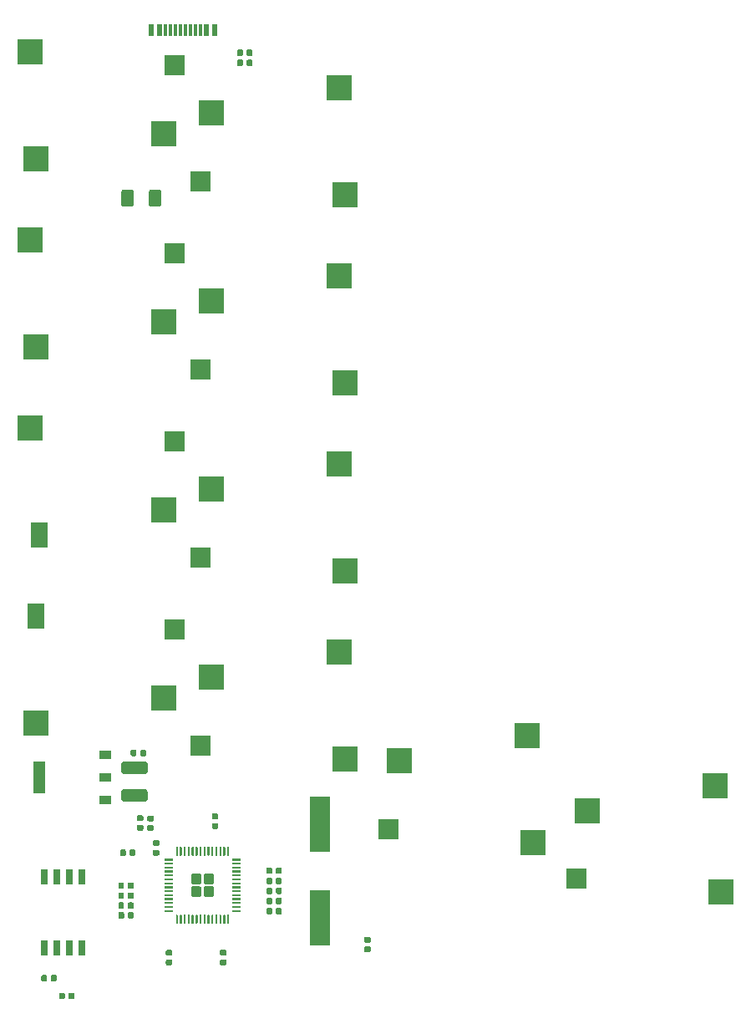
<source format=gbr>
G04 #@! TF.GenerationSoftware,KiCad,Pcbnew,(5.1.4)-1*
G04 #@! TF.CreationDate,2023-09-09T05:33:07-04:00*
G04 #@! TF.ProjectId,ThumbsUp,5468756d-6273-4557-902e-6b696361645f,rev?*
G04 #@! TF.SameCoordinates,Original*
G04 #@! TF.FileFunction,Paste,Bot*
G04 #@! TF.FilePolarity,Positive*
%FSLAX46Y46*%
G04 Gerber Fmt 4.6, Leading zero omitted, Abs format (unit mm)*
G04 Created by KiCad (PCBNEW (5.1.4)-1) date 2023-09-09 05:33:07*
%MOMM*%
%LPD*%
G04 APERTURE LIST*
%ADD10R,2.550000X2.500000*%
%ADD11R,2.000000X2.000000*%
%ADD12R,1.700000X2.500000*%
%ADD13C,0.100000*%
%ADD14C,0.200000*%
%ADD15C,1.084435*%
%ADD16R,0.600000X1.160000*%
%ADD17R,0.300000X1.160000*%
%ADD18R,1.300000X3.250000*%
%ADD19R,1.300000X0.950000*%
%ADD20C,0.590000*%
%ADD21C,1.250000*%
%ADD22R,2.100000X5.600000*%
%ADD23R,0.650000X1.650000*%
G04 APERTURE END LIST*
D10*
X156962025Y-410660323D03*
D11*
X171562025Y-412010323D03*
D12*
X157812025Y-421490323D03*
D10*
X170447025Y-418950323D03*
D12*
X157542025Y-429720322D03*
D11*
X171562025Y-431060322D03*
D10*
X157520025Y-440540322D03*
X170447025Y-438000322D03*
X188812025Y-444210322D03*
D11*
X174212025Y-442860322D03*
D10*
X188254025Y-433380322D03*
X175327025Y-435920322D03*
X188812025Y-387050000D03*
D11*
X174212025Y-385700000D03*
D10*
X188254025Y-376220000D03*
X175327025Y-378760000D03*
X156962026Y-372550000D03*
D11*
X171562026Y-373900000D03*
D10*
X157520026Y-383380000D03*
X170447026Y-380840000D03*
X226912025Y-457710322D03*
D11*
X212312025Y-456360322D03*
D10*
X226354025Y-446880322D03*
X213427025Y-449420322D03*
X207862025Y-452710323D03*
D11*
X193262025Y-451360323D03*
D10*
X207304025Y-441880323D03*
X194377025Y-444420323D03*
X188812025Y-425160322D03*
D11*
X174212025Y-423810322D03*
D10*
X188254025Y-414330322D03*
X175327025Y-416870322D03*
X156962026Y-391610322D03*
D11*
X171562026Y-392960322D03*
D10*
X157520026Y-402440322D03*
X170447026Y-399900322D03*
X188812025Y-406110323D03*
D11*
X174212025Y-404760323D03*
D10*
X188254025Y-395280323D03*
X175327025Y-397820323D03*
D13*
G36*
X171354901Y-454300241D02*
G01*
X171359755Y-454300961D01*
X171364514Y-454302153D01*
X171369134Y-454303806D01*
X171373570Y-454305904D01*
X171377779Y-454308427D01*
X171381720Y-454311349D01*
X171385355Y-454314645D01*
X171388651Y-454318280D01*
X171391573Y-454322221D01*
X171394096Y-454326430D01*
X171396194Y-454330866D01*
X171397847Y-454335486D01*
X171399039Y-454340245D01*
X171399759Y-454345099D01*
X171400000Y-454350000D01*
X171400000Y-454450000D01*
X171399759Y-454454901D01*
X171399039Y-454459755D01*
X171397847Y-454464514D01*
X171396194Y-454469134D01*
X171394096Y-454473570D01*
X171391573Y-454477779D01*
X171388651Y-454481720D01*
X171385355Y-454485355D01*
X171381720Y-454488651D01*
X171377779Y-454491573D01*
X171373570Y-454494096D01*
X171369134Y-454496194D01*
X171364514Y-454497847D01*
X171359755Y-454499039D01*
X171354901Y-454499759D01*
X171350000Y-454500000D01*
X170575000Y-454500000D01*
X170570099Y-454499759D01*
X170565245Y-454499039D01*
X170560486Y-454497847D01*
X170555866Y-454496194D01*
X170551430Y-454494096D01*
X170547221Y-454491573D01*
X170543280Y-454488651D01*
X170539645Y-454485355D01*
X170536349Y-454481720D01*
X170533427Y-454477779D01*
X170530904Y-454473570D01*
X170528806Y-454469134D01*
X170527153Y-454464514D01*
X170525961Y-454459755D01*
X170525241Y-454454901D01*
X170525000Y-454450000D01*
X170525000Y-454350000D01*
X170525241Y-454345099D01*
X170525961Y-454340245D01*
X170527153Y-454335486D01*
X170528806Y-454330866D01*
X170530904Y-454326430D01*
X170533427Y-454322221D01*
X170536349Y-454318280D01*
X170539645Y-454314645D01*
X170543280Y-454311349D01*
X170547221Y-454308427D01*
X170551430Y-454305904D01*
X170555866Y-454303806D01*
X170560486Y-454302153D01*
X170565245Y-454300961D01*
X170570099Y-454300241D01*
X170575000Y-454300000D01*
X171350000Y-454300000D01*
X171354901Y-454300241D01*
X171354901Y-454300241D01*
G37*
D14*
X170962500Y-454400000D03*
D13*
G36*
X171354901Y-454700241D02*
G01*
X171359755Y-454700961D01*
X171364514Y-454702153D01*
X171369134Y-454703806D01*
X171373570Y-454705904D01*
X171377779Y-454708427D01*
X171381720Y-454711349D01*
X171385355Y-454714645D01*
X171388651Y-454718280D01*
X171391573Y-454722221D01*
X171394096Y-454726430D01*
X171396194Y-454730866D01*
X171397847Y-454735486D01*
X171399039Y-454740245D01*
X171399759Y-454745099D01*
X171400000Y-454750000D01*
X171400000Y-454850000D01*
X171399759Y-454854901D01*
X171399039Y-454859755D01*
X171397847Y-454864514D01*
X171396194Y-454869134D01*
X171394096Y-454873570D01*
X171391573Y-454877779D01*
X171388651Y-454881720D01*
X171385355Y-454885355D01*
X171381720Y-454888651D01*
X171377779Y-454891573D01*
X171373570Y-454894096D01*
X171369134Y-454896194D01*
X171364514Y-454897847D01*
X171359755Y-454899039D01*
X171354901Y-454899759D01*
X171350000Y-454900000D01*
X170575000Y-454900000D01*
X170570099Y-454899759D01*
X170565245Y-454899039D01*
X170560486Y-454897847D01*
X170555866Y-454896194D01*
X170551430Y-454894096D01*
X170547221Y-454891573D01*
X170543280Y-454888651D01*
X170539645Y-454885355D01*
X170536349Y-454881720D01*
X170533427Y-454877779D01*
X170530904Y-454873570D01*
X170528806Y-454869134D01*
X170527153Y-454864514D01*
X170525961Y-454859755D01*
X170525241Y-454854901D01*
X170525000Y-454850000D01*
X170525000Y-454750000D01*
X170525241Y-454745099D01*
X170525961Y-454740245D01*
X170527153Y-454735486D01*
X170528806Y-454730866D01*
X170530904Y-454726430D01*
X170533427Y-454722221D01*
X170536349Y-454718280D01*
X170539645Y-454714645D01*
X170543280Y-454711349D01*
X170547221Y-454708427D01*
X170551430Y-454705904D01*
X170555866Y-454703806D01*
X170560486Y-454702153D01*
X170565245Y-454700961D01*
X170570099Y-454700241D01*
X170575000Y-454700000D01*
X171350000Y-454700000D01*
X171354901Y-454700241D01*
X171354901Y-454700241D01*
G37*
D14*
X170962500Y-454800000D03*
D13*
G36*
X171354901Y-455100241D02*
G01*
X171359755Y-455100961D01*
X171364514Y-455102153D01*
X171369134Y-455103806D01*
X171373570Y-455105904D01*
X171377779Y-455108427D01*
X171381720Y-455111349D01*
X171385355Y-455114645D01*
X171388651Y-455118280D01*
X171391573Y-455122221D01*
X171394096Y-455126430D01*
X171396194Y-455130866D01*
X171397847Y-455135486D01*
X171399039Y-455140245D01*
X171399759Y-455145099D01*
X171400000Y-455150000D01*
X171400000Y-455250000D01*
X171399759Y-455254901D01*
X171399039Y-455259755D01*
X171397847Y-455264514D01*
X171396194Y-455269134D01*
X171394096Y-455273570D01*
X171391573Y-455277779D01*
X171388651Y-455281720D01*
X171385355Y-455285355D01*
X171381720Y-455288651D01*
X171377779Y-455291573D01*
X171373570Y-455294096D01*
X171369134Y-455296194D01*
X171364514Y-455297847D01*
X171359755Y-455299039D01*
X171354901Y-455299759D01*
X171350000Y-455300000D01*
X170575000Y-455300000D01*
X170570099Y-455299759D01*
X170565245Y-455299039D01*
X170560486Y-455297847D01*
X170555866Y-455296194D01*
X170551430Y-455294096D01*
X170547221Y-455291573D01*
X170543280Y-455288651D01*
X170539645Y-455285355D01*
X170536349Y-455281720D01*
X170533427Y-455277779D01*
X170530904Y-455273570D01*
X170528806Y-455269134D01*
X170527153Y-455264514D01*
X170525961Y-455259755D01*
X170525241Y-455254901D01*
X170525000Y-455250000D01*
X170525000Y-455150000D01*
X170525241Y-455145099D01*
X170525961Y-455140245D01*
X170527153Y-455135486D01*
X170528806Y-455130866D01*
X170530904Y-455126430D01*
X170533427Y-455122221D01*
X170536349Y-455118280D01*
X170539645Y-455114645D01*
X170543280Y-455111349D01*
X170547221Y-455108427D01*
X170551430Y-455105904D01*
X170555866Y-455103806D01*
X170560486Y-455102153D01*
X170565245Y-455100961D01*
X170570099Y-455100241D01*
X170575000Y-455100000D01*
X171350000Y-455100000D01*
X171354901Y-455100241D01*
X171354901Y-455100241D01*
G37*
D14*
X170962500Y-455200000D03*
D13*
G36*
X171354901Y-455500241D02*
G01*
X171359755Y-455500961D01*
X171364514Y-455502153D01*
X171369134Y-455503806D01*
X171373570Y-455505904D01*
X171377779Y-455508427D01*
X171381720Y-455511349D01*
X171385355Y-455514645D01*
X171388651Y-455518280D01*
X171391573Y-455522221D01*
X171394096Y-455526430D01*
X171396194Y-455530866D01*
X171397847Y-455535486D01*
X171399039Y-455540245D01*
X171399759Y-455545099D01*
X171400000Y-455550000D01*
X171400000Y-455650000D01*
X171399759Y-455654901D01*
X171399039Y-455659755D01*
X171397847Y-455664514D01*
X171396194Y-455669134D01*
X171394096Y-455673570D01*
X171391573Y-455677779D01*
X171388651Y-455681720D01*
X171385355Y-455685355D01*
X171381720Y-455688651D01*
X171377779Y-455691573D01*
X171373570Y-455694096D01*
X171369134Y-455696194D01*
X171364514Y-455697847D01*
X171359755Y-455699039D01*
X171354901Y-455699759D01*
X171350000Y-455700000D01*
X170575000Y-455700000D01*
X170570099Y-455699759D01*
X170565245Y-455699039D01*
X170560486Y-455697847D01*
X170555866Y-455696194D01*
X170551430Y-455694096D01*
X170547221Y-455691573D01*
X170543280Y-455688651D01*
X170539645Y-455685355D01*
X170536349Y-455681720D01*
X170533427Y-455677779D01*
X170530904Y-455673570D01*
X170528806Y-455669134D01*
X170527153Y-455664514D01*
X170525961Y-455659755D01*
X170525241Y-455654901D01*
X170525000Y-455650000D01*
X170525000Y-455550000D01*
X170525241Y-455545099D01*
X170525961Y-455540245D01*
X170527153Y-455535486D01*
X170528806Y-455530866D01*
X170530904Y-455526430D01*
X170533427Y-455522221D01*
X170536349Y-455518280D01*
X170539645Y-455514645D01*
X170543280Y-455511349D01*
X170547221Y-455508427D01*
X170551430Y-455505904D01*
X170555866Y-455503806D01*
X170560486Y-455502153D01*
X170565245Y-455500961D01*
X170570099Y-455500241D01*
X170575000Y-455500000D01*
X171350000Y-455500000D01*
X171354901Y-455500241D01*
X171354901Y-455500241D01*
G37*
D14*
X170962500Y-455600000D03*
D13*
G36*
X171354901Y-455900241D02*
G01*
X171359755Y-455900961D01*
X171364514Y-455902153D01*
X171369134Y-455903806D01*
X171373570Y-455905904D01*
X171377779Y-455908427D01*
X171381720Y-455911349D01*
X171385355Y-455914645D01*
X171388651Y-455918280D01*
X171391573Y-455922221D01*
X171394096Y-455926430D01*
X171396194Y-455930866D01*
X171397847Y-455935486D01*
X171399039Y-455940245D01*
X171399759Y-455945099D01*
X171400000Y-455950000D01*
X171400000Y-456050000D01*
X171399759Y-456054901D01*
X171399039Y-456059755D01*
X171397847Y-456064514D01*
X171396194Y-456069134D01*
X171394096Y-456073570D01*
X171391573Y-456077779D01*
X171388651Y-456081720D01*
X171385355Y-456085355D01*
X171381720Y-456088651D01*
X171377779Y-456091573D01*
X171373570Y-456094096D01*
X171369134Y-456096194D01*
X171364514Y-456097847D01*
X171359755Y-456099039D01*
X171354901Y-456099759D01*
X171350000Y-456100000D01*
X170575000Y-456100000D01*
X170570099Y-456099759D01*
X170565245Y-456099039D01*
X170560486Y-456097847D01*
X170555866Y-456096194D01*
X170551430Y-456094096D01*
X170547221Y-456091573D01*
X170543280Y-456088651D01*
X170539645Y-456085355D01*
X170536349Y-456081720D01*
X170533427Y-456077779D01*
X170530904Y-456073570D01*
X170528806Y-456069134D01*
X170527153Y-456064514D01*
X170525961Y-456059755D01*
X170525241Y-456054901D01*
X170525000Y-456050000D01*
X170525000Y-455950000D01*
X170525241Y-455945099D01*
X170525961Y-455940245D01*
X170527153Y-455935486D01*
X170528806Y-455930866D01*
X170530904Y-455926430D01*
X170533427Y-455922221D01*
X170536349Y-455918280D01*
X170539645Y-455914645D01*
X170543280Y-455911349D01*
X170547221Y-455908427D01*
X170551430Y-455905904D01*
X170555866Y-455903806D01*
X170560486Y-455902153D01*
X170565245Y-455900961D01*
X170570099Y-455900241D01*
X170575000Y-455900000D01*
X171350000Y-455900000D01*
X171354901Y-455900241D01*
X171354901Y-455900241D01*
G37*
D14*
X170962500Y-456000000D03*
D13*
G36*
X171354901Y-456300241D02*
G01*
X171359755Y-456300961D01*
X171364514Y-456302153D01*
X171369134Y-456303806D01*
X171373570Y-456305904D01*
X171377779Y-456308427D01*
X171381720Y-456311349D01*
X171385355Y-456314645D01*
X171388651Y-456318280D01*
X171391573Y-456322221D01*
X171394096Y-456326430D01*
X171396194Y-456330866D01*
X171397847Y-456335486D01*
X171399039Y-456340245D01*
X171399759Y-456345099D01*
X171400000Y-456350000D01*
X171400000Y-456450000D01*
X171399759Y-456454901D01*
X171399039Y-456459755D01*
X171397847Y-456464514D01*
X171396194Y-456469134D01*
X171394096Y-456473570D01*
X171391573Y-456477779D01*
X171388651Y-456481720D01*
X171385355Y-456485355D01*
X171381720Y-456488651D01*
X171377779Y-456491573D01*
X171373570Y-456494096D01*
X171369134Y-456496194D01*
X171364514Y-456497847D01*
X171359755Y-456499039D01*
X171354901Y-456499759D01*
X171350000Y-456500000D01*
X170575000Y-456500000D01*
X170570099Y-456499759D01*
X170565245Y-456499039D01*
X170560486Y-456497847D01*
X170555866Y-456496194D01*
X170551430Y-456494096D01*
X170547221Y-456491573D01*
X170543280Y-456488651D01*
X170539645Y-456485355D01*
X170536349Y-456481720D01*
X170533427Y-456477779D01*
X170530904Y-456473570D01*
X170528806Y-456469134D01*
X170527153Y-456464514D01*
X170525961Y-456459755D01*
X170525241Y-456454901D01*
X170525000Y-456450000D01*
X170525000Y-456350000D01*
X170525241Y-456345099D01*
X170525961Y-456340245D01*
X170527153Y-456335486D01*
X170528806Y-456330866D01*
X170530904Y-456326430D01*
X170533427Y-456322221D01*
X170536349Y-456318280D01*
X170539645Y-456314645D01*
X170543280Y-456311349D01*
X170547221Y-456308427D01*
X170551430Y-456305904D01*
X170555866Y-456303806D01*
X170560486Y-456302153D01*
X170565245Y-456300961D01*
X170570099Y-456300241D01*
X170575000Y-456300000D01*
X171350000Y-456300000D01*
X171354901Y-456300241D01*
X171354901Y-456300241D01*
G37*
D14*
X170962500Y-456400000D03*
D13*
G36*
X171354901Y-456700241D02*
G01*
X171359755Y-456700961D01*
X171364514Y-456702153D01*
X171369134Y-456703806D01*
X171373570Y-456705904D01*
X171377779Y-456708427D01*
X171381720Y-456711349D01*
X171385355Y-456714645D01*
X171388651Y-456718280D01*
X171391573Y-456722221D01*
X171394096Y-456726430D01*
X171396194Y-456730866D01*
X171397847Y-456735486D01*
X171399039Y-456740245D01*
X171399759Y-456745099D01*
X171400000Y-456750000D01*
X171400000Y-456850000D01*
X171399759Y-456854901D01*
X171399039Y-456859755D01*
X171397847Y-456864514D01*
X171396194Y-456869134D01*
X171394096Y-456873570D01*
X171391573Y-456877779D01*
X171388651Y-456881720D01*
X171385355Y-456885355D01*
X171381720Y-456888651D01*
X171377779Y-456891573D01*
X171373570Y-456894096D01*
X171369134Y-456896194D01*
X171364514Y-456897847D01*
X171359755Y-456899039D01*
X171354901Y-456899759D01*
X171350000Y-456900000D01*
X170575000Y-456900000D01*
X170570099Y-456899759D01*
X170565245Y-456899039D01*
X170560486Y-456897847D01*
X170555866Y-456896194D01*
X170551430Y-456894096D01*
X170547221Y-456891573D01*
X170543280Y-456888651D01*
X170539645Y-456885355D01*
X170536349Y-456881720D01*
X170533427Y-456877779D01*
X170530904Y-456873570D01*
X170528806Y-456869134D01*
X170527153Y-456864514D01*
X170525961Y-456859755D01*
X170525241Y-456854901D01*
X170525000Y-456850000D01*
X170525000Y-456750000D01*
X170525241Y-456745099D01*
X170525961Y-456740245D01*
X170527153Y-456735486D01*
X170528806Y-456730866D01*
X170530904Y-456726430D01*
X170533427Y-456722221D01*
X170536349Y-456718280D01*
X170539645Y-456714645D01*
X170543280Y-456711349D01*
X170547221Y-456708427D01*
X170551430Y-456705904D01*
X170555866Y-456703806D01*
X170560486Y-456702153D01*
X170565245Y-456700961D01*
X170570099Y-456700241D01*
X170575000Y-456700000D01*
X171350000Y-456700000D01*
X171354901Y-456700241D01*
X171354901Y-456700241D01*
G37*
D14*
X170962500Y-456800000D03*
D13*
G36*
X171354901Y-457100241D02*
G01*
X171359755Y-457100961D01*
X171364514Y-457102153D01*
X171369134Y-457103806D01*
X171373570Y-457105904D01*
X171377779Y-457108427D01*
X171381720Y-457111349D01*
X171385355Y-457114645D01*
X171388651Y-457118280D01*
X171391573Y-457122221D01*
X171394096Y-457126430D01*
X171396194Y-457130866D01*
X171397847Y-457135486D01*
X171399039Y-457140245D01*
X171399759Y-457145099D01*
X171400000Y-457150000D01*
X171400000Y-457250000D01*
X171399759Y-457254901D01*
X171399039Y-457259755D01*
X171397847Y-457264514D01*
X171396194Y-457269134D01*
X171394096Y-457273570D01*
X171391573Y-457277779D01*
X171388651Y-457281720D01*
X171385355Y-457285355D01*
X171381720Y-457288651D01*
X171377779Y-457291573D01*
X171373570Y-457294096D01*
X171369134Y-457296194D01*
X171364514Y-457297847D01*
X171359755Y-457299039D01*
X171354901Y-457299759D01*
X171350000Y-457300000D01*
X170575000Y-457300000D01*
X170570099Y-457299759D01*
X170565245Y-457299039D01*
X170560486Y-457297847D01*
X170555866Y-457296194D01*
X170551430Y-457294096D01*
X170547221Y-457291573D01*
X170543280Y-457288651D01*
X170539645Y-457285355D01*
X170536349Y-457281720D01*
X170533427Y-457277779D01*
X170530904Y-457273570D01*
X170528806Y-457269134D01*
X170527153Y-457264514D01*
X170525961Y-457259755D01*
X170525241Y-457254901D01*
X170525000Y-457250000D01*
X170525000Y-457150000D01*
X170525241Y-457145099D01*
X170525961Y-457140245D01*
X170527153Y-457135486D01*
X170528806Y-457130866D01*
X170530904Y-457126430D01*
X170533427Y-457122221D01*
X170536349Y-457118280D01*
X170539645Y-457114645D01*
X170543280Y-457111349D01*
X170547221Y-457108427D01*
X170551430Y-457105904D01*
X170555866Y-457103806D01*
X170560486Y-457102153D01*
X170565245Y-457100961D01*
X170570099Y-457100241D01*
X170575000Y-457100000D01*
X171350000Y-457100000D01*
X171354901Y-457100241D01*
X171354901Y-457100241D01*
G37*
D14*
X170962500Y-457200000D03*
D13*
G36*
X171354901Y-457500241D02*
G01*
X171359755Y-457500961D01*
X171364514Y-457502153D01*
X171369134Y-457503806D01*
X171373570Y-457505904D01*
X171377779Y-457508427D01*
X171381720Y-457511349D01*
X171385355Y-457514645D01*
X171388651Y-457518280D01*
X171391573Y-457522221D01*
X171394096Y-457526430D01*
X171396194Y-457530866D01*
X171397847Y-457535486D01*
X171399039Y-457540245D01*
X171399759Y-457545099D01*
X171400000Y-457550000D01*
X171400000Y-457650000D01*
X171399759Y-457654901D01*
X171399039Y-457659755D01*
X171397847Y-457664514D01*
X171396194Y-457669134D01*
X171394096Y-457673570D01*
X171391573Y-457677779D01*
X171388651Y-457681720D01*
X171385355Y-457685355D01*
X171381720Y-457688651D01*
X171377779Y-457691573D01*
X171373570Y-457694096D01*
X171369134Y-457696194D01*
X171364514Y-457697847D01*
X171359755Y-457699039D01*
X171354901Y-457699759D01*
X171350000Y-457700000D01*
X170575000Y-457700000D01*
X170570099Y-457699759D01*
X170565245Y-457699039D01*
X170560486Y-457697847D01*
X170555866Y-457696194D01*
X170551430Y-457694096D01*
X170547221Y-457691573D01*
X170543280Y-457688651D01*
X170539645Y-457685355D01*
X170536349Y-457681720D01*
X170533427Y-457677779D01*
X170530904Y-457673570D01*
X170528806Y-457669134D01*
X170527153Y-457664514D01*
X170525961Y-457659755D01*
X170525241Y-457654901D01*
X170525000Y-457650000D01*
X170525000Y-457550000D01*
X170525241Y-457545099D01*
X170525961Y-457540245D01*
X170527153Y-457535486D01*
X170528806Y-457530866D01*
X170530904Y-457526430D01*
X170533427Y-457522221D01*
X170536349Y-457518280D01*
X170539645Y-457514645D01*
X170543280Y-457511349D01*
X170547221Y-457508427D01*
X170551430Y-457505904D01*
X170555866Y-457503806D01*
X170560486Y-457502153D01*
X170565245Y-457500961D01*
X170570099Y-457500241D01*
X170575000Y-457500000D01*
X171350000Y-457500000D01*
X171354901Y-457500241D01*
X171354901Y-457500241D01*
G37*
D14*
X170962500Y-457600000D03*
D13*
G36*
X171354901Y-457900241D02*
G01*
X171359755Y-457900961D01*
X171364514Y-457902153D01*
X171369134Y-457903806D01*
X171373570Y-457905904D01*
X171377779Y-457908427D01*
X171381720Y-457911349D01*
X171385355Y-457914645D01*
X171388651Y-457918280D01*
X171391573Y-457922221D01*
X171394096Y-457926430D01*
X171396194Y-457930866D01*
X171397847Y-457935486D01*
X171399039Y-457940245D01*
X171399759Y-457945099D01*
X171400000Y-457950000D01*
X171400000Y-458050000D01*
X171399759Y-458054901D01*
X171399039Y-458059755D01*
X171397847Y-458064514D01*
X171396194Y-458069134D01*
X171394096Y-458073570D01*
X171391573Y-458077779D01*
X171388651Y-458081720D01*
X171385355Y-458085355D01*
X171381720Y-458088651D01*
X171377779Y-458091573D01*
X171373570Y-458094096D01*
X171369134Y-458096194D01*
X171364514Y-458097847D01*
X171359755Y-458099039D01*
X171354901Y-458099759D01*
X171350000Y-458100000D01*
X170575000Y-458100000D01*
X170570099Y-458099759D01*
X170565245Y-458099039D01*
X170560486Y-458097847D01*
X170555866Y-458096194D01*
X170551430Y-458094096D01*
X170547221Y-458091573D01*
X170543280Y-458088651D01*
X170539645Y-458085355D01*
X170536349Y-458081720D01*
X170533427Y-458077779D01*
X170530904Y-458073570D01*
X170528806Y-458069134D01*
X170527153Y-458064514D01*
X170525961Y-458059755D01*
X170525241Y-458054901D01*
X170525000Y-458050000D01*
X170525000Y-457950000D01*
X170525241Y-457945099D01*
X170525961Y-457940245D01*
X170527153Y-457935486D01*
X170528806Y-457930866D01*
X170530904Y-457926430D01*
X170533427Y-457922221D01*
X170536349Y-457918280D01*
X170539645Y-457914645D01*
X170543280Y-457911349D01*
X170547221Y-457908427D01*
X170551430Y-457905904D01*
X170555866Y-457903806D01*
X170560486Y-457902153D01*
X170565245Y-457900961D01*
X170570099Y-457900241D01*
X170575000Y-457900000D01*
X171350000Y-457900000D01*
X171354901Y-457900241D01*
X171354901Y-457900241D01*
G37*
D14*
X170962500Y-458000000D03*
D13*
G36*
X171354901Y-458300241D02*
G01*
X171359755Y-458300961D01*
X171364514Y-458302153D01*
X171369134Y-458303806D01*
X171373570Y-458305904D01*
X171377779Y-458308427D01*
X171381720Y-458311349D01*
X171385355Y-458314645D01*
X171388651Y-458318280D01*
X171391573Y-458322221D01*
X171394096Y-458326430D01*
X171396194Y-458330866D01*
X171397847Y-458335486D01*
X171399039Y-458340245D01*
X171399759Y-458345099D01*
X171400000Y-458350000D01*
X171400000Y-458450000D01*
X171399759Y-458454901D01*
X171399039Y-458459755D01*
X171397847Y-458464514D01*
X171396194Y-458469134D01*
X171394096Y-458473570D01*
X171391573Y-458477779D01*
X171388651Y-458481720D01*
X171385355Y-458485355D01*
X171381720Y-458488651D01*
X171377779Y-458491573D01*
X171373570Y-458494096D01*
X171369134Y-458496194D01*
X171364514Y-458497847D01*
X171359755Y-458499039D01*
X171354901Y-458499759D01*
X171350000Y-458500000D01*
X170575000Y-458500000D01*
X170570099Y-458499759D01*
X170565245Y-458499039D01*
X170560486Y-458497847D01*
X170555866Y-458496194D01*
X170551430Y-458494096D01*
X170547221Y-458491573D01*
X170543280Y-458488651D01*
X170539645Y-458485355D01*
X170536349Y-458481720D01*
X170533427Y-458477779D01*
X170530904Y-458473570D01*
X170528806Y-458469134D01*
X170527153Y-458464514D01*
X170525961Y-458459755D01*
X170525241Y-458454901D01*
X170525000Y-458450000D01*
X170525000Y-458350000D01*
X170525241Y-458345099D01*
X170525961Y-458340245D01*
X170527153Y-458335486D01*
X170528806Y-458330866D01*
X170530904Y-458326430D01*
X170533427Y-458322221D01*
X170536349Y-458318280D01*
X170539645Y-458314645D01*
X170543280Y-458311349D01*
X170547221Y-458308427D01*
X170551430Y-458305904D01*
X170555866Y-458303806D01*
X170560486Y-458302153D01*
X170565245Y-458300961D01*
X170570099Y-458300241D01*
X170575000Y-458300000D01*
X171350000Y-458300000D01*
X171354901Y-458300241D01*
X171354901Y-458300241D01*
G37*
D14*
X170962500Y-458400000D03*
D13*
G36*
X171354901Y-458700241D02*
G01*
X171359755Y-458700961D01*
X171364514Y-458702153D01*
X171369134Y-458703806D01*
X171373570Y-458705904D01*
X171377779Y-458708427D01*
X171381720Y-458711349D01*
X171385355Y-458714645D01*
X171388651Y-458718280D01*
X171391573Y-458722221D01*
X171394096Y-458726430D01*
X171396194Y-458730866D01*
X171397847Y-458735486D01*
X171399039Y-458740245D01*
X171399759Y-458745099D01*
X171400000Y-458750000D01*
X171400000Y-458850000D01*
X171399759Y-458854901D01*
X171399039Y-458859755D01*
X171397847Y-458864514D01*
X171396194Y-458869134D01*
X171394096Y-458873570D01*
X171391573Y-458877779D01*
X171388651Y-458881720D01*
X171385355Y-458885355D01*
X171381720Y-458888651D01*
X171377779Y-458891573D01*
X171373570Y-458894096D01*
X171369134Y-458896194D01*
X171364514Y-458897847D01*
X171359755Y-458899039D01*
X171354901Y-458899759D01*
X171350000Y-458900000D01*
X170575000Y-458900000D01*
X170570099Y-458899759D01*
X170565245Y-458899039D01*
X170560486Y-458897847D01*
X170555866Y-458896194D01*
X170551430Y-458894096D01*
X170547221Y-458891573D01*
X170543280Y-458888651D01*
X170539645Y-458885355D01*
X170536349Y-458881720D01*
X170533427Y-458877779D01*
X170530904Y-458873570D01*
X170528806Y-458869134D01*
X170527153Y-458864514D01*
X170525961Y-458859755D01*
X170525241Y-458854901D01*
X170525000Y-458850000D01*
X170525000Y-458750000D01*
X170525241Y-458745099D01*
X170525961Y-458740245D01*
X170527153Y-458735486D01*
X170528806Y-458730866D01*
X170530904Y-458726430D01*
X170533427Y-458722221D01*
X170536349Y-458718280D01*
X170539645Y-458714645D01*
X170543280Y-458711349D01*
X170547221Y-458708427D01*
X170551430Y-458705904D01*
X170555866Y-458703806D01*
X170560486Y-458702153D01*
X170565245Y-458700961D01*
X170570099Y-458700241D01*
X170575000Y-458700000D01*
X171350000Y-458700000D01*
X171354901Y-458700241D01*
X171354901Y-458700241D01*
G37*
D14*
X170962500Y-458800000D03*
D13*
G36*
X171354901Y-459100241D02*
G01*
X171359755Y-459100961D01*
X171364514Y-459102153D01*
X171369134Y-459103806D01*
X171373570Y-459105904D01*
X171377779Y-459108427D01*
X171381720Y-459111349D01*
X171385355Y-459114645D01*
X171388651Y-459118280D01*
X171391573Y-459122221D01*
X171394096Y-459126430D01*
X171396194Y-459130866D01*
X171397847Y-459135486D01*
X171399039Y-459140245D01*
X171399759Y-459145099D01*
X171400000Y-459150000D01*
X171400000Y-459250000D01*
X171399759Y-459254901D01*
X171399039Y-459259755D01*
X171397847Y-459264514D01*
X171396194Y-459269134D01*
X171394096Y-459273570D01*
X171391573Y-459277779D01*
X171388651Y-459281720D01*
X171385355Y-459285355D01*
X171381720Y-459288651D01*
X171377779Y-459291573D01*
X171373570Y-459294096D01*
X171369134Y-459296194D01*
X171364514Y-459297847D01*
X171359755Y-459299039D01*
X171354901Y-459299759D01*
X171350000Y-459300000D01*
X170575000Y-459300000D01*
X170570099Y-459299759D01*
X170565245Y-459299039D01*
X170560486Y-459297847D01*
X170555866Y-459296194D01*
X170551430Y-459294096D01*
X170547221Y-459291573D01*
X170543280Y-459288651D01*
X170539645Y-459285355D01*
X170536349Y-459281720D01*
X170533427Y-459277779D01*
X170530904Y-459273570D01*
X170528806Y-459269134D01*
X170527153Y-459264514D01*
X170525961Y-459259755D01*
X170525241Y-459254901D01*
X170525000Y-459250000D01*
X170525000Y-459150000D01*
X170525241Y-459145099D01*
X170525961Y-459140245D01*
X170527153Y-459135486D01*
X170528806Y-459130866D01*
X170530904Y-459126430D01*
X170533427Y-459122221D01*
X170536349Y-459118280D01*
X170539645Y-459114645D01*
X170543280Y-459111349D01*
X170547221Y-459108427D01*
X170551430Y-459105904D01*
X170555866Y-459103806D01*
X170560486Y-459102153D01*
X170565245Y-459100961D01*
X170570099Y-459100241D01*
X170575000Y-459100000D01*
X171350000Y-459100000D01*
X171354901Y-459100241D01*
X171354901Y-459100241D01*
G37*
D14*
X170962500Y-459200000D03*
D13*
G36*
X171354901Y-459500241D02*
G01*
X171359755Y-459500961D01*
X171364514Y-459502153D01*
X171369134Y-459503806D01*
X171373570Y-459505904D01*
X171377779Y-459508427D01*
X171381720Y-459511349D01*
X171385355Y-459514645D01*
X171388651Y-459518280D01*
X171391573Y-459522221D01*
X171394096Y-459526430D01*
X171396194Y-459530866D01*
X171397847Y-459535486D01*
X171399039Y-459540245D01*
X171399759Y-459545099D01*
X171400000Y-459550000D01*
X171400000Y-459650000D01*
X171399759Y-459654901D01*
X171399039Y-459659755D01*
X171397847Y-459664514D01*
X171396194Y-459669134D01*
X171394096Y-459673570D01*
X171391573Y-459677779D01*
X171388651Y-459681720D01*
X171385355Y-459685355D01*
X171381720Y-459688651D01*
X171377779Y-459691573D01*
X171373570Y-459694096D01*
X171369134Y-459696194D01*
X171364514Y-459697847D01*
X171359755Y-459699039D01*
X171354901Y-459699759D01*
X171350000Y-459700000D01*
X170575000Y-459700000D01*
X170570099Y-459699759D01*
X170565245Y-459699039D01*
X170560486Y-459697847D01*
X170555866Y-459696194D01*
X170551430Y-459694096D01*
X170547221Y-459691573D01*
X170543280Y-459688651D01*
X170539645Y-459685355D01*
X170536349Y-459681720D01*
X170533427Y-459677779D01*
X170530904Y-459673570D01*
X170528806Y-459669134D01*
X170527153Y-459664514D01*
X170525961Y-459659755D01*
X170525241Y-459654901D01*
X170525000Y-459650000D01*
X170525000Y-459550000D01*
X170525241Y-459545099D01*
X170525961Y-459540245D01*
X170527153Y-459535486D01*
X170528806Y-459530866D01*
X170530904Y-459526430D01*
X170533427Y-459522221D01*
X170536349Y-459518280D01*
X170539645Y-459514645D01*
X170543280Y-459511349D01*
X170547221Y-459508427D01*
X170551430Y-459505904D01*
X170555866Y-459503806D01*
X170560486Y-459502153D01*
X170565245Y-459500961D01*
X170570099Y-459500241D01*
X170575000Y-459500000D01*
X171350000Y-459500000D01*
X171354901Y-459500241D01*
X171354901Y-459500241D01*
G37*
D14*
X170962500Y-459600000D03*
D13*
G36*
X171854901Y-460000241D02*
G01*
X171859755Y-460000961D01*
X171864514Y-460002153D01*
X171869134Y-460003806D01*
X171873570Y-460005904D01*
X171877779Y-460008427D01*
X171881720Y-460011349D01*
X171885355Y-460014645D01*
X171888651Y-460018280D01*
X171891573Y-460022221D01*
X171894096Y-460026430D01*
X171896194Y-460030866D01*
X171897847Y-460035486D01*
X171899039Y-460040245D01*
X171899759Y-460045099D01*
X171900000Y-460050000D01*
X171900000Y-460825000D01*
X171899759Y-460829901D01*
X171899039Y-460834755D01*
X171897847Y-460839514D01*
X171896194Y-460844134D01*
X171894096Y-460848570D01*
X171891573Y-460852779D01*
X171888651Y-460856720D01*
X171885355Y-460860355D01*
X171881720Y-460863651D01*
X171877779Y-460866573D01*
X171873570Y-460869096D01*
X171869134Y-460871194D01*
X171864514Y-460872847D01*
X171859755Y-460874039D01*
X171854901Y-460874759D01*
X171850000Y-460875000D01*
X171750000Y-460875000D01*
X171745099Y-460874759D01*
X171740245Y-460874039D01*
X171735486Y-460872847D01*
X171730866Y-460871194D01*
X171726430Y-460869096D01*
X171722221Y-460866573D01*
X171718280Y-460863651D01*
X171714645Y-460860355D01*
X171711349Y-460856720D01*
X171708427Y-460852779D01*
X171705904Y-460848570D01*
X171703806Y-460844134D01*
X171702153Y-460839514D01*
X171700961Y-460834755D01*
X171700241Y-460829901D01*
X171700000Y-460825000D01*
X171700000Y-460050000D01*
X171700241Y-460045099D01*
X171700961Y-460040245D01*
X171702153Y-460035486D01*
X171703806Y-460030866D01*
X171705904Y-460026430D01*
X171708427Y-460022221D01*
X171711349Y-460018280D01*
X171714645Y-460014645D01*
X171718280Y-460011349D01*
X171722221Y-460008427D01*
X171726430Y-460005904D01*
X171730866Y-460003806D01*
X171735486Y-460002153D01*
X171740245Y-460000961D01*
X171745099Y-460000241D01*
X171750000Y-460000000D01*
X171850000Y-460000000D01*
X171854901Y-460000241D01*
X171854901Y-460000241D01*
G37*
D14*
X171800000Y-460437500D03*
D13*
G36*
X172254901Y-460000241D02*
G01*
X172259755Y-460000961D01*
X172264514Y-460002153D01*
X172269134Y-460003806D01*
X172273570Y-460005904D01*
X172277779Y-460008427D01*
X172281720Y-460011349D01*
X172285355Y-460014645D01*
X172288651Y-460018280D01*
X172291573Y-460022221D01*
X172294096Y-460026430D01*
X172296194Y-460030866D01*
X172297847Y-460035486D01*
X172299039Y-460040245D01*
X172299759Y-460045099D01*
X172300000Y-460050000D01*
X172300000Y-460825000D01*
X172299759Y-460829901D01*
X172299039Y-460834755D01*
X172297847Y-460839514D01*
X172296194Y-460844134D01*
X172294096Y-460848570D01*
X172291573Y-460852779D01*
X172288651Y-460856720D01*
X172285355Y-460860355D01*
X172281720Y-460863651D01*
X172277779Y-460866573D01*
X172273570Y-460869096D01*
X172269134Y-460871194D01*
X172264514Y-460872847D01*
X172259755Y-460874039D01*
X172254901Y-460874759D01*
X172250000Y-460875000D01*
X172150000Y-460875000D01*
X172145099Y-460874759D01*
X172140245Y-460874039D01*
X172135486Y-460872847D01*
X172130866Y-460871194D01*
X172126430Y-460869096D01*
X172122221Y-460866573D01*
X172118280Y-460863651D01*
X172114645Y-460860355D01*
X172111349Y-460856720D01*
X172108427Y-460852779D01*
X172105904Y-460848570D01*
X172103806Y-460844134D01*
X172102153Y-460839514D01*
X172100961Y-460834755D01*
X172100241Y-460829901D01*
X172100000Y-460825000D01*
X172100000Y-460050000D01*
X172100241Y-460045099D01*
X172100961Y-460040245D01*
X172102153Y-460035486D01*
X172103806Y-460030866D01*
X172105904Y-460026430D01*
X172108427Y-460022221D01*
X172111349Y-460018280D01*
X172114645Y-460014645D01*
X172118280Y-460011349D01*
X172122221Y-460008427D01*
X172126430Y-460005904D01*
X172130866Y-460003806D01*
X172135486Y-460002153D01*
X172140245Y-460000961D01*
X172145099Y-460000241D01*
X172150000Y-460000000D01*
X172250000Y-460000000D01*
X172254901Y-460000241D01*
X172254901Y-460000241D01*
G37*
D14*
X172200000Y-460437500D03*
D13*
G36*
X172654901Y-460000241D02*
G01*
X172659755Y-460000961D01*
X172664514Y-460002153D01*
X172669134Y-460003806D01*
X172673570Y-460005904D01*
X172677779Y-460008427D01*
X172681720Y-460011349D01*
X172685355Y-460014645D01*
X172688651Y-460018280D01*
X172691573Y-460022221D01*
X172694096Y-460026430D01*
X172696194Y-460030866D01*
X172697847Y-460035486D01*
X172699039Y-460040245D01*
X172699759Y-460045099D01*
X172700000Y-460050000D01*
X172700000Y-460825000D01*
X172699759Y-460829901D01*
X172699039Y-460834755D01*
X172697847Y-460839514D01*
X172696194Y-460844134D01*
X172694096Y-460848570D01*
X172691573Y-460852779D01*
X172688651Y-460856720D01*
X172685355Y-460860355D01*
X172681720Y-460863651D01*
X172677779Y-460866573D01*
X172673570Y-460869096D01*
X172669134Y-460871194D01*
X172664514Y-460872847D01*
X172659755Y-460874039D01*
X172654901Y-460874759D01*
X172650000Y-460875000D01*
X172550000Y-460875000D01*
X172545099Y-460874759D01*
X172540245Y-460874039D01*
X172535486Y-460872847D01*
X172530866Y-460871194D01*
X172526430Y-460869096D01*
X172522221Y-460866573D01*
X172518280Y-460863651D01*
X172514645Y-460860355D01*
X172511349Y-460856720D01*
X172508427Y-460852779D01*
X172505904Y-460848570D01*
X172503806Y-460844134D01*
X172502153Y-460839514D01*
X172500961Y-460834755D01*
X172500241Y-460829901D01*
X172500000Y-460825000D01*
X172500000Y-460050000D01*
X172500241Y-460045099D01*
X172500961Y-460040245D01*
X172502153Y-460035486D01*
X172503806Y-460030866D01*
X172505904Y-460026430D01*
X172508427Y-460022221D01*
X172511349Y-460018280D01*
X172514645Y-460014645D01*
X172518280Y-460011349D01*
X172522221Y-460008427D01*
X172526430Y-460005904D01*
X172530866Y-460003806D01*
X172535486Y-460002153D01*
X172540245Y-460000961D01*
X172545099Y-460000241D01*
X172550000Y-460000000D01*
X172650000Y-460000000D01*
X172654901Y-460000241D01*
X172654901Y-460000241D01*
G37*
D14*
X172600000Y-460437500D03*
D13*
G36*
X173054901Y-460000241D02*
G01*
X173059755Y-460000961D01*
X173064514Y-460002153D01*
X173069134Y-460003806D01*
X173073570Y-460005904D01*
X173077779Y-460008427D01*
X173081720Y-460011349D01*
X173085355Y-460014645D01*
X173088651Y-460018280D01*
X173091573Y-460022221D01*
X173094096Y-460026430D01*
X173096194Y-460030866D01*
X173097847Y-460035486D01*
X173099039Y-460040245D01*
X173099759Y-460045099D01*
X173100000Y-460050000D01*
X173100000Y-460825000D01*
X173099759Y-460829901D01*
X173099039Y-460834755D01*
X173097847Y-460839514D01*
X173096194Y-460844134D01*
X173094096Y-460848570D01*
X173091573Y-460852779D01*
X173088651Y-460856720D01*
X173085355Y-460860355D01*
X173081720Y-460863651D01*
X173077779Y-460866573D01*
X173073570Y-460869096D01*
X173069134Y-460871194D01*
X173064514Y-460872847D01*
X173059755Y-460874039D01*
X173054901Y-460874759D01*
X173050000Y-460875000D01*
X172950000Y-460875000D01*
X172945099Y-460874759D01*
X172940245Y-460874039D01*
X172935486Y-460872847D01*
X172930866Y-460871194D01*
X172926430Y-460869096D01*
X172922221Y-460866573D01*
X172918280Y-460863651D01*
X172914645Y-460860355D01*
X172911349Y-460856720D01*
X172908427Y-460852779D01*
X172905904Y-460848570D01*
X172903806Y-460844134D01*
X172902153Y-460839514D01*
X172900961Y-460834755D01*
X172900241Y-460829901D01*
X172900000Y-460825000D01*
X172900000Y-460050000D01*
X172900241Y-460045099D01*
X172900961Y-460040245D01*
X172902153Y-460035486D01*
X172903806Y-460030866D01*
X172905904Y-460026430D01*
X172908427Y-460022221D01*
X172911349Y-460018280D01*
X172914645Y-460014645D01*
X172918280Y-460011349D01*
X172922221Y-460008427D01*
X172926430Y-460005904D01*
X172930866Y-460003806D01*
X172935486Y-460002153D01*
X172940245Y-460000961D01*
X172945099Y-460000241D01*
X172950000Y-460000000D01*
X173050000Y-460000000D01*
X173054901Y-460000241D01*
X173054901Y-460000241D01*
G37*
D14*
X173000000Y-460437500D03*
D13*
G36*
X173454901Y-460000241D02*
G01*
X173459755Y-460000961D01*
X173464514Y-460002153D01*
X173469134Y-460003806D01*
X173473570Y-460005904D01*
X173477779Y-460008427D01*
X173481720Y-460011349D01*
X173485355Y-460014645D01*
X173488651Y-460018280D01*
X173491573Y-460022221D01*
X173494096Y-460026430D01*
X173496194Y-460030866D01*
X173497847Y-460035486D01*
X173499039Y-460040245D01*
X173499759Y-460045099D01*
X173500000Y-460050000D01*
X173500000Y-460825000D01*
X173499759Y-460829901D01*
X173499039Y-460834755D01*
X173497847Y-460839514D01*
X173496194Y-460844134D01*
X173494096Y-460848570D01*
X173491573Y-460852779D01*
X173488651Y-460856720D01*
X173485355Y-460860355D01*
X173481720Y-460863651D01*
X173477779Y-460866573D01*
X173473570Y-460869096D01*
X173469134Y-460871194D01*
X173464514Y-460872847D01*
X173459755Y-460874039D01*
X173454901Y-460874759D01*
X173450000Y-460875000D01*
X173350000Y-460875000D01*
X173345099Y-460874759D01*
X173340245Y-460874039D01*
X173335486Y-460872847D01*
X173330866Y-460871194D01*
X173326430Y-460869096D01*
X173322221Y-460866573D01*
X173318280Y-460863651D01*
X173314645Y-460860355D01*
X173311349Y-460856720D01*
X173308427Y-460852779D01*
X173305904Y-460848570D01*
X173303806Y-460844134D01*
X173302153Y-460839514D01*
X173300961Y-460834755D01*
X173300241Y-460829901D01*
X173300000Y-460825000D01*
X173300000Y-460050000D01*
X173300241Y-460045099D01*
X173300961Y-460040245D01*
X173302153Y-460035486D01*
X173303806Y-460030866D01*
X173305904Y-460026430D01*
X173308427Y-460022221D01*
X173311349Y-460018280D01*
X173314645Y-460014645D01*
X173318280Y-460011349D01*
X173322221Y-460008427D01*
X173326430Y-460005904D01*
X173330866Y-460003806D01*
X173335486Y-460002153D01*
X173340245Y-460000961D01*
X173345099Y-460000241D01*
X173350000Y-460000000D01*
X173450000Y-460000000D01*
X173454901Y-460000241D01*
X173454901Y-460000241D01*
G37*
D14*
X173400000Y-460437500D03*
D13*
G36*
X173854901Y-460000241D02*
G01*
X173859755Y-460000961D01*
X173864514Y-460002153D01*
X173869134Y-460003806D01*
X173873570Y-460005904D01*
X173877779Y-460008427D01*
X173881720Y-460011349D01*
X173885355Y-460014645D01*
X173888651Y-460018280D01*
X173891573Y-460022221D01*
X173894096Y-460026430D01*
X173896194Y-460030866D01*
X173897847Y-460035486D01*
X173899039Y-460040245D01*
X173899759Y-460045099D01*
X173900000Y-460050000D01*
X173900000Y-460825000D01*
X173899759Y-460829901D01*
X173899039Y-460834755D01*
X173897847Y-460839514D01*
X173896194Y-460844134D01*
X173894096Y-460848570D01*
X173891573Y-460852779D01*
X173888651Y-460856720D01*
X173885355Y-460860355D01*
X173881720Y-460863651D01*
X173877779Y-460866573D01*
X173873570Y-460869096D01*
X173869134Y-460871194D01*
X173864514Y-460872847D01*
X173859755Y-460874039D01*
X173854901Y-460874759D01*
X173850000Y-460875000D01*
X173750000Y-460875000D01*
X173745099Y-460874759D01*
X173740245Y-460874039D01*
X173735486Y-460872847D01*
X173730866Y-460871194D01*
X173726430Y-460869096D01*
X173722221Y-460866573D01*
X173718280Y-460863651D01*
X173714645Y-460860355D01*
X173711349Y-460856720D01*
X173708427Y-460852779D01*
X173705904Y-460848570D01*
X173703806Y-460844134D01*
X173702153Y-460839514D01*
X173700961Y-460834755D01*
X173700241Y-460829901D01*
X173700000Y-460825000D01*
X173700000Y-460050000D01*
X173700241Y-460045099D01*
X173700961Y-460040245D01*
X173702153Y-460035486D01*
X173703806Y-460030866D01*
X173705904Y-460026430D01*
X173708427Y-460022221D01*
X173711349Y-460018280D01*
X173714645Y-460014645D01*
X173718280Y-460011349D01*
X173722221Y-460008427D01*
X173726430Y-460005904D01*
X173730866Y-460003806D01*
X173735486Y-460002153D01*
X173740245Y-460000961D01*
X173745099Y-460000241D01*
X173750000Y-460000000D01*
X173850000Y-460000000D01*
X173854901Y-460000241D01*
X173854901Y-460000241D01*
G37*
D14*
X173800000Y-460437500D03*
D13*
G36*
X174254901Y-460000241D02*
G01*
X174259755Y-460000961D01*
X174264514Y-460002153D01*
X174269134Y-460003806D01*
X174273570Y-460005904D01*
X174277779Y-460008427D01*
X174281720Y-460011349D01*
X174285355Y-460014645D01*
X174288651Y-460018280D01*
X174291573Y-460022221D01*
X174294096Y-460026430D01*
X174296194Y-460030866D01*
X174297847Y-460035486D01*
X174299039Y-460040245D01*
X174299759Y-460045099D01*
X174300000Y-460050000D01*
X174300000Y-460825000D01*
X174299759Y-460829901D01*
X174299039Y-460834755D01*
X174297847Y-460839514D01*
X174296194Y-460844134D01*
X174294096Y-460848570D01*
X174291573Y-460852779D01*
X174288651Y-460856720D01*
X174285355Y-460860355D01*
X174281720Y-460863651D01*
X174277779Y-460866573D01*
X174273570Y-460869096D01*
X174269134Y-460871194D01*
X174264514Y-460872847D01*
X174259755Y-460874039D01*
X174254901Y-460874759D01*
X174250000Y-460875000D01*
X174150000Y-460875000D01*
X174145099Y-460874759D01*
X174140245Y-460874039D01*
X174135486Y-460872847D01*
X174130866Y-460871194D01*
X174126430Y-460869096D01*
X174122221Y-460866573D01*
X174118280Y-460863651D01*
X174114645Y-460860355D01*
X174111349Y-460856720D01*
X174108427Y-460852779D01*
X174105904Y-460848570D01*
X174103806Y-460844134D01*
X174102153Y-460839514D01*
X174100961Y-460834755D01*
X174100241Y-460829901D01*
X174100000Y-460825000D01*
X174100000Y-460050000D01*
X174100241Y-460045099D01*
X174100961Y-460040245D01*
X174102153Y-460035486D01*
X174103806Y-460030866D01*
X174105904Y-460026430D01*
X174108427Y-460022221D01*
X174111349Y-460018280D01*
X174114645Y-460014645D01*
X174118280Y-460011349D01*
X174122221Y-460008427D01*
X174126430Y-460005904D01*
X174130866Y-460003806D01*
X174135486Y-460002153D01*
X174140245Y-460000961D01*
X174145099Y-460000241D01*
X174150000Y-460000000D01*
X174250000Y-460000000D01*
X174254901Y-460000241D01*
X174254901Y-460000241D01*
G37*
D14*
X174200000Y-460437500D03*
D13*
G36*
X174654901Y-460000241D02*
G01*
X174659755Y-460000961D01*
X174664514Y-460002153D01*
X174669134Y-460003806D01*
X174673570Y-460005904D01*
X174677779Y-460008427D01*
X174681720Y-460011349D01*
X174685355Y-460014645D01*
X174688651Y-460018280D01*
X174691573Y-460022221D01*
X174694096Y-460026430D01*
X174696194Y-460030866D01*
X174697847Y-460035486D01*
X174699039Y-460040245D01*
X174699759Y-460045099D01*
X174700000Y-460050000D01*
X174700000Y-460825000D01*
X174699759Y-460829901D01*
X174699039Y-460834755D01*
X174697847Y-460839514D01*
X174696194Y-460844134D01*
X174694096Y-460848570D01*
X174691573Y-460852779D01*
X174688651Y-460856720D01*
X174685355Y-460860355D01*
X174681720Y-460863651D01*
X174677779Y-460866573D01*
X174673570Y-460869096D01*
X174669134Y-460871194D01*
X174664514Y-460872847D01*
X174659755Y-460874039D01*
X174654901Y-460874759D01*
X174650000Y-460875000D01*
X174550000Y-460875000D01*
X174545099Y-460874759D01*
X174540245Y-460874039D01*
X174535486Y-460872847D01*
X174530866Y-460871194D01*
X174526430Y-460869096D01*
X174522221Y-460866573D01*
X174518280Y-460863651D01*
X174514645Y-460860355D01*
X174511349Y-460856720D01*
X174508427Y-460852779D01*
X174505904Y-460848570D01*
X174503806Y-460844134D01*
X174502153Y-460839514D01*
X174500961Y-460834755D01*
X174500241Y-460829901D01*
X174500000Y-460825000D01*
X174500000Y-460050000D01*
X174500241Y-460045099D01*
X174500961Y-460040245D01*
X174502153Y-460035486D01*
X174503806Y-460030866D01*
X174505904Y-460026430D01*
X174508427Y-460022221D01*
X174511349Y-460018280D01*
X174514645Y-460014645D01*
X174518280Y-460011349D01*
X174522221Y-460008427D01*
X174526430Y-460005904D01*
X174530866Y-460003806D01*
X174535486Y-460002153D01*
X174540245Y-460000961D01*
X174545099Y-460000241D01*
X174550000Y-460000000D01*
X174650000Y-460000000D01*
X174654901Y-460000241D01*
X174654901Y-460000241D01*
G37*
D14*
X174600000Y-460437500D03*
D13*
G36*
X175054901Y-460000241D02*
G01*
X175059755Y-460000961D01*
X175064514Y-460002153D01*
X175069134Y-460003806D01*
X175073570Y-460005904D01*
X175077779Y-460008427D01*
X175081720Y-460011349D01*
X175085355Y-460014645D01*
X175088651Y-460018280D01*
X175091573Y-460022221D01*
X175094096Y-460026430D01*
X175096194Y-460030866D01*
X175097847Y-460035486D01*
X175099039Y-460040245D01*
X175099759Y-460045099D01*
X175100000Y-460050000D01*
X175100000Y-460825000D01*
X175099759Y-460829901D01*
X175099039Y-460834755D01*
X175097847Y-460839514D01*
X175096194Y-460844134D01*
X175094096Y-460848570D01*
X175091573Y-460852779D01*
X175088651Y-460856720D01*
X175085355Y-460860355D01*
X175081720Y-460863651D01*
X175077779Y-460866573D01*
X175073570Y-460869096D01*
X175069134Y-460871194D01*
X175064514Y-460872847D01*
X175059755Y-460874039D01*
X175054901Y-460874759D01*
X175050000Y-460875000D01*
X174950000Y-460875000D01*
X174945099Y-460874759D01*
X174940245Y-460874039D01*
X174935486Y-460872847D01*
X174930866Y-460871194D01*
X174926430Y-460869096D01*
X174922221Y-460866573D01*
X174918280Y-460863651D01*
X174914645Y-460860355D01*
X174911349Y-460856720D01*
X174908427Y-460852779D01*
X174905904Y-460848570D01*
X174903806Y-460844134D01*
X174902153Y-460839514D01*
X174900961Y-460834755D01*
X174900241Y-460829901D01*
X174900000Y-460825000D01*
X174900000Y-460050000D01*
X174900241Y-460045099D01*
X174900961Y-460040245D01*
X174902153Y-460035486D01*
X174903806Y-460030866D01*
X174905904Y-460026430D01*
X174908427Y-460022221D01*
X174911349Y-460018280D01*
X174914645Y-460014645D01*
X174918280Y-460011349D01*
X174922221Y-460008427D01*
X174926430Y-460005904D01*
X174930866Y-460003806D01*
X174935486Y-460002153D01*
X174940245Y-460000961D01*
X174945099Y-460000241D01*
X174950000Y-460000000D01*
X175050000Y-460000000D01*
X175054901Y-460000241D01*
X175054901Y-460000241D01*
G37*
D14*
X175000000Y-460437500D03*
D13*
G36*
X175454901Y-460000241D02*
G01*
X175459755Y-460000961D01*
X175464514Y-460002153D01*
X175469134Y-460003806D01*
X175473570Y-460005904D01*
X175477779Y-460008427D01*
X175481720Y-460011349D01*
X175485355Y-460014645D01*
X175488651Y-460018280D01*
X175491573Y-460022221D01*
X175494096Y-460026430D01*
X175496194Y-460030866D01*
X175497847Y-460035486D01*
X175499039Y-460040245D01*
X175499759Y-460045099D01*
X175500000Y-460050000D01*
X175500000Y-460825000D01*
X175499759Y-460829901D01*
X175499039Y-460834755D01*
X175497847Y-460839514D01*
X175496194Y-460844134D01*
X175494096Y-460848570D01*
X175491573Y-460852779D01*
X175488651Y-460856720D01*
X175485355Y-460860355D01*
X175481720Y-460863651D01*
X175477779Y-460866573D01*
X175473570Y-460869096D01*
X175469134Y-460871194D01*
X175464514Y-460872847D01*
X175459755Y-460874039D01*
X175454901Y-460874759D01*
X175450000Y-460875000D01*
X175350000Y-460875000D01*
X175345099Y-460874759D01*
X175340245Y-460874039D01*
X175335486Y-460872847D01*
X175330866Y-460871194D01*
X175326430Y-460869096D01*
X175322221Y-460866573D01*
X175318280Y-460863651D01*
X175314645Y-460860355D01*
X175311349Y-460856720D01*
X175308427Y-460852779D01*
X175305904Y-460848570D01*
X175303806Y-460844134D01*
X175302153Y-460839514D01*
X175300961Y-460834755D01*
X175300241Y-460829901D01*
X175300000Y-460825000D01*
X175300000Y-460050000D01*
X175300241Y-460045099D01*
X175300961Y-460040245D01*
X175302153Y-460035486D01*
X175303806Y-460030866D01*
X175305904Y-460026430D01*
X175308427Y-460022221D01*
X175311349Y-460018280D01*
X175314645Y-460014645D01*
X175318280Y-460011349D01*
X175322221Y-460008427D01*
X175326430Y-460005904D01*
X175330866Y-460003806D01*
X175335486Y-460002153D01*
X175340245Y-460000961D01*
X175345099Y-460000241D01*
X175350000Y-460000000D01*
X175450000Y-460000000D01*
X175454901Y-460000241D01*
X175454901Y-460000241D01*
G37*
D14*
X175400000Y-460437500D03*
D13*
G36*
X175854901Y-460000241D02*
G01*
X175859755Y-460000961D01*
X175864514Y-460002153D01*
X175869134Y-460003806D01*
X175873570Y-460005904D01*
X175877779Y-460008427D01*
X175881720Y-460011349D01*
X175885355Y-460014645D01*
X175888651Y-460018280D01*
X175891573Y-460022221D01*
X175894096Y-460026430D01*
X175896194Y-460030866D01*
X175897847Y-460035486D01*
X175899039Y-460040245D01*
X175899759Y-460045099D01*
X175900000Y-460050000D01*
X175900000Y-460825000D01*
X175899759Y-460829901D01*
X175899039Y-460834755D01*
X175897847Y-460839514D01*
X175896194Y-460844134D01*
X175894096Y-460848570D01*
X175891573Y-460852779D01*
X175888651Y-460856720D01*
X175885355Y-460860355D01*
X175881720Y-460863651D01*
X175877779Y-460866573D01*
X175873570Y-460869096D01*
X175869134Y-460871194D01*
X175864514Y-460872847D01*
X175859755Y-460874039D01*
X175854901Y-460874759D01*
X175850000Y-460875000D01*
X175750000Y-460875000D01*
X175745099Y-460874759D01*
X175740245Y-460874039D01*
X175735486Y-460872847D01*
X175730866Y-460871194D01*
X175726430Y-460869096D01*
X175722221Y-460866573D01*
X175718280Y-460863651D01*
X175714645Y-460860355D01*
X175711349Y-460856720D01*
X175708427Y-460852779D01*
X175705904Y-460848570D01*
X175703806Y-460844134D01*
X175702153Y-460839514D01*
X175700961Y-460834755D01*
X175700241Y-460829901D01*
X175700000Y-460825000D01*
X175700000Y-460050000D01*
X175700241Y-460045099D01*
X175700961Y-460040245D01*
X175702153Y-460035486D01*
X175703806Y-460030866D01*
X175705904Y-460026430D01*
X175708427Y-460022221D01*
X175711349Y-460018280D01*
X175714645Y-460014645D01*
X175718280Y-460011349D01*
X175722221Y-460008427D01*
X175726430Y-460005904D01*
X175730866Y-460003806D01*
X175735486Y-460002153D01*
X175740245Y-460000961D01*
X175745099Y-460000241D01*
X175750000Y-460000000D01*
X175850000Y-460000000D01*
X175854901Y-460000241D01*
X175854901Y-460000241D01*
G37*
D14*
X175800000Y-460437500D03*
D13*
G36*
X176254901Y-460000241D02*
G01*
X176259755Y-460000961D01*
X176264514Y-460002153D01*
X176269134Y-460003806D01*
X176273570Y-460005904D01*
X176277779Y-460008427D01*
X176281720Y-460011349D01*
X176285355Y-460014645D01*
X176288651Y-460018280D01*
X176291573Y-460022221D01*
X176294096Y-460026430D01*
X176296194Y-460030866D01*
X176297847Y-460035486D01*
X176299039Y-460040245D01*
X176299759Y-460045099D01*
X176300000Y-460050000D01*
X176300000Y-460825000D01*
X176299759Y-460829901D01*
X176299039Y-460834755D01*
X176297847Y-460839514D01*
X176296194Y-460844134D01*
X176294096Y-460848570D01*
X176291573Y-460852779D01*
X176288651Y-460856720D01*
X176285355Y-460860355D01*
X176281720Y-460863651D01*
X176277779Y-460866573D01*
X176273570Y-460869096D01*
X176269134Y-460871194D01*
X176264514Y-460872847D01*
X176259755Y-460874039D01*
X176254901Y-460874759D01*
X176250000Y-460875000D01*
X176150000Y-460875000D01*
X176145099Y-460874759D01*
X176140245Y-460874039D01*
X176135486Y-460872847D01*
X176130866Y-460871194D01*
X176126430Y-460869096D01*
X176122221Y-460866573D01*
X176118280Y-460863651D01*
X176114645Y-460860355D01*
X176111349Y-460856720D01*
X176108427Y-460852779D01*
X176105904Y-460848570D01*
X176103806Y-460844134D01*
X176102153Y-460839514D01*
X176100961Y-460834755D01*
X176100241Y-460829901D01*
X176100000Y-460825000D01*
X176100000Y-460050000D01*
X176100241Y-460045099D01*
X176100961Y-460040245D01*
X176102153Y-460035486D01*
X176103806Y-460030866D01*
X176105904Y-460026430D01*
X176108427Y-460022221D01*
X176111349Y-460018280D01*
X176114645Y-460014645D01*
X176118280Y-460011349D01*
X176122221Y-460008427D01*
X176126430Y-460005904D01*
X176130866Y-460003806D01*
X176135486Y-460002153D01*
X176140245Y-460000961D01*
X176145099Y-460000241D01*
X176150000Y-460000000D01*
X176250000Y-460000000D01*
X176254901Y-460000241D01*
X176254901Y-460000241D01*
G37*
D14*
X176200000Y-460437500D03*
D13*
G36*
X176654901Y-460000241D02*
G01*
X176659755Y-460000961D01*
X176664514Y-460002153D01*
X176669134Y-460003806D01*
X176673570Y-460005904D01*
X176677779Y-460008427D01*
X176681720Y-460011349D01*
X176685355Y-460014645D01*
X176688651Y-460018280D01*
X176691573Y-460022221D01*
X176694096Y-460026430D01*
X176696194Y-460030866D01*
X176697847Y-460035486D01*
X176699039Y-460040245D01*
X176699759Y-460045099D01*
X176700000Y-460050000D01*
X176700000Y-460825000D01*
X176699759Y-460829901D01*
X176699039Y-460834755D01*
X176697847Y-460839514D01*
X176696194Y-460844134D01*
X176694096Y-460848570D01*
X176691573Y-460852779D01*
X176688651Y-460856720D01*
X176685355Y-460860355D01*
X176681720Y-460863651D01*
X176677779Y-460866573D01*
X176673570Y-460869096D01*
X176669134Y-460871194D01*
X176664514Y-460872847D01*
X176659755Y-460874039D01*
X176654901Y-460874759D01*
X176650000Y-460875000D01*
X176550000Y-460875000D01*
X176545099Y-460874759D01*
X176540245Y-460874039D01*
X176535486Y-460872847D01*
X176530866Y-460871194D01*
X176526430Y-460869096D01*
X176522221Y-460866573D01*
X176518280Y-460863651D01*
X176514645Y-460860355D01*
X176511349Y-460856720D01*
X176508427Y-460852779D01*
X176505904Y-460848570D01*
X176503806Y-460844134D01*
X176502153Y-460839514D01*
X176500961Y-460834755D01*
X176500241Y-460829901D01*
X176500000Y-460825000D01*
X176500000Y-460050000D01*
X176500241Y-460045099D01*
X176500961Y-460040245D01*
X176502153Y-460035486D01*
X176503806Y-460030866D01*
X176505904Y-460026430D01*
X176508427Y-460022221D01*
X176511349Y-460018280D01*
X176514645Y-460014645D01*
X176518280Y-460011349D01*
X176522221Y-460008427D01*
X176526430Y-460005904D01*
X176530866Y-460003806D01*
X176535486Y-460002153D01*
X176540245Y-460000961D01*
X176545099Y-460000241D01*
X176550000Y-460000000D01*
X176650000Y-460000000D01*
X176654901Y-460000241D01*
X176654901Y-460000241D01*
G37*
D14*
X176600000Y-460437500D03*
D13*
G36*
X177054901Y-460000241D02*
G01*
X177059755Y-460000961D01*
X177064514Y-460002153D01*
X177069134Y-460003806D01*
X177073570Y-460005904D01*
X177077779Y-460008427D01*
X177081720Y-460011349D01*
X177085355Y-460014645D01*
X177088651Y-460018280D01*
X177091573Y-460022221D01*
X177094096Y-460026430D01*
X177096194Y-460030866D01*
X177097847Y-460035486D01*
X177099039Y-460040245D01*
X177099759Y-460045099D01*
X177100000Y-460050000D01*
X177100000Y-460825000D01*
X177099759Y-460829901D01*
X177099039Y-460834755D01*
X177097847Y-460839514D01*
X177096194Y-460844134D01*
X177094096Y-460848570D01*
X177091573Y-460852779D01*
X177088651Y-460856720D01*
X177085355Y-460860355D01*
X177081720Y-460863651D01*
X177077779Y-460866573D01*
X177073570Y-460869096D01*
X177069134Y-460871194D01*
X177064514Y-460872847D01*
X177059755Y-460874039D01*
X177054901Y-460874759D01*
X177050000Y-460875000D01*
X176950000Y-460875000D01*
X176945099Y-460874759D01*
X176940245Y-460874039D01*
X176935486Y-460872847D01*
X176930866Y-460871194D01*
X176926430Y-460869096D01*
X176922221Y-460866573D01*
X176918280Y-460863651D01*
X176914645Y-460860355D01*
X176911349Y-460856720D01*
X176908427Y-460852779D01*
X176905904Y-460848570D01*
X176903806Y-460844134D01*
X176902153Y-460839514D01*
X176900961Y-460834755D01*
X176900241Y-460829901D01*
X176900000Y-460825000D01*
X176900000Y-460050000D01*
X176900241Y-460045099D01*
X176900961Y-460040245D01*
X176902153Y-460035486D01*
X176903806Y-460030866D01*
X176905904Y-460026430D01*
X176908427Y-460022221D01*
X176911349Y-460018280D01*
X176914645Y-460014645D01*
X176918280Y-460011349D01*
X176922221Y-460008427D01*
X176926430Y-460005904D01*
X176930866Y-460003806D01*
X176935486Y-460002153D01*
X176940245Y-460000961D01*
X176945099Y-460000241D01*
X176950000Y-460000000D01*
X177050000Y-460000000D01*
X177054901Y-460000241D01*
X177054901Y-460000241D01*
G37*
D14*
X177000000Y-460437500D03*
D13*
G36*
X178229901Y-459500241D02*
G01*
X178234755Y-459500961D01*
X178239514Y-459502153D01*
X178244134Y-459503806D01*
X178248570Y-459505904D01*
X178252779Y-459508427D01*
X178256720Y-459511349D01*
X178260355Y-459514645D01*
X178263651Y-459518280D01*
X178266573Y-459522221D01*
X178269096Y-459526430D01*
X178271194Y-459530866D01*
X178272847Y-459535486D01*
X178274039Y-459540245D01*
X178274759Y-459545099D01*
X178275000Y-459550000D01*
X178275000Y-459650000D01*
X178274759Y-459654901D01*
X178274039Y-459659755D01*
X178272847Y-459664514D01*
X178271194Y-459669134D01*
X178269096Y-459673570D01*
X178266573Y-459677779D01*
X178263651Y-459681720D01*
X178260355Y-459685355D01*
X178256720Y-459688651D01*
X178252779Y-459691573D01*
X178248570Y-459694096D01*
X178244134Y-459696194D01*
X178239514Y-459697847D01*
X178234755Y-459699039D01*
X178229901Y-459699759D01*
X178225000Y-459700000D01*
X177450000Y-459700000D01*
X177445099Y-459699759D01*
X177440245Y-459699039D01*
X177435486Y-459697847D01*
X177430866Y-459696194D01*
X177426430Y-459694096D01*
X177422221Y-459691573D01*
X177418280Y-459688651D01*
X177414645Y-459685355D01*
X177411349Y-459681720D01*
X177408427Y-459677779D01*
X177405904Y-459673570D01*
X177403806Y-459669134D01*
X177402153Y-459664514D01*
X177400961Y-459659755D01*
X177400241Y-459654901D01*
X177400000Y-459650000D01*
X177400000Y-459550000D01*
X177400241Y-459545099D01*
X177400961Y-459540245D01*
X177402153Y-459535486D01*
X177403806Y-459530866D01*
X177405904Y-459526430D01*
X177408427Y-459522221D01*
X177411349Y-459518280D01*
X177414645Y-459514645D01*
X177418280Y-459511349D01*
X177422221Y-459508427D01*
X177426430Y-459505904D01*
X177430866Y-459503806D01*
X177435486Y-459502153D01*
X177440245Y-459500961D01*
X177445099Y-459500241D01*
X177450000Y-459500000D01*
X178225000Y-459500000D01*
X178229901Y-459500241D01*
X178229901Y-459500241D01*
G37*
D14*
X177837500Y-459600000D03*
D13*
G36*
X178229901Y-459100241D02*
G01*
X178234755Y-459100961D01*
X178239514Y-459102153D01*
X178244134Y-459103806D01*
X178248570Y-459105904D01*
X178252779Y-459108427D01*
X178256720Y-459111349D01*
X178260355Y-459114645D01*
X178263651Y-459118280D01*
X178266573Y-459122221D01*
X178269096Y-459126430D01*
X178271194Y-459130866D01*
X178272847Y-459135486D01*
X178274039Y-459140245D01*
X178274759Y-459145099D01*
X178275000Y-459150000D01*
X178275000Y-459250000D01*
X178274759Y-459254901D01*
X178274039Y-459259755D01*
X178272847Y-459264514D01*
X178271194Y-459269134D01*
X178269096Y-459273570D01*
X178266573Y-459277779D01*
X178263651Y-459281720D01*
X178260355Y-459285355D01*
X178256720Y-459288651D01*
X178252779Y-459291573D01*
X178248570Y-459294096D01*
X178244134Y-459296194D01*
X178239514Y-459297847D01*
X178234755Y-459299039D01*
X178229901Y-459299759D01*
X178225000Y-459300000D01*
X177450000Y-459300000D01*
X177445099Y-459299759D01*
X177440245Y-459299039D01*
X177435486Y-459297847D01*
X177430866Y-459296194D01*
X177426430Y-459294096D01*
X177422221Y-459291573D01*
X177418280Y-459288651D01*
X177414645Y-459285355D01*
X177411349Y-459281720D01*
X177408427Y-459277779D01*
X177405904Y-459273570D01*
X177403806Y-459269134D01*
X177402153Y-459264514D01*
X177400961Y-459259755D01*
X177400241Y-459254901D01*
X177400000Y-459250000D01*
X177400000Y-459150000D01*
X177400241Y-459145099D01*
X177400961Y-459140245D01*
X177402153Y-459135486D01*
X177403806Y-459130866D01*
X177405904Y-459126430D01*
X177408427Y-459122221D01*
X177411349Y-459118280D01*
X177414645Y-459114645D01*
X177418280Y-459111349D01*
X177422221Y-459108427D01*
X177426430Y-459105904D01*
X177430866Y-459103806D01*
X177435486Y-459102153D01*
X177440245Y-459100961D01*
X177445099Y-459100241D01*
X177450000Y-459100000D01*
X178225000Y-459100000D01*
X178229901Y-459100241D01*
X178229901Y-459100241D01*
G37*
D14*
X177837500Y-459200000D03*
D13*
G36*
X178229901Y-458700241D02*
G01*
X178234755Y-458700961D01*
X178239514Y-458702153D01*
X178244134Y-458703806D01*
X178248570Y-458705904D01*
X178252779Y-458708427D01*
X178256720Y-458711349D01*
X178260355Y-458714645D01*
X178263651Y-458718280D01*
X178266573Y-458722221D01*
X178269096Y-458726430D01*
X178271194Y-458730866D01*
X178272847Y-458735486D01*
X178274039Y-458740245D01*
X178274759Y-458745099D01*
X178275000Y-458750000D01*
X178275000Y-458850000D01*
X178274759Y-458854901D01*
X178274039Y-458859755D01*
X178272847Y-458864514D01*
X178271194Y-458869134D01*
X178269096Y-458873570D01*
X178266573Y-458877779D01*
X178263651Y-458881720D01*
X178260355Y-458885355D01*
X178256720Y-458888651D01*
X178252779Y-458891573D01*
X178248570Y-458894096D01*
X178244134Y-458896194D01*
X178239514Y-458897847D01*
X178234755Y-458899039D01*
X178229901Y-458899759D01*
X178225000Y-458900000D01*
X177450000Y-458900000D01*
X177445099Y-458899759D01*
X177440245Y-458899039D01*
X177435486Y-458897847D01*
X177430866Y-458896194D01*
X177426430Y-458894096D01*
X177422221Y-458891573D01*
X177418280Y-458888651D01*
X177414645Y-458885355D01*
X177411349Y-458881720D01*
X177408427Y-458877779D01*
X177405904Y-458873570D01*
X177403806Y-458869134D01*
X177402153Y-458864514D01*
X177400961Y-458859755D01*
X177400241Y-458854901D01*
X177400000Y-458850000D01*
X177400000Y-458750000D01*
X177400241Y-458745099D01*
X177400961Y-458740245D01*
X177402153Y-458735486D01*
X177403806Y-458730866D01*
X177405904Y-458726430D01*
X177408427Y-458722221D01*
X177411349Y-458718280D01*
X177414645Y-458714645D01*
X177418280Y-458711349D01*
X177422221Y-458708427D01*
X177426430Y-458705904D01*
X177430866Y-458703806D01*
X177435486Y-458702153D01*
X177440245Y-458700961D01*
X177445099Y-458700241D01*
X177450000Y-458700000D01*
X178225000Y-458700000D01*
X178229901Y-458700241D01*
X178229901Y-458700241D01*
G37*
D14*
X177837500Y-458800000D03*
D13*
G36*
X178229901Y-458300241D02*
G01*
X178234755Y-458300961D01*
X178239514Y-458302153D01*
X178244134Y-458303806D01*
X178248570Y-458305904D01*
X178252779Y-458308427D01*
X178256720Y-458311349D01*
X178260355Y-458314645D01*
X178263651Y-458318280D01*
X178266573Y-458322221D01*
X178269096Y-458326430D01*
X178271194Y-458330866D01*
X178272847Y-458335486D01*
X178274039Y-458340245D01*
X178274759Y-458345099D01*
X178275000Y-458350000D01*
X178275000Y-458450000D01*
X178274759Y-458454901D01*
X178274039Y-458459755D01*
X178272847Y-458464514D01*
X178271194Y-458469134D01*
X178269096Y-458473570D01*
X178266573Y-458477779D01*
X178263651Y-458481720D01*
X178260355Y-458485355D01*
X178256720Y-458488651D01*
X178252779Y-458491573D01*
X178248570Y-458494096D01*
X178244134Y-458496194D01*
X178239514Y-458497847D01*
X178234755Y-458499039D01*
X178229901Y-458499759D01*
X178225000Y-458500000D01*
X177450000Y-458500000D01*
X177445099Y-458499759D01*
X177440245Y-458499039D01*
X177435486Y-458497847D01*
X177430866Y-458496194D01*
X177426430Y-458494096D01*
X177422221Y-458491573D01*
X177418280Y-458488651D01*
X177414645Y-458485355D01*
X177411349Y-458481720D01*
X177408427Y-458477779D01*
X177405904Y-458473570D01*
X177403806Y-458469134D01*
X177402153Y-458464514D01*
X177400961Y-458459755D01*
X177400241Y-458454901D01*
X177400000Y-458450000D01*
X177400000Y-458350000D01*
X177400241Y-458345099D01*
X177400961Y-458340245D01*
X177402153Y-458335486D01*
X177403806Y-458330866D01*
X177405904Y-458326430D01*
X177408427Y-458322221D01*
X177411349Y-458318280D01*
X177414645Y-458314645D01*
X177418280Y-458311349D01*
X177422221Y-458308427D01*
X177426430Y-458305904D01*
X177430866Y-458303806D01*
X177435486Y-458302153D01*
X177440245Y-458300961D01*
X177445099Y-458300241D01*
X177450000Y-458300000D01*
X178225000Y-458300000D01*
X178229901Y-458300241D01*
X178229901Y-458300241D01*
G37*
D14*
X177837500Y-458400000D03*
D13*
G36*
X178229901Y-457900241D02*
G01*
X178234755Y-457900961D01*
X178239514Y-457902153D01*
X178244134Y-457903806D01*
X178248570Y-457905904D01*
X178252779Y-457908427D01*
X178256720Y-457911349D01*
X178260355Y-457914645D01*
X178263651Y-457918280D01*
X178266573Y-457922221D01*
X178269096Y-457926430D01*
X178271194Y-457930866D01*
X178272847Y-457935486D01*
X178274039Y-457940245D01*
X178274759Y-457945099D01*
X178275000Y-457950000D01*
X178275000Y-458050000D01*
X178274759Y-458054901D01*
X178274039Y-458059755D01*
X178272847Y-458064514D01*
X178271194Y-458069134D01*
X178269096Y-458073570D01*
X178266573Y-458077779D01*
X178263651Y-458081720D01*
X178260355Y-458085355D01*
X178256720Y-458088651D01*
X178252779Y-458091573D01*
X178248570Y-458094096D01*
X178244134Y-458096194D01*
X178239514Y-458097847D01*
X178234755Y-458099039D01*
X178229901Y-458099759D01*
X178225000Y-458100000D01*
X177450000Y-458100000D01*
X177445099Y-458099759D01*
X177440245Y-458099039D01*
X177435486Y-458097847D01*
X177430866Y-458096194D01*
X177426430Y-458094096D01*
X177422221Y-458091573D01*
X177418280Y-458088651D01*
X177414645Y-458085355D01*
X177411349Y-458081720D01*
X177408427Y-458077779D01*
X177405904Y-458073570D01*
X177403806Y-458069134D01*
X177402153Y-458064514D01*
X177400961Y-458059755D01*
X177400241Y-458054901D01*
X177400000Y-458050000D01*
X177400000Y-457950000D01*
X177400241Y-457945099D01*
X177400961Y-457940245D01*
X177402153Y-457935486D01*
X177403806Y-457930866D01*
X177405904Y-457926430D01*
X177408427Y-457922221D01*
X177411349Y-457918280D01*
X177414645Y-457914645D01*
X177418280Y-457911349D01*
X177422221Y-457908427D01*
X177426430Y-457905904D01*
X177430866Y-457903806D01*
X177435486Y-457902153D01*
X177440245Y-457900961D01*
X177445099Y-457900241D01*
X177450000Y-457900000D01*
X178225000Y-457900000D01*
X178229901Y-457900241D01*
X178229901Y-457900241D01*
G37*
D14*
X177837500Y-458000000D03*
D13*
G36*
X178229901Y-457500241D02*
G01*
X178234755Y-457500961D01*
X178239514Y-457502153D01*
X178244134Y-457503806D01*
X178248570Y-457505904D01*
X178252779Y-457508427D01*
X178256720Y-457511349D01*
X178260355Y-457514645D01*
X178263651Y-457518280D01*
X178266573Y-457522221D01*
X178269096Y-457526430D01*
X178271194Y-457530866D01*
X178272847Y-457535486D01*
X178274039Y-457540245D01*
X178274759Y-457545099D01*
X178275000Y-457550000D01*
X178275000Y-457650000D01*
X178274759Y-457654901D01*
X178274039Y-457659755D01*
X178272847Y-457664514D01*
X178271194Y-457669134D01*
X178269096Y-457673570D01*
X178266573Y-457677779D01*
X178263651Y-457681720D01*
X178260355Y-457685355D01*
X178256720Y-457688651D01*
X178252779Y-457691573D01*
X178248570Y-457694096D01*
X178244134Y-457696194D01*
X178239514Y-457697847D01*
X178234755Y-457699039D01*
X178229901Y-457699759D01*
X178225000Y-457700000D01*
X177450000Y-457700000D01*
X177445099Y-457699759D01*
X177440245Y-457699039D01*
X177435486Y-457697847D01*
X177430866Y-457696194D01*
X177426430Y-457694096D01*
X177422221Y-457691573D01*
X177418280Y-457688651D01*
X177414645Y-457685355D01*
X177411349Y-457681720D01*
X177408427Y-457677779D01*
X177405904Y-457673570D01*
X177403806Y-457669134D01*
X177402153Y-457664514D01*
X177400961Y-457659755D01*
X177400241Y-457654901D01*
X177400000Y-457650000D01*
X177400000Y-457550000D01*
X177400241Y-457545099D01*
X177400961Y-457540245D01*
X177402153Y-457535486D01*
X177403806Y-457530866D01*
X177405904Y-457526430D01*
X177408427Y-457522221D01*
X177411349Y-457518280D01*
X177414645Y-457514645D01*
X177418280Y-457511349D01*
X177422221Y-457508427D01*
X177426430Y-457505904D01*
X177430866Y-457503806D01*
X177435486Y-457502153D01*
X177440245Y-457500961D01*
X177445099Y-457500241D01*
X177450000Y-457500000D01*
X178225000Y-457500000D01*
X178229901Y-457500241D01*
X178229901Y-457500241D01*
G37*
D14*
X177837500Y-457600000D03*
D13*
G36*
X178229901Y-457100241D02*
G01*
X178234755Y-457100961D01*
X178239514Y-457102153D01*
X178244134Y-457103806D01*
X178248570Y-457105904D01*
X178252779Y-457108427D01*
X178256720Y-457111349D01*
X178260355Y-457114645D01*
X178263651Y-457118280D01*
X178266573Y-457122221D01*
X178269096Y-457126430D01*
X178271194Y-457130866D01*
X178272847Y-457135486D01*
X178274039Y-457140245D01*
X178274759Y-457145099D01*
X178275000Y-457150000D01*
X178275000Y-457250000D01*
X178274759Y-457254901D01*
X178274039Y-457259755D01*
X178272847Y-457264514D01*
X178271194Y-457269134D01*
X178269096Y-457273570D01*
X178266573Y-457277779D01*
X178263651Y-457281720D01*
X178260355Y-457285355D01*
X178256720Y-457288651D01*
X178252779Y-457291573D01*
X178248570Y-457294096D01*
X178244134Y-457296194D01*
X178239514Y-457297847D01*
X178234755Y-457299039D01*
X178229901Y-457299759D01*
X178225000Y-457300000D01*
X177450000Y-457300000D01*
X177445099Y-457299759D01*
X177440245Y-457299039D01*
X177435486Y-457297847D01*
X177430866Y-457296194D01*
X177426430Y-457294096D01*
X177422221Y-457291573D01*
X177418280Y-457288651D01*
X177414645Y-457285355D01*
X177411349Y-457281720D01*
X177408427Y-457277779D01*
X177405904Y-457273570D01*
X177403806Y-457269134D01*
X177402153Y-457264514D01*
X177400961Y-457259755D01*
X177400241Y-457254901D01*
X177400000Y-457250000D01*
X177400000Y-457150000D01*
X177400241Y-457145099D01*
X177400961Y-457140245D01*
X177402153Y-457135486D01*
X177403806Y-457130866D01*
X177405904Y-457126430D01*
X177408427Y-457122221D01*
X177411349Y-457118280D01*
X177414645Y-457114645D01*
X177418280Y-457111349D01*
X177422221Y-457108427D01*
X177426430Y-457105904D01*
X177430866Y-457103806D01*
X177435486Y-457102153D01*
X177440245Y-457100961D01*
X177445099Y-457100241D01*
X177450000Y-457100000D01*
X178225000Y-457100000D01*
X178229901Y-457100241D01*
X178229901Y-457100241D01*
G37*
D14*
X177837500Y-457200000D03*
D13*
G36*
X178229901Y-456700241D02*
G01*
X178234755Y-456700961D01*
X178239514Y-456702153D01*
X178244134Y-456703806D01*
X178248570Y-456705904D01*
X178252779Y-456708427D01*
X178256720Y-456711349D01*
X178260355Y-456714645D01*
X178263651Y-456718280D01*
X178266573Y-456722221D01*
X178269096Y-456726430D01*
X178271194Y-456730866D01*
X178272847Y-456735486D01*
X178274039Y-456740245D01*
X178274759Y-456745099D01*
X178275000Y-456750000D01*
X178275000Y-456850000D01*
X178274759Y-456854901D01*
X178274039Y-456859755D01*
X178272847Y-456864514D01*
X178271194Y-456869134D01*
X178269096Y-456873570D01*
X178266573Y-456877779D01*
X178263651Y-456881720D01*
X178260355Y-456885355D01*
X178256720Y-456888651D01*
X178252779Y-456891573D01*
X178248570Y-456894096D01*
X178244134Y-456896194D01*
X178239514Y-456897847D01*
X178234755Y-456899039D01*
X178229901Y-456899759D01*
X178225000Y-456900000D01*
X177450000Y-456900000D01*
X177445099Y-456899759D01*
X177440245Y-456899039D01*
X177435486Y-456897847D01*
X177430866Y-456896194D01*
X177426430Y-456894096D01*
X177422221Y-456891573D01*
X177418280Y-456888651D01*
X177414645Y-456885355D01*
X177411349Y-456881720D01*
X177408427Y-456877779D01*
X177405904Y-456873570D01*
X177403806Y-456869134D01*
X177402153Y-456864514D01*
X177400961Y-456859755D01*
X177400241Y-456854901D01*
X177400000Y-456850000D01*
X177400000Y-456750000D01*
X177400241Y-456745099D01*
X177400961Y-456740245D01*
X177402153Y-456735486D01*
X177403806Y-456730866D01*
X177405904Y-456726430D01*
X177408427Y-456722221D01*
X177411349Y-456718280D01*
X177414645Y-456714645D01*
X177418280Y-456711349D01*
X177422221Y-456708427D01*
X177426430Y-456705904D01*
X177430866Y-456703806D01*
X177435486Y-456702153D01*
X177440245Y-456700961D01*
X177445099Y-456700241D01*
X177450000Y-456700000D01*
X178225000Y-456700000D01*
X178229901Y-456700241D01*
X178229901Y-456700241D01*
G37*
D14*
X177837500Y-456800000D03*
D13*
G36*
X178229901Y-456300241D02*
G01*
X178234755Y-456300961D01*
X178239514Y-456302153D01*
X178244134Y-456303806D01*
X178248570Y-456305904D01*
X178252779Y-456308427D01*
X178256720Y-456311349D01*
X178260355Y-456314645D01*
X178263651Y-456318280D01*
X178266573Y-456322221D01*
X178269096Y-456326430D01*
X178271194Y-456330866D01*
X178272847Y-456335486D01*
X178274039Y-456340245D01*
X178274759Y-456345099D01*
X178275000Y-456350000D01*
X178275000Y-456450000D01*
X178274759Y-456454901D01*
X178274039Y-456459755D01*
X178272847Y-456464514D01*
X178271194Y-456469134D01*
X178269096Y-456473570D01*
X178266573Y-456477779D01*
X178263651Y-456481720D01*
X178260355Y-456485355D01*
X178256720Y-456488651D01*
X178252779Y-456491573D01*
X178248570Y-456494096D01*
X178244134Y-456496194D01*
X178239514Y-456497847D01*
X178234755Y-456499039D01*
X178229901Y-456499759D01*
X178225000Y-456500000D01*
X177450000Y-456500000D01*
X177445099Y-456499759D01*
X177440245Y-456499039D01*
X177435486Y-456497847D01*
X177430866Y-456496194D01*
X177426430Y-456494096D01*
X177422221Y-456491573D01*
X177418280Y-456488651D01*
X177414645Y-456485355D01*
X177411349Y-456481720D01*
X177408427Y-456477779D01*
X177405904Y-456473570D01*
X177403806Y-456469134D01*
X177402153Y-456464514D01*
X177400961Y-456459755D01*
X177400241Y-456454901D01*
X177400000Y-456450000D01*
X177400000Y-456350000D01*
X177400241Y-456345099D01*
X177400961Y-456340245D01*
X177402153Y-456335486D01*
X177403806Y-456330866D01*
X177405904Y-456326430D01*
X177408427Y-456322221D01*
X177411349Y-456318280D01*
X177414645Y-456314645D01*
X177418280Y-456311349D01*
X177422221Y-456308427D01*
X177426430Y-456305904D01*
X177430866Y-456303806D01*
X177435486Y-456302153D01*
X177440245Y-456300961D01*
X177445099Y-456300241D01*
X177450000Y-456300000D01*
X178225000Y-456300000D01*
X178229901Y-456300241D01*
X178229901Y-456300241D01*
G37*
D14*
X177837500Y-456400000D03*
D13*
G36*
X178229901Y-455900241D02*
G01*
X178234755Y-455900961D01*
X178239514Y-455902153D01*
X178244134Y-455903806D01*
X178248570Y-455905904D01*
X178252779Y-455908427D01*
X178256720Y-455911349D01*
X178260355Y-455914645D01*
X178263651Y-455918280D01*
X178266573Y-455922221D01*
X178269096Y-455926430D01*
X178271194Y-455930866D01*
X178272847Y-455935486D01*
X178274039Y-455940245D01*
X178274759Y-455945099D01*
X178275000Y-455950000D01*
X178275000Y-456050000D01*
X178274759Y-456054901D01*
X178274039Y-456059755D01*
X178272847Y-456064514D01*
X178271194Y-456069134D01*
X178269096Y-456073570D01*
X178266573Y-456077779D01*
X178263651Y-456081720D01*
X178260355Y-456085355D01*
X178256720Y-456088651D01*
X178252779Y-456091573D01*
X178248570Y-456094096D01*
X178244134Y-456096194D01*
X178239514Y-456097847D01*
X178234755Y-456099039D01*
X178229901Y-456099759D01*
X178225000Y-456100000D01*
X177450000Y-456100000D01*
X177445099Y-456099759D01*
X177440245Y-456099039D01*
X177435486Y-456097847D01*
X177430866Y-456096194D01*
X177426430Y-456094096D01*
X177422221Y-456091573D01*
X177418280Y-456088651D01*
X177414645Y-456085355D01*
X177411349Y-456081720D01*
X177408427Y-456077779D01*
X177405904Y-456073570D01*
X177403806Y-456069134D01*
X177402153Y-456064514D01*
X177400961Y-456059755D01*
X177400241Y-456054901D01*
X177400000Y-456050000D01*
X177400000Y-455950000D01*
X177400241Y-455945099D01*
X177400961Y-455940245D01*
X177402153Y-455935486D01*
X177403806Y-455930866D01*
X177405904Y-455926430D01*
X177408427Y-455922221D01*
X177411349Y-455918280D01*
X177414645Y-455914645D01*
X177418280Y-455911349D01*
X177422221Y-455908427D01*
X177426430Y-455905904D01*
X177430866Y-455903806D01*
X177435486Y-455902153D01*
X177440245Y-455900961D01*
X177445099Y-455900241D01*
X177450000Y-455900000D01*
X178225000Y-455900000D01*
X178229901Y-455900241D01*
X178229901Y-455900241D01*
G37*
D14*
X177837500Y-456000000D03*
D13*
G36*
X178229901Y-455500241D02*
G01*
X178234755Y-455500961D01*
X178239514Y-455502153D01*
X178244134Y-455503806D01*
X178248570Y-455505904D01*
X178252779Y-455508427D01*
X178256720Y-455511349D01*
X178260355Y-455514645D01*
X178263651Y-455518280D01*
X178266573Y-455522221D01*
X178269096Y-455526430D01*
X178271194Y-455530866D01*
X178272847Y-455535486D01*
X178274039Y-455540245D01*
X178274759Y-455545099D01*
X178275000Y-455550000D01*
X178275000Y-455650000D01*
X178274759Y-455654901D01*
X178274039Y-455659755D01*
X178272847Y-455664514D01*
X178271194Y-455669134D01*
X178269096Y-455673570D01*
X178266573Y-455677779D01*
X178263651Y-455681720D01*
X178260355Y-455685355D01*
X178256720Y-455688651D01*
X178252779Y-455691573D01*
X178248570Y-455694096D01*
X178244134Y-455696194D01*
X178239514Y-455697847D01*
X178234755Y-455699039D01*
X178229901Y-455699759D01*
X178225000Y-455700000D01*
X177450000Y-455700000D01*
X177445099Y-455699759D01*
X177440245Y-455699039D01*
X177435486Y-455697847D01*
X177430866Y-455696194D01*
X177426430Y-455694096D01*
X177422221Y-455691573D01*
X177418280Y-455688651D01*
X177414645Y-455685355D01*
X177411349Y-455681720D01*
X177408427Y-455677779D01*
X177405904Y-455673570D01*
X177403806Y-455669134D01*
X177402153Y-455664514D01*
X177400961Y-455659755D01*
X177400241Y-455654901D01*
X177400000Y-455650000D01*
X177400000Y-455550000D01*
X177400241Y-455545099D01*
X177400961Y-455540245D01*
X177402153Y-455535486D01*
X177403806Y-455530866D01*
X177405904Y-455526430D01*
X177408427Y-455522221D01*
X177411349Y-455518280D01*
X177414645Y-455514645D01*
X177418280Y-455511349D01*
X177422221Y-455508427D01*
X177426430Y-455505904D01*
X177430866Y-455503806D01*
X177435486Y-455502153D01*
X177440245Y-455500961D01*
X177445099Y-455500241D01*
X177450000Y-455500000D01*
X178225000Y-455500000D01*
X178229901Y-455500241D01*
X178229901Y-455500241D01*
G37*
D14*
X177837500Y-455600000D03*
D13*
G36*
X178229901Y-455100241D02*
G01*
X178234755Y-455100961D01*
X178239514Y-455102153D01*
X178244134Y-455103806D01*
X178248570Y-455105904D01*
X178252779Y-455108427D01*
X178256720Y-455111349D01*
X178260355Y-455114645D01*
X178263651Y-455118280D01*
X178266573Y-455122221D01*
X178269096Y-455126430D01*
X178271194Y-455130866D01*
X178272847Y-455135486D01*
X178274039Y-455140245D01*
X178274759Y-455145099D01*
X178275000Y-455150000D01*
X178275000Y-455250000D01*
X178274759Y-455254901D01*
X178274039Y-455259755D01*
X178272847Y-455264514D01*
X178271194Y-455269134D01*
X178269096Y-455273570D01*
X178266573Y-455277779D01*
X178263651Y-455281720D01*
X178260355Y-455285355D01*
X178256720Y-455288651D01*
X178252779Y-455291573D01*
X178248570Y-455294096D01*
X178244134Y-455296194D01*
X178239514Y-455297847D01*
X178234755Y-455299039D01*
X178229901Y-455299759D01*
X178225000Y-455300000D01*
X177450000Y-455300000D01*
X177445099Y-455299759D01*
X177440245Y-455299039D01*
X177435486Y-455297847D01*
X177430866Y-455296194D01*
X177426430Y-455294096D01*
X177422221Y-455291573D01*
X177418280Y-455288651D01*
X177414645Y-455285355D01*
X177411349Y-455281720D01*
X177408427Y-455277779D01*
X177405904Y-455273570D01*
X177403806Y-455269134D01*
X177402153Y-455264514D01*
X177400961Y-455259755D01*
X177400241Y-455254901D01*
X177400000Y-455250000D01*
X177400000Y-455150000D01*
X177400241Y-455145099D01*
X177400961Y-455140245D01*
X177402153Y-455135486D01*
X177403806Y-455130866D01*
X177405904Y-455126430D01*
X177408427Y-455122221D01*
X177411349Y-455118280D01*
X177414645Y-455114645D01*
X177418280Y-455111349D01*
X177422221Y-455108427D01*
X177426430Y-455105904D01*
X177430866Y-455103806D01*
X177435486Y-455102153D01*
X177440245Y-455100961D01*
X177445099Y-455100241D01*
X177450000Y-455100000D01*
X178225000Y-455100000D01*
X178229901Y-455100241D01*
X178229901Y-455100241D01*
G37*
D14*
X177837500Y-455200000D03*
D13*
G36*
X178229901Y-454700241D02*
G01*
X178234755Y-454700961D01*
X178239514Y-454702153D01*
X178244134Y-454703806D01*
X178248570Y-454705904D01*
X178252779Y-454708427D01*
X178256720Y-454711349D01*
X178260355Y-454714645D01*
X178263651Y-454718280D01*
X178266573Y-454722221D01*
X178269096Y-454726430D01*
X178271194Y-454730866D01*
X178272847Y-454735486D01*
X178274039Y-454740245D01*
X178274759Y-454745099D01*
X178275000Y-454750000D01*
X178275000Y-454850000D01*
X178274759Y-454854901D01*
X178274039Y-454859755D01*
X178272847Y-454864514D01*
X178271194Y-454869134D01*
X178269096Y-454873570D01*
X178266573Y-454877779D01*
X178263651Y-454881720D01*
X178260355Y-454885355D01*
X178256720Y-454888651D01*
X178252779Y-454891573D01*
X178248570Y-454894096D01*
X178244134Y-454896194D01*
X178239514Y-454897847D01*
X178234755Y-454899039D01*
X178229901Y-454899759D01*
X178225000Y-454900000D01*
X177450000Y-454900000D01*
X177445099Y-454899759D01*
X177440245Y-454899039D01*
X177435486Y-454897847D01*
X177430866Y-454896194D01*
X177426430Y-454894096D01*
X177422221Y-454891573D01*
X177418280Y-454888651D01*
X177414645Y-454885355D01*
X177411349Y-454881720D01*
X177408427Y-454877779D01*
X177405904Y-454873570D01*
X177403806Y-454869134D01*
X177402153Y-454864514D01*
X177400961Y-454859755D01*
X177400241Y-454854901D01*
X177400000Y-454850000D01*
X177400000Y-454750000D01*
X177400241Y-454745099D01*
X177400961Y-454740245D01*
X177402153Y-454735486D01*
X177403806Y-454730866D01*
X177405904Y-454726430D01*
X177408427Y-454722221D01*
X177411349Y-454718280D01*
X177414645Y-454714645D01*
X177418280Y-454711349D01*
X177422221Y-454708427D01*
X177426430Y-454705904D01*
X177430866Y-454703806D01*
X177435486Y-454702153D01*
X177440245Y-454700961D01*
X177445099Y-454700241D01*
X177450000Y-454700000D01*
X178225000Y-454700000D01*
X178229901Y-454700241D01*
X178229901Y-454700241D01*
G37*
D14*
X177837500Y-454800000D03*
D13*
G36*
X178229901Y-454300241D02*
G01*
X178234755Y-454300961D01*
X178239514Y-454302153D01*
X178244134Y-454303806D01*
X178248570Y-454305904D01*
X178252779Y-454308427D01*
X178256720Y-454311349D01*
X178260355Y-454314645D01*
X178263651Y-454318280D01*
X178266573Y-454322221D01*
X178269096Y-454326430D01*
X178271194Y-454330866D01*
X178272847Y-454335486D01*
X178274039Y-454340245D01*
X178274759Y-454345099D01*
X178275000Y-454350000D01*
X178275000Y-454450000D01*
X178274759Y-454454901D01*
X178274039Y-454459755D01*
X178272847Y-454464514D01*
X178271194Y-454469134D01*
X178269096Y-454473570D01*
X178266573Y-454477779D01*
X178263651Y-454481720D01*
X178260355Y-454485355D01*
X178256720Y-454488651D01*
X178252779Y-454491573D01*
X178248570Y-454494096D01*
X178244134Y-454496194D01*
X178239514Y-454497847D01*
X178234755Y-454499039D01*
X178229901Y-454499759D01*
X178225000Y-454500000D01*
X177450000Y-454500000D01*
X177445099Y-454499759D01*
X177440245Y-454499039D01*
X177435486Y-454497847D01*
X177430866Y-454496194D01*
X177426430Y-454494096D01*
X177422221Y-454491573D01*
X177418280Y-454488651D01*
X177414645Y-454485355D01*
X177411349Y-454481720D01*
X177408427Y-454477779D01*
X177405904Y-454473570D01*
X177403806Y-454469134D01*
X177402153Y-454464514D01*
X177400961Y-454459755D01*
X177400241Y-454454901D01*
X177400000Y-454450000D01*
X177400000Y-454350000D01*
X177400241Y-454345099D01*
X177400961Y-454340245D01*
X177402153Y-454335486D01*
X177403806Y-454330866D01*
X177405904Y-454326430D01*
X177408427Y-454322221D01*
X177411349Y-454318280D01*
X177414645Y-454314645D01*
X177418280Y-454311349D01*
X177422221Y-454308427D01*
X177426430Y-454305904D01*
X177430866Y-454303806D01*
X177435486Y-454302153D01*
X177440245Y-454300961D01*
X177445099Y-454300241D01*
X177450000Y-454300000D01*
X178225000Y-454300000D01*
X178229901Y-454300241D01*
X178229901Y-454300241D01*
G37*
D14*
X177837500Y-454400000D03*
D13*
G36*
X177054901Y-453125241D02*
G01*
X177059755Y-453125961D01*
X177064514Y-453127153D01*
X177069134Y-453128806D01*
X177073570Y-453130904D01*
X177077779Y-453133427D01*
X177081720Y-453136349D01*
X177085355Y-453139645D01*
X177088651Y-453143280D01*
X177091573Y-453147221D01*
X177094096Y-453151430D01*
X177096194Y-453155866D01*
X177097847Y-453160486D01*
X177099039Y-453165245D01*
X177099759Y-453170099D01*
X177100000Y-453175000D01*
X177100000Y-453950000D01*
X177099759Y-453954901D01*
X177099039Y-453959755D01*
X177097847Y-453964514D01*
X177096194Y-453969134D01*
X177094096Y-453973570D01*
X177091573Y-453977779D01*
X177088651Y-453981720D01*
X177085355Y-453985355D01*
X177081720Y-453988651D01*
X177077779Y-453991573D01*
X177073570Y-453994096D01*
X177069134Y-453996194D01*
X177064514Y-453997847D01*
X177059755Y-453999039D01*
X177054901Y-453999759D01*
X177050000Y-454000000D01*
X176950000Y-454000000D01*
X176945099Y-453999759D01*
X176940245Y-453999039D01*
X176935486Y-453997847D01*
X176930866Y-453996194D01*
X176926430Y-453994096D01*
X176922221Y-453991573D01*
X176918280Y-453988651D01*
X176914645Y-453985355D01*
X176911349Y-453981720D01*
X176908427Y-453977779D01*
X176905904Y-453973570D01*
X176903806Y-453969134D01*
X176902153Y-453964514D01*
X176900961Y-453959755D01*
X176900241Y-453954901D01*
X176900000Y-453950000D01*
X176900000Y-453175000D01*
X176900241Y-453170099D01*
X176900961Y-453165245D01*
X176902153Y-453160486D01*
X176903806Y-453155866D01*
X176905904Y-453151430D01*
X176908427Y-453147221D01*
X176911349Y-453143280D01*
X176914645Y-453139645D01*
X176918280Y-453136349D01*
X176922221Y-453133427D01*
X176926430Y-453130904D01*
X176930866Y-453128806D01*
X176935486Y-453127153D01*
X176940245Y-453125961D01*
X176945099Y-453125241D01*
X176950000Y-453125000D01*
X177050000Y-453125000D01*
X177054901Y-453125241D01*
X177054901Y-453125241D01*
G37*
D14*
X177000000Y-453562500D03*
D13*
G36*
X176654901Y-453125241D02*
G01*
X176659755Y-453125961D01*
X176664514Y-453127153D01*
X176669134Y-453128806D01*
X176673570Y-453130904D01*
X176677779Y-453133427D01*
X176681720Y-453136349D01*
X176685355Y-453139645D01*
X176688651Y-453143280D01*
X176691573Y-453147221D01*
X176694096Y-453151430D01*
X176696194Y-453155866D01*
X176697847Y-453160486D01*
X176699039Y-453165245D01*
X176699759Y-453170099D01*
X176700000Y-453175000D01*
X176700000Y-453950000D01*
X176699759Y-453954901D01*
X176699039Y-453959755D01*
X176697847Y-453964514D01*
X176696194Y-453969134D01*
X176694096Y-453973570D01*
X176691573Y-453977779D01*
X176688651Y-453981720D01*
X176685355Y-453985355D01*
X176681720Y-453988651D01*
X176677779Y-453991573D01*
X176673570Y-453994096D01*
X176669134Y-453996194D01*
X176664514Y-453997847D01*
X176659755Y-453999039D01*
X176654901Y-453999759D01*
X176650000Y-454000000D01*
X176550000Y-454000000D01*
X176545099Y-453999759D01*
X176540245Y-453999039D01*
X176535486Y-453997847D01*
X176530866Y-453996194D01*
X176526430Y-453994096D01*
X176522221Y-453991573D01*
X176518280Y-453988651D01*
X176514645Y-453985355D01*
X176511349Y-453981720D01*
X176508427Y-453977779D01*
X176505904Y-453973570D01*
X176503806Y-453969134D01*
X176502153Y-453964514D01*
X176500961Y-453959755D01*
X176500241Y-453954901D01*
X176500000Y-453950000D01*
X176500000Y-453175000D01*
X176500241Y-453170099D01*
X176500961Y-453165245D01*
X176502153Y-453160486D01*
X176503806Y-453155866D01*
X176505904Y-453151430D01*
X176508427Y-453147221D01*
X176511349Y-453143280D01*
X176514645Y-453139645D01*
X176518280Y-453136349D01*
X176522221Y-453133427D01*
X176526430Y-453130904D01*
X176530866Y-453128806D01*
X176535486Y-453127153D01*
X176540245Y-453125961D01*
X176545099Y-453125241D01*
X176550000Y-453125000D01*
X176650000Y-453125000D01*
X176654901Y-453125241D01*
X176654901Y-453125241D01*
G37*
D14*
X176600000Y-453562500D03*
D13*
G36*
X176254901Y-453125241D02*
G01*
X176259755Y-453125961D01*
X176264514Y-453127153D01*
X176269134Y-453128806D01*
X176273570Y-453130904D01*
X176277779Y-453133427D01*
X176281720Y-453136349D01*
X176285355Y-453139645D01*
X176288651Y-453143280D01*
X176291573Y-453147221D01*
X176294096Y-453151430D01*
X176296194Y-453155866D01*
X176297847Y-453160486D01*
X176299039Y-453165245D01*
X176299759Y-453170099D01*
X176300000Y-453175000D01*
X176300000Y-453950000D01*
X176299759Y-453954901D01*
X176299039Y-453959755D01*
X176297847Y-453964514D01*
X176296194Y-453969134D01*
X176294096Y-453973570D01*
X176291573Y-453977779D01*
X176288651Y-453981720D01*
X176285355Y-453985355D01*
X176281720Y-453988651D01*
X176277779Y-453991573D01*
X176273570Y-453994096D01*
X176269134Y-453996194D01*
X176264514Y-453997847D01*
X176259755Y-453999039D01*
X176254901Y-453999759D01*
X176250000Y-454000000D01*
X176150000Y-454000000D01*
X176145099Y-453999759D01*
X176140245Y-453999039D01*
X176135486Y-453997847D01*
X176130866Y-453996194D01*
X176126430Y-453994096D01*
X176122221Y-453991573D01*
X176118280Y-453988651D01*
X176114645Y-453985355D01*
X176111349Y-453981720D01*
X176108427Y-453977779D01*
X176105904Y-453973570D01*
X176103806Y-453969134D01*
X176102153Y-453964514D01*
X176100961Y-453959755D01*
X176100241Y-453954901D01*
X176100000Y-453950000D01*
X176100000Y-453175000D01*
X176100241Y-453170099D01*
X176100961Y-453165245D01*
X176102153Y-453160486D01*
X176103806Y-453155866D01*
X176105904Y-453151430D01*
X176108427Y-453147221D01*
X176111349Y-453143280D01*
X176114645Y-453139645D01*
X176118280Y-453136349D01*
X176122221Y-453133427D01*
X176126430Y-453130904D01*
X176130866Y-453128806D01*
X176135486Y-453127153D01*
X176140245Y-453125961D01*
X176145099Y-453125241D01*
X176150000Y-453125000D01*
X176250000Y-453125000D01*
X176254901Y-453125241D01*
X176254901Y-453125241D01*
G37*
D14*
X176200000Y-453562500D03*
D13*
G36*
X175854901Y-453125241D02*
G01*
X175859755Y-453125961D01*
X175864514Y-453127153D01*
X175869134Y-453128806D01*
X175873570Y-453130904D01*
X175877779Y-453133427D01*
X175881720Y-453136349D01*
X175885355Y-453139645D01*
X175888651Y-453143280D01*
X175891573Y-453147221D01*
X175894096Y-453151430D01*
X175896194Y-453155866D01*
X175897847Y-453160486D01*
X175899039Y-453165245D01*
X175899759Y-453170099D01*
X175900000Y-453175000D01*
X175900000Y-453950000D01*
X175899759Y-453954901D01*
X175899039Y-453959755D01*
X175897847Y-453964514D01*
X175896194Y-453969134D01*
X175894096Y-453973570D01*
X175891573Y-453977779D01*
X175888651Y-453981720D01*
X175885355Y-453985355D01*
X175881720Y-453988651D01*
X175877779Y-453991573D01*
X175873570Y-453994096D01*
X175869134Y-453996194D01*
X175864514Y-453997847D01*
X175859755Y-453999039D01*
X175854901Y-453999759D01*
X175850000Y-454000000D01*
X175750000Y-454000000D01*
X175745099Y-453999759D01*
X175740245Y-453999039D01*
X175735486Y-453997847D01*
X175730866Y-453996194D01*
X175726430Y-453994096D01*
X175722221Y-453991573D01*
X175718280Y-453988651D01*
X175714645Y-453985355D01*
X175711349Y-453981720D01*
X175708427Y-453977779D01*
X175705904Y-453973570D01*
X175703806Y-453969134D01*
X175702153Y-453964514D01*
X175700961Y-453959755D01*
X175700241Y-453954901D01*
X175700000Y-453950000D01*
X175700000Y-453175000D01*
X175700241Y-453170099D01*
X175700961Y-453165245D01*
X175702153Y-453160486D01*
X175703806Y-453155866D01*
X175705904Y-453151430D01*
X175708427Y-453147221D01*
X175711349Y-453143280D01*
X175714645Y-453139645D01*
X175718280Y-453136349D01*
X175722221Y-453133427D01*
X175726430Y-453130904D01*
X175730866Y-453128806D01*
X175735486Y-453127153D01*
X175740245Y-453125961D01*
X175745099Y-453125241D01*
X175750000Y-453125000D01*
X175850000Y-453125000D01*
X175854901Y-453125241D01*
X175854901Y-453125241D01*
G37*
D14*
X175800000Y-453562500D03*
D13*
G36*
X175454901Y-453125241D02*
G01*
X175459755Y-453125961D01*
X175464514Y-453127153D01*
X175469134Y-453128806D01*
X175473570Y-453130904D01*
X175477779Y-453133427D01*
X175481720Y-453136349D01*
X175485355Y-453139645D01*
X175488651Y-453143280D01*
X175491573Y-453147221D01*
X175494096Y-453151430D01*
X175496194Y-453155866D01*
X175497847Y-453160486D01*
X175499039Y-453165245D01*
X175499759Y-453170099D01*
X175500000Y-453175000D01*
X175500000Y-453950000D01*
X175499759Y-453954901D01*
X175499039Y-453959755D01*
X175497847Y-453964514D01*
X175496194Y-453969134D01*
X175494096Y-453973570D01*
X175491573Y-453977779D01*
X175488651Y-453981720D01*
X175485355Y-453985355D01*
X175481720Y-453988651D01*
X175477779Y-453991573D01*
X175473570Y-453994096D01*
X175469134Y-453996194D01*
X175464514Y-453997847D01*
X175459755Y-453999039D01*
X175454901Y-453999759D01*
X175450000Y-454000000D01*
X175350000Y-454000000D01*
X175345099Y-453999759D01*
X175340245Y-453999039D01*
X175335486Y-453997847D01*
X175330866Y-453996194D01*
X175326430Y-453994096D01*
X175322221Y-453991573D01*
X175318280Y-453988651D01*
X175314645Y-453985355D01*
X175311349Y-453981720D01*
X175308427Y-453977779D01*
X175305904Y-453973570D01*
X175303806Y-453969134D01*
X175302153Y-453964514D01*
X175300961Y-453959755D01*
X175300241Y-453954901D01*
X175300000Y-453950000D01*
X175300000Y-453175000D01*
X175300241Y-453170099D01*
X175300961Y-453165245D01*
X175302153Y-453160486D01*
X175303806Y-453155866D01*
X175305904Y-453151430D01*
X175308427Y-453147221D01*
X175311349Y-453143280D01*
X175314645Y-453139645D01*
X175318280Y-453136349D01*
X175322221Y-453133427D01*
X175326430Y-453130904D01*
X175330866Y-453128806D01*
X175335486Y-453127153D01*
X175340245Y-453125961D01*
X175345099Y-453125241D01*
X175350000Y-453125000D01*
X175450000Y-453125000D01*
X175454901Y-453125241D01*
X175454901Y-453125241D01*
G37*
D14*
X175400000Y-453562500D03*
D13*
G36*
X175054901Y-453125241D02*
G01*
X175059755Y-453125961D01*
X175064514Y-453127153D01*
X175069134Y-453128806D01*
X175073570Y-453130904D01*
X175077779Y-453133427D01*
X175081720Y-453136349D01*
X175085355Y-453139645D01*
X175088651Y-453143280D01*
X175091573Y-453147221D01*
X175094096Y-453151430D01*
X175096194Y-453155866D01*
X175097847Y-453160486D01*
X175099039Y-453165245D01*
X175099759Y-453170099D01*
X175100000Y-453175000D01*
X175100000Y-453950000D01*
X175099759Y-453954901D01*
X175099039Y-453959755D01*
X175097847Y-453964514D01*
X175096194Y-453969134D01*
X175094096Y-453973570D01*
X175091573Y-453977779D01*
X175088651Y-453981720D01*
X175085355Y-453985355D01*
X175081720Y-453988651D01*
X175077779Y-453991573D01*
X175073570Y-453994096D01*
X175069134Y-453996194D01*
X175064514Y-453997847D01*
X175059755Y-453999039D01*
X175054901Y-453999759D01*
X175050000Y-454000000D01*
X174950000Y-454000000D01*
X174945099Y-453999759D01*
X174940245Y-453999039D01*
X174935486Y-453997847D01*
X174930866Y-453996194D01*
X174926430Y-453994096D01*
X174922221Y-453991573D01*
X174918280Y-453988651D01*
X174914645Y-453985355D01*
X174911349Y-453981720D01*
X174908427Y-453977779D01*
X174905904Y-453973570D01*
X174903806Y-453969134D01*
X174902153Y-453964514D01*
X174900961Y-453959755D01*
X174900241Y-453954901D01*
X174900000Y-453950000D01*
X174900000Y-453175000D01*
X174900241Y-453170099D01*
X174900961Y-453165245D01*
X174902153Y-453160486D01*
X174903806Y-453155866D01*
X174905904Y-453151430D01*
X174908427Y-453147221D01*
X174911349Y-453143280D01*
X174914645Y-453139645D01*
X174918280Y-453136349D01*
X174922221Y-453133427D01*
X174926430Y-453130904D01*
X174930866Y-453128806D01*
X174935486Y-453127153D01*
X174940245Y-453125961D01*
X174945099Y-453125241D01*
X174950000Y-453125000D01*
X175050000Y-453125000D01*
X175054901Y-453125241D01*
X175054901Y-453125241D01*
G37*
D14*
X175000000Y-453562500D03*
D13*
G36*
X174654901Y-453125241D02*
G01*
X174659755Y-453125961D01*
X174664514Y-453127153D01*
X174669134Y-453128806D01*
X174673570Y-453130904D01*
X174677779Y-453133427D01*
X174681720Y-453136349D01*
X174685355Y-453139645D01*
X174688651Y-453143280D01*
X174691573Y-453147221D01*
X174694096Y-453151430D01*
X174696194Y-453155866D01*
X174697847Y-453160486D01*
X174699039Y-453165245D01*
X174699759Y-453170099D01*
X174700000Y-453175000D01*
X174700000Y-453950000D01*
X174699759Y-453954901D01*
X174699039Y-453959755D01*
X174697847Y-453964514D01*
X174696194Y-453969134D01*
X174694096Y-453973570D01*
X174691573Y-453977779D01*
X174688651Y-453981720D01*
X174685355Y-453985355D01*
X174681720Y-453988651D01*
X174677779Y-453991573D01*
X174673570Y-453994096D01*
X174669134Y-453996194D01*
X174664514Y-453997847D01*
X174659755Y-453999039D01*
X174654901Y-453999759D01*
X174650000Y-454000000D01*
X174550000Y-454000000D01*
X174545099Y-453999759D01*
X174540245Y-453999039D01*
X174535486Y-453997847D01*
X174530866Y-453996194D01*
X174526430Y-453994096D01*
X174522221Y-453991573D01*
X174518280Y-453988651D01*
X174514645Y-453985355D01*
X174511349Y-453981720D01*
X174508427Y-453977779D01*
X174505904Y-453973570D01*
X174503806Y-453969134D01*
X174502153Y-453964514D01*
X174500961Y-453959755D01*
X174500241Y-453954901D01*
X174500000Y-453950000D01*
X174500000Y-453175000D01*
X174500241Y-453170099D01*
X174500961Y-453165245D01*
X174502153Y-453160486D01*
X174503806Y-453155866D01*
X174505904Y-453151430D01*
X174508427Y-453147221D01*
X174511349Y-453143280D01*
X174514645Y-453139645D01*
X174518280Y-453136349D01*
X174522221Y-453133427D01*
X174526430Y-453130904D01*
X174530866Y-453128806D01*
X174535486Y-453127153D01*
X174540245Y-453125961D01*
X174545099Y-453125241D01*
X174550000Y-453125000D01*
X174650000Y-453125000D01*
X174654901Y-453125241D01*
X174654901Y-453125241D01*
G37*
D14*
X174600000Y-453562500D03*
D13*
G36*
X174254901Y-453125241D02*
G01*
X174259755Y-453125961D01*
X174264514Y-453127153D01*
X174269134Y-453128806D01*
X174273570Y-453130904D01*
X174277779Y-453133427D01*
X174281720Y-453136349D01*
X174285355Y-453139645D01*
X174288651Y-453143280D01*
X174291573Y-453147221D01*
X174294096Y-453151430D01*
X174296194Y-453155866D01*
X174297847Y-453160486D01*
X174299039Y-453165245D01*
X174299759Y-453170099D01*
X174300000Y-453175000D01*
X174300000Y-453950000D01*
X174299759Y-453954901D01*
X174299039Y-453959755D01*
X174297847Y-453964514D01*
X174296194Y-453969134D01*
X174294096Y-453973570D01*
X174291573Y-453977779D01*
X174288651Y-453981720D01*
X174285355Y-453985355D01*
X174281720Y-453988651D01*
X174277779Y-453991573D01*
X174273570Y-453994096D01*
X174269134Y-453996194D01*
X174264514Y-453997847D01*
X174259755Y-453999039D01*
X174254901Y-453999759D01*
X174250000Y-454000000D01*
X174150000Y-454000000D01*
X174145099Y-453999759D01*
X174140245Y-453999039D01*
X174135486Y-453997847D01*
X174130866Y-453996194D01*
X174126430Y-453994096D01*
X174122221Y-453991573D01*
X174118280Y-453988651D01*
X174114645Y-453985355D01*
X174111349Y-453981720D01*
X174108427Y-453977779D01*
X174105904Y-453973570D01*
X174103806Y-453969134D01*
X174102153Y-453964514D01*
X174100961Y-453959755D01*
X174100241Y-453954901D01*
X174100000Y-453950000D01*
X174100000Y-453175000D01*
X174100241Y-453170099D01*
X174100961Y-453165245D01*
X174102153Y-453160486D01*
X174103806Y-453155866D01*
X174105904Y-453151430D01*
X174108427Y-453147221D01*
X174111349Y-453143280D01*
X174114645Y-453139645D01*
X174118280Y-453136349D01*
X174122221Y-453133427D01*
X174126430Y-453130904D01*
X174130866Y-453128806D01*
X174135486Y-453127153D01*
X174140245Y-453125961D01*
X174145099Y-453125241D01*
X174150000Y-453125000D01*
X174250000Y-453125000D01*
X174254901Y-453125241D01*
X174254901Y-453125241D01*
G37*
D14*
X174200000Y-453562500D03*
D13*
G36*
X173854901Y-453125241D02*
G01*
X173859755Y-453125961D01*
X173864514Y-453127153D01*
X173869134Y-453128806D01*
X173873570Y-453130904D01*
X173877779Y-453133427D01*
X173881720Y-453136349D01*
X173885355Y-453139645D01*
X173888651Y-453143280D01*
X173891573Y-453147221D01*
X173894096Y-453151430D01*
X173896194Y-453155866D01*
X173897847Y-453160486D01*
X173899039Y-453165245D01*
X173899759Y-453170099D01*
X173900000Y-453175000D01*
X173900000Y-453950000D01*
X173899759Y-453954901D01*
X173899039Y-453959755D01*
X173897847Y-453964514D01*
X173896194Y-453969134D01*
X173894096Y-453973570D01*
X173891573Y-453977779D01*
X173888651Y-453981720D01*
X173885355Y-453985355D01*
X173881720Y-453988651D01*
X173877779Y-453991573D01*
X173873570Y-453994096D01*
X173869134Y-453996194D01*
X173864514Y-453997847D01*
X173859755Y-453999039D01*
X173854901Y-453999759D01*
X173850000Y-454000000D01*
X173750000Y-454000000D01*
X173745099Y-453999759D01*
X173740245Y-453999039D01*
X173735486Y-453997847D01*
X173730866Y-453996194D01*
X173726430Y-453994096D01*
X173722221Y-453991573D01*
X173718280Y-453988651D01*
X173714645Y-453985355D01*
X173711349Y-453981720D01*
X173708427Y-453977779D01*
X173705904Y-453973570D01*
X173703806Y-453969134D01*
X173702153Y-453964514D01*
X173700961Y-453959755D01*
X173700241Y-453954901D01*
X173700000Y-453950000D01*
X173700000Y-453175000D01*
X173700241Y-453170099D01*
X173700961Y-453165245D01*
X173702153Y-453160486D01*
X173703806Y-453155866D01*
X173705904Y-453151430D01*
X173708427Y-453147221D01*
X173711349Y-453143280D01*
X173714645Y-453139645D01*
X173718280Y-453136349D01*
X173722221Y-453133427D01*
X173726430Y-453130904D01*
X173730866Y-453128806D01*
X173735486Y-453127153D01*
X173740245Y-453125961D01*
X173745099Y-453125241D01*
X173750000Y-453125000D01*
X173850000Y-453125000D01*
X173854901Y-453125241D01*
X173854901Y-453125241D01*
G37*
D14*
X173800000Y-453562500D03*
D13*
G36*
X173454901Y-453125241D02*
G01*
X173459755Y-453125961D01*
X173464514Y-453127153D01*
X173469134Y-453128806D01*
X173473570Y-453130904D01*
X173477779Y-453133427D01*
X173481720Y-453136349D01*
X173485355Y-453139645D01*
X173488651Y-453143280D01*
X173491573Y-453147221D01*
X173494096Y-453151430D01*
X173496194Y-453155866D01*
X173497847Y-453160486D01*
X173499039Y-453165245D01*
X173499759Y-453170099D01*
X173500000Y-453175000D01*
X173500000Y-453950000D01*
X173499759Y-453954901D01*
X173499039Y-453959755D01*
X173497847Y-453964514D01*
X173496194Y-453969134D01*
X173494096Y-453973570D01*
X173491573Y-453977779D01*
X173488651Y-453981720D01*
X173485355Y-453985355D01*
X173481720Y-453988651D01*
X173477779Y-453991573D01*
X173473570Y-453994096D01*
X173469134Y-453996194D01*
X173464514Y-453997847D01*
X173459755Y-453999039D01*
X173454901Y-453999759D01*
X173450000Y-454000000D01*
X173350000Y-454000000D01*
X173345099Y-453999759D01*
X173340245Y-453999039D01*
X173335486Y-453997847D01*
X173330866Y-453996194D01*
X173326430Y-453994096D01*
X173322221Y-453991573D01*
X173318280Y-453988651D01*
X173314645Y-453985355D01*
X173311349Y-453981720D01*
X173308427Y-453977779D01*
X173305904Y-453973570D01*
X173303806Y-453969134D01*
X173302153Y-453964514D01*
X173300961Y-453959755D01*
X173300241Y-453954901D01*
X173300000Y-453950000D01*
X173300000Y-453175000D01*
X173300241Y-453170099D01*
X173300961Y-453165245D01*
X173302153Y-453160486D01*
X173303806Y-453155866D01*
X173305904Y-453151430D01*
X173308427Y-453147221D01*
X173311349Y-453143280D01*
X173314645Y-453139645D01*
X173318280Y-453136349D01*
X173322221Y-453133427D01*
X173326430Y-453130904D01*
X173330866Y-453128806D01*
X173335486Y-453127153D01*
X173340245Y-453125961D01*
X173345099Y-453125241D01*
X173350000Y-453125000D01*
X173450000Y-453125000D01*
X173454901Y-453125241D01*
X173454901Y-453125241D01*
G37*
D14*
X173400000Y-453562500D03*
D13*
G36*
X173054901Y-453125241D02*
G01*
X173059755Y-453125961D01*
X173064514Y-453127153D01*
X173069134Y-453128806D01*
X173073570Y-453130904D01*
X173077779Y-453133427D01*
X173081720Y-453136349D01*
X173085355Y-453139645D01*
X173088651Y-453143280D01*
X173091573Y-453147221D01*
X173094096Y-453151430D01*
X173096194Y-453155866D01*
X173097847Y-453160486D01*
X173099039Y-453165245D01*
X173099759Y-453170099D01*
X173100000Y-453175000D01*
X173100000Y-453950000D01*
X173099759Y-453954901D01*
X173099039Y-453959755D01*
X173097847Y-453964514D01*
X173096194Y-453969134D01*
X173094096Y-453973570D01*
X173091573Y-453977779D01*
X173088651Y-453981720D01*
X173085355Y-453985355D01*
X173081720Y-453988651D01*
X173077779Y-453991573D01*
X173073570Y-453994096D01*
X173069134Y-453996194D01*
X173064514Y-453997847D01*
X173059755Y-453999039D01*
X173054901Y-453999759D01*
X173050000Y-454000000D01*
X172950000Y-454000000D01*
X172945099Y-453999759D01*
X172940245Y-453999039D01*
X172935486Y-453997847D01*
X172930866Y-453996194D01*
X172926430Y-453994096D01*
X172922221Y-453991573D01*
X172918280Y-453988651D01*
X172914645Y-453985355D01*
X172911349Y-453981720D01*
X172908427Y-453977779D01*
X172905904Y-453973570D01*
X172903806Y-453969134D01*
X172902153Y-453964514D01*
X172900961Y-453959755D01*
X172900241Y-453954901D01*
X172900000Y-453950000D01*
X172900000Y-453175000D01*
X172900241Y-453170099D01*
X172900961Y-453165245D01*
X172902153Y-453160486D01*
X172903806Y-453155866D01*
X172905904Y-453151430D01*
X172908427Y-453147221D01*
X172911349Y-453143280D01*
X172914645Y-453139645D01*
X172918280Y-453136349D01*
X172922221Y-453133427D01*
X172926430Y-453130904D01*
X172930866Y-453128806D01*
X172935486Y-453127153D01*
X172940245Y-453125961D01*
X172945099Y-453125241D01*
X172950000Y-453125000D01*
X173050000Y-453125000D01*
X173054901Y-453125241D01*
X173054901Y-453125241D01*
G37*
D14*
X173000000Y-453562500D03*
D13*
G36*
X172654901Y-453125241D02*
G01*
X172659755Y-453125961D01*
X172664514Y-453127153D01*
X172669134Y-453128806D01*
X172673570Y-453130904D01*
X172677779Y-453133427D01*
X172681720Y-453136349D01*
X172685355Y-453139645D01*
X172688651Y-453143280D01*
X172691573Y-453147221D01*
X172694096Y-453151430D01*
X172696194Y-453155866D01*
X172697847Y-453160486D01*
X172699039Y-453165245D01*
X172699759Y-453170099D01*
X172700000Y-453175000D01*
X172700000Y-453950000D01*
X172699759Y-453954901D01*
X172699039Y-453959755D01*
X172697847Y-453964514D01*
X172696194Y-453969134D01*
X172694096Y-453973570D01*
X172691573Y-453977779D01*
X172688651Y-453981720D01*
X172685355Y-453985355D01*
X172681720Y-453988651D01*
X172677779Y-453991573D01*
X172673570Y-453994096D01*
X172669134Y-453996194D01*
X172664514Y-453997847D01*
X172659755Y-453999039D01*
X172654901Y-453999759D01*
X172650000Y-454000000D01*
X172550000Y-454000000D01*
X172545099Y-453999759D01*
X172540245Y-453999039D01*
X172535486Y-453997847D01*
X172530866Y-453996194D01*
X172526430Y-453994096D01*
X172522221Y-453991573D01*
X172518280Y-453988651D01*
X172514645Y-453985355D01*
X172511349Y-453981720D01*
X172508427Y-453977779D01*
X172505904Y-453973570D01*
X172503806Y-453969134D01*
X172502153Y-453964514D01*
X172500961Y-453959755D01*
X172500241Y-453954901D01*
X172500000Y-453950000D01*
X172500000Y-453175000D01*
X172500241Y-453170099D01*
X172500961Y-453165245D01*
X172502153Y-453160486D01*
X172503806Y-453155866D01*
X172505904Y-453151430D01*
X172508427Y-453147221D01*
X172511349Y-453143280D01*
X172514645Y-453139645D01*
X172518280Y-453136349D01*
X172522221Y-453133427D01*
X172526430Y-453130904D01*
X172530866Y-453128806D01*
X172535486Y-453127153D01*
X172540245Y-453125961D01*
X172545099Y-453125241D01*
X172550000Y-453125000D01*
X172650000Y-453125000D01*
X172654901Y-453125241D01*
X172654901Y-453125241D01*
G37*
D14*
X172600000Y-453562500D03*
D13*
G36*
X172254901Y-453125241D02*
G01*
X172259755Y-453125961D01*
X172264514Y-453127153D01*
X172269134Y-453128806D01*
X172273570Y-453130904D01*
X172277779Y-453133427D01*
X172281720Y-453136349D01*
X172285355Y-453139645D01*
X172288651Y-453143280D01*
X172291573Y-453147221D01*
X172294096Y-453151430D01*
X172296194Y-453155866D01*
X172297847Y-453160486D01*
X172299039Y-453165245D01*
X172299759Y-453170099D01*
X172300000Y-453175000D01*
X172300000Y-453950000D01*
X172299759Y-453954901D01*
X172299039Y-453959755D01*
X172297847Y-453964514D01*
X172296194Y-453969134D01*
X172294096Y-453973570D01*
X172291573Y-453977779D01*
X172288651Y-453981720D01*
X172285355Y-453985355D01*
X172281720Y-453988651D01*
X172277779Y-453991573D01*
X172273570Y-453994096D01*
X172269134Y-453996194D01*
X172264514Y-453997847D01*
X172259755Y-453999039D01*
X172254901Y-453999759D01*
X172250000Y-454000000D01*
X172150000Y-454000000D01*
X172145099Y-453999759D01*
X172140245Y-453999039D01*
X172135486Y-453997847D01*
X172130866Y-453996194D01*
X172126430Y-453994096D01*
X172122221Y-453991573D01*
X172118280Y-453988651D01*
X172114645Y-453985355D01*
X172111349Y-453981720D01*
X172108427Y-453977779D01*
X172105904Y-453973570D01*
X172103806Y-453969134D01*
X172102153Y-453964514D01*
X172100961Y-453959755D01*
X172100241Y-453954901D01*
X172100000Y-453950000D01*
X172100000Y-453175000D01*
X172100241Y-453170099D01*
X172100961Y-453165245D01*
X172102153Y-453160486D01*
X172103806Y-453155866D01*
X172105904Y-453151430D01*
X172108427Y-453147221D01*
X172111349Y-453143280D01*
X172114645Y-453139645D01*
X172118280Y-453136349D01*
X172122221Y-453133427D01*
X172126430Y-453130904D01*
X172130866Y-453128806D01*
X172135486Y-453127153D01*
X172140245Y-453125961D01*
X172145099Y-453125241D01*
X172150000Y-453125000D01*
X172250000Y-453125000D01*
X172254901Y-453125241D01*
X172254901Y-453125241D01*
G37*
D14*
X172200000Y-453562500D03*
D13*
G36*
X171854901Y-453125241D02*
G01*
X171859755Y-453125961D01*
X171864514Y-453127153D01*
X171869134Y-453128806D01*
X171873570Y-453130904D01*
X171877779Y-453133427D01*
X171881720Y-453136349D01*
X171885355Y-453139645D01*
X171888651Y-453143280D01*
X171891573Y-453147221D01*
X171894096Y-453151430D01*
X171896194Y-453155866D01*
X171897847Y-453160486D01*
X171899039Y-453165245D01*
X171899759Y-453170099D01*
X171900000Y-453175000D01*
X171900000Y-453950000D01*
X171899759Y-453954901D01*
X171899039Y-453959755D01*
X171897847Y-453964514D01*
X171896194Y-453969134D01*
X171894096Y-453973570D01*
X171891573Y-453977779D01*
X171888651Y-453981720D01*
X171885355Y-453985355D01*
X171881720Y-453988651D01*
X171877779Y-453991573D01*
X171873570Y-453994096D01*
X171869134Y-453996194D01*
X171864514Y-453997847D01*
X171859755Y-453999039D01*
X171854901Y-453999759D01*
X171850000Y-454000000D01*
X171750000Y-454000000D01*
X171745099Y-453999759D01*
X171740245Y-453999039D01*
X171735486Y-453997847D01*
X171730866Y-453996194D01*
X171726430Y-453994096D01*
X171722221Y-453991573D01*
X171718280Y-453988651D01*
X171714645Y-453985355D01*
X171711349Y-453981720D01*
X171708427Y-453977779D01*
X171705904Y-453973570D01*
X171703806Y-453969134D01*
X171702153Y-453964514D01*
X171700961Y-453959755D01*
X171700241Y-453954901D01*
X171700000Y-453950000D01*
X171700000Y-453175000D01*
X171700241Y-453170099D01*
X171700961Y-453165245D01*
X171702153Y-453160486D01*
X171703806Y-453155866D01*
X171705904Y-453151430D01*
X171708427Y-453147221D01*
X171711349Y-453143280D01*
X171714645Y-453139645D01*
X171718280Y-453136349D01*
X171722221Y-453133427D01*
X171726430Y-453130904D01*
X171730866Y-453128806D01*
X171735486Y-453127153D01*
X171740245Y-453125961D01*
X171745099Y-453125241D01*
X171750000Y-453125000D01*
X171850000Y-453125000D01*
X171854901Y-453125241D01*
X171854901Y-453125241D01*
G37*
D14*
X171800000Y-453562500D03*
D13*
G36*
X175354221Y-457096487D02*
G01*
X175378490Y-457100087D01*
X175402288Y-457106048D01*
X175425388Y-457114313D01*
X175447566Y-457124803D01*
X175468610Y-457137416D01*
X175488315Y-457152030D01*
X175506494Y-457168506D01*
X175522970Y-457186685D01*
X175537584Y-457206390D01*
X175550197Y-457227434D01*
X175560687Y-457249612D01*
X175568952Y-457272712D01*
X175574913Y-457296510D01*
X175578513Y-457320779D01*
X175579717Y-457345283D01*
X175579717Y-457929717D01*
X175578513Y-457954221D01*
X175574913Y-457978490D01*
X175568952Y-458002288D01*
X175560687Y-458025388D01*
X175550197Y-458047566D01*
X175537584Y-458068610D01*
X175522970Y-458088315D01*
X175506494Y-458106494D01*
X175488315Y-458122970D01*
X175468610Y-458137584D01*
X175447566Y-458150197D01*
X175425388Y-458160687D01*
X175402288Y-458168952D01*
X175378490Y-458174913D01*
X175354221Y-458178513D01*
X175329717Y-458179717D01*
X174745283Y-458179717D01*
X174720779Y-458178513D01*
X174696510Y-458174913D01*
X174672712Y-458168952D01*
X174649612Y-458160687D01*
X174627434Y-458150197D01*
X174606390Y-458137584D01*
X174586685Y-458122970D01*
X174568506Y-458106494D01*
X174552030Y-458088315D01*
X174537416Y-458068610D01*
X174524803Y-458047566D01*
X174514313Y-458025388D01*
X174506048Y-458002288D01*
X174500087Y-457978490D01*
X174496487Y-457954221D01*
X174495283Y-457929717D01*
X174495283Y-457345283D01*
X174496487Y-457320779D01*
X174500087Y-457296510D01*
X174506048Y-457272712D01*
X174514313Y-457249612D01*
X174524803Y-457227434D01*
X174537416Y-457206390D01*
X174552030Y-457186685D01*
X174568506Y-457168506D01*
X174586685Y-457152030D01*
X174606390Y-457137416D01*
X174627434Y-457124803D01*
X174649612Y-457114313D01*
X174672712Y-457106048D01*
X174696510Y-457100087D01*
X174720779Y-457096487D01*
X174745283Y-457095283D01*
X175329717Y-457095283D01*
X175354221Y-457096487D01*
X175354221Y-457096487D01*
G37*
D15*
X175037500Y-457637500D03*
D13*
G36*
X174079221Y-457096487D02*
G01*
X174103490Y-457100087D01*
X174127288Y-457106048D01*
X174150388Y-457114313D01*
X174172566Y-457124803D01*
X174193610Y-457137416D01*
X174213315Y-457152030D01*
X174231494Y-457168506D01*
X174247970Y-457186685D01*
X174262584Y-457206390D01*
X174275197Y-457227434D01*
X174285687Y-457249612D01*
X174293952Y-457272712D01*
X174299913Y-457296510D01*
X174303513Y-457320779D01*
X174304717Y-457345283D01*
X174304717Y-457929717D01*
X174303513Y-457954221D01*
X174299913Y-457978490D01*
X174293952Y-458002288D01*
X174285687Y-458025388D01*
X174275197Y-458047566D01*
X174262584Y-458068610D01*
X174247970Y-458088315D01*
X174231494Y-458106494D01*
X174213315Y-458122970D01*
X174193610Y-458137584D01*
X174172566Y-458150197D01*
X174150388Y-458160687D01*
X174127288Y-458168952D01*
X174103490Y-458174913D01*
X174079221Y-458178513D01*
X174054717Y-458179717D01*
X173470283Y-458179717D01*
X173445779Y-458178513D01*
X173421510Y-458174913D01*
X173397712Y-458168952D01*
X173374612Y-458160687D01*
X173352434Y-458150197D01*
X173331390Y-458137584D01*
X173311685Y-458122970D01*
X173293506Y-458106494D01*
X173277030Y-458088315D01*
X173262416Y-458068610D01*
X173249803Y-458047566D01*
X173239313Y-458025388D01*
X173231048Y-458002288D01*
X173225087Y-457978490D01*
X173221487Y-457954221D01*
X173220283Y-457929717D01*
X173220283Y-457345283D01*
X173221487Y-457320779D01*
X173225087Y-457296510D01*
X173231048Y-457272712D01*
X173239313Y-457249612D01*
X173249803Y-457227434D01*
X173262416Y-457206390D01*
X173277030Y-457186685D01*
X173293506Y-457168506D01*
X173311685Y-457152030D01*
X173331390Y-457137416D01*
X173352434Y-457124803D01*
X173374612Y-457114313D01*
X173397712Y-457106048D01*
X173421510Y-457100087D01*
X173445779Y-457096487D01*
X173470283Y-457095283D01*
X174054717Y-457095283D01*
X174079221Y-457096487D01*
X174079221Y-457096487D01*
G37*
D15*
X173762500Y-457637500D03*
D13*
G36*
X175354221Y-455821487D02*
G01*
X175378490Y-455825087D01*
X175402288Y-455831048D01*
X175425388Y-455839313D01*
X175447566Y-455849803D01*
X175468610Y-455862416D01*
X175488315Y-455877030D01*
X175506494Y-455893506D01*
X175522970Y-455911685D01*
X175537584Y-455931390D01*
X175550197Y-455952434D01*
X175560687Y-455974612D01*
X175568952Y-455997712D01*
X175574913Y-456021510D01*
X175578513Y-456045779D01*
X175579717Y-456070283D01*
X175579717Y-456654717D01*
X175578513Y-456679221D01*
X175574913Y-456703490D01*
X175568952Y-456727288D01*
X175560687Y-456750388D01*
X175550197Y-456772566D01*
X175537584Y-456793610D01*
X175522970Y-456813315D01*
X175506494Y-456831494D01*
X175488315Y-456847970D01*
X175468610Y-456862584D01*
X175447566Y-456875197D01*
X175425388Y-456885687D01*
X175402288Y-456893952D01*
X175378490Y-456899913D01*
X175354221Y-456903513D01*
X175329717Y-456904717D01*
X174745283Y-456904717D01*
X174720779Y-456903513D01*
X174696510Y-456899913D01*
X174672712Y-456893952D01*
X174649612Y-456885687D01*
X174627434Y-456875197D01*
X174606390Y-456862584D01*
X174586685Y-456847970D01*
X174568506Y-456831494D01*
X174552030Y-456813315D01*
X174537416Y-456793610D01*
X174524803Y-456772566D01*
X174514313Y-456750388D01*
X174506048Y-456727288D01*
X174500087Y-456703490D01*
X174496487Y-456679221D01*
X174495283Y-456654717D01*
X174495283Y-456070283D01*
X174496487Y-456045779D01*
X174500087Y-456021510D01*
X174506048Y-455997712D01*
X174514313Y-455974612D01*
X174524803Y-455952434D01*
X174537416Y-455931390D01*
X174552030Y-455911685D01*
X174568506Y-455893506D01*
X174586685Y-455877030D01*
X174606390Y-455862416D01*
X174627434Y-455849803D01*
X174649612Y-455839313D01*
X174672712Y-455831048D01*
X174696510Y-455825087D01*
X174720779Y-455821487D01*
X174745283Y-455820283D01*
X175329717Y-455820283D01*
X175354221Y-455821487D01*
X175354221Y-455821487D01*
G37*
D15*
X175037500Y-456362500D03*
D13*
G36*
X174079221Y-455821487D02*
G01*
X174103490Y-455825087D01*
X174127288Y-455831048D01*
X174150388Y-455839313D01*
X174172566Y-455849803D01*
X174193610Y-455862416D01*
X174213315Y-455877030D01*
X174231494Y-455893506D01*
X174247970Y-455911685D01*
X174262584Y-455931390D01*
X174275197Y-455952434D01*
X174285687Y-455974612D01*
X174293952Y-455997712D01*
X174299913Y-456021510D01*
X174303513Y-456045779D01*
X174304717Y-456070283D01*
X174304717Y-456654717D01*
X174303513Y-456679221D01*
X174299913Y-456703490D01*
X174293952Y-456727288D01*
X174285687Y-456750388D01*
X174275197Y-456772566D01*
X174262584Y-456793610D01*
X174247970Y-456813315D01*
X174231494Y-456831494D01*
X174213315Y-456847970D01*
X174193610Y-456862584D01*
X174172566Y-456875197D01*
X174150388Y-456885687D01*
X174127288Y-456893952D01*
X174103490Y-456899913D01*
X174079221Y-456903513D01*
X174054717Y-456904717D01*
X173470283Y-456904717D01*
X173445779Y-456903513D01*
X173421510Y-456899913D01*
X173397712Y-456893952D01*
X173374612Y-456885687D01*
X173352434Y-456875197D01*
X173331390Y-456862584D01*
X173311685Y-456847970D01*
X173293506Y-456831494D01*
X173277030Y-456813315D01*
X173262416Y-456793610D01*
X173249803Y-456772566D01*
X173239313Y-456750388D01*
X173231048Y-456727288D01*
X173225087Y-456703490D01*
X173221487Y-456679221D01*
X173220283Y-456654717D01*
X173220283Y-456070283D01*
X173221487Y-456045779D01*
X173225087Y-456021510D01*
X173231048Y-455997712D01*
X173239313Y-455974612D01*
X173249803Y-455952434D01*
X173262416Y-455931390D01*
X173277030Y-455911685D01*
X173293506Y-455893506D01*
X173311685Y-455877030D01*
X173331390Y-455862416D01*
X173352434Y-455849803D01*
X173374612Y-455839313D01*
X173397712Y-455831048D01*
X173421510Y-455825087D01*
X173445779Y-455821487D01*
X173470283Y-455820283D01*
X174054717Y-455820283D01*
X174079221Y-455821487D01*
X174079221Y-455821487D01*
G37*
D15*
X173762500Y-456362500D03*
D16*
X175620000Y-370350000D03*
X174820000Y-370350000D03*
X175620000Y-370350000D03*
X174820000Y-370350000D03*
X169220000Y-370350000D03*
X169220000Y-370350000D03*
X170020000Y-370350000D03*
X170020000Y-370350000D03*
D17*
X174170000Y-370350000D03*
X173170000Y-370350000D03*
X173670000Y-370350000D03*
X171170000Y-370350000D03*
X170670000Y-370350000D03*
X172670000Y-370350000D03*
X172170000Y-370350000D03*
X171670000Y-370350000D03*
D18*
X157850000Y-446100000D03*
D19*
X164550000Y-448390000D03*
X164550000Y-446100000D03*
X164550000Y-443810000D03*
D13*
G36*
X166491958Y-453380710D02*
G01*
X166506276Y-453382834D01*
X166520317Y-453386351D01*
X166533946Y-453391228D01*
X166547031Y-453397417D01*
X166559447Y-453404858D01*
X166571073Y-453413481D01*
X166581798Y-453423202D01*
X166591519Y-453433927D01*
X166600142Y-453445553D01*
X166607583Y-453457969D01*
X166613772Y-453471054D01*
X166618649Y-453484683D01*
X166622166Y-453498724D01*
X166624290Y-453513042D01*
X166625000Y-453527500D01*
X166625000Y-453872500D01*
X166624290Y-453886958D01*
X166622166Y-453901276D01*
X166618649Y-453915317D01*
X166613772Y-453928946D01*
X166607583Y-453942031D01*
X166600142Y-453954447D01*
X166591519Y-453966073D01*
X166581798Y-453976798D01*
X166571073Y-453986519D01*
X166559447Y-453995142D01*
X166547031Y-454002583D01*
X166533946Y-454008772D01*
X166520317Y-454013649D01*
X166506276Y-454017166D01*
X166491958Y-454019290D01*
X166477500Y-454020000D01*
X166182500Y-454020000D01*
X166168042Y-454019290D01*
X166153724Y-454017166D01*
X166139683Y-454013649D01*
X166126054Y-454008772D01*
X166112969Y-454002583D01*
X166100553Y-453995142D01*
X166088927Y-453986519D01*
X166078202Y-453976798D01*
X166068481Y-453966073D01*
X166059858Y-453954447D01*
X166052417Y-453942031D01*
X166046228Y-453928946D01*
X166041351Y-453915317D01*
X166037834Y-453901276D01*
X166035710Y-453886958D01*
X166035000Y-453872500D01*
X166035000Y-453527500D01*
X166035710Y-453513042D01*
X166037834Y-453498724D01*
X166041351Y-453484683D01*
X166046228Y-453471054D01*
X166052417Y-453457969D01*
X166059858Y-453445553D01*
X166068481Y-453433927D01*
X166078202Y-453423202D01*
X166088927Y-453413481D01*
X166100553Y-453404858D01*
X166112969Y-453397417D01*
X166126054Y-453391228D01*
X166139683Y-453386351D01*
X166153724Y-453382834D01*
X166168042Y-453380710D01*
X166182500Y-453380000D01*
X166477500Y-453380000D01*
X166491958Y-453380710D01*
X166491958Y-453380710D01*
G37*
D20*
X166330000Y-453700000D03*
D13*
G36*
X167461958Y-453380710D02*
G01*
X167476276Y-453382834D01*
X167490317Y-453386351D01*
X167503946Y-453391228D01*
X167517031Y-453397417D01*
X167529447Y-453404858D01*
X167541073Y-453413481D01*
X167551798Y-453423202D01*
X167561519Y-453433927D01*
X167570142Y-453445553D01*
X167577583Y-453457969D01*
X167583772Y-453471054D01*
X167588649Y-453484683D01*
X167592166Y-453498724D01*
X167594290Y-453513042D01*
X167595000Y-453527500D01*
X167595000Y-453872500D01*
X167594290Y-453886958D01*
X167592166Y-453901276D01*
X167588649Y-453915317D01*
X167583772Y-453928946D01*
X167577583Y-453942031D01*
X167570142Y-453954447D01*
X167561519Y-453966073D01*
X167551798Y-453976798D01*
X167541073Y-453986519D01*
X167529447Y-453995142D01*
X167517031Y-454002583D01*
X167503946Y-454008772D01*
X167490317Y-454013649D01*
X167476276Y-454017166D01*
X167461958Y-454019290D01*
X167447500Y-454020000D01*
X167152500Y-454020000D01*
X167138042Y-454019290D01*
X167123724Y-454017166D01*
X167109683Y-454013649D01*
X167096054Y-454008772D01*
X167082969Y-454002583D01*
X167070553Y-453995142D01*
X167058927Y-453986519D01*
X167048202Y-453976798D01*
X167038481Y-453966073D01*
X167029858Y-453954447D01*
X167022417Y-453942031D01*
X167016228Y-453928946D01*
X167011351Y-453915317D01*
X167007834Y-453901276D01*
X167005710Y-453886958D01*
X167005000Y-453872500D01*
X167005000Y-453527500D01*
X167005710Y-453513042D01*
X167007834Y-453498724D01*
X167011351Y-453484683D01*
X167016228Y-453471054D01*
X167022417Y-453457969D01*
X167029858Y-453445553D01*
X167038481Y-453433927D01*
X167048202Y-453423202D01*
X167058927Y-453413481D01*
X167070553Y-453404858D01*
X167082969Y-453397417D01*
X167096054Y-453391228D01*
X167109683Y-453386351D01*
X167123724Y-453382834D01*
X167138042Y-453380710D01*
X167152500Y-453380000D01*
X167447500Y-453380000D01*
X167461958Y-453380710D01*
X167461958Y-453380710D01*
G37*
D20*
X167300000Y-453700000D03*
D13*
G36*
X168599504Y-444476204D02*
G01*
X168623773Y-444479804D01*
X168647571Y-444485765D01*
X168670671Y-444494030D01*
X168692849Y-444504520D01*
X168713893Y-444517133D01*
X168733598Y-444531747D01*
X168751777Y-444548223D01*
X168768253Y-444566402D01*
X168782867Y-444586107D01*
X168795480Y-444607151D01*
X168805970Y-444629329D01*
X168814235Y-444652429D01*
X168820196Y-444676227D01*
X168823796Y-444700496D01*
X168825000Y-444725000D01*
X168825000Y-445475000D01*
X168823796Y-445499504D01*
X168820196Y-445523773D01*
X168814235Y-445547571D01*
X168805970Y-445570671D01*
X168795480Y-445592849D01*
X168782867Y-445613893D01*
X168768253Y-445633598D01*
X168751777Y-445651777D01*
X168733598Y-445668253D01*
X168713893Y-445682867D01*
X168692849Y-445695480D01*
X168670671Y-445705970D01*
X168647571Y-445714235D01*
X168623773Y-445720196D01*
X168599504Y-445723796D01*
X168575000Y-445725000D01*
X166425000Y-445725000D01*
X166400496Y-445723796D01*
X166376227Y-445720196D01*
X166352429Y-445714235D01*
X166329329Y-445705970D01*
X166307151Y-445695480D01*
X166286107Y-445682867D01*
X166266402Y-445668253D01*
X166248223Y-445651777D01*
X166231747Y-445633598D01*
X166217133Y-445613893D01*
X166204520Y-445592849D01*
X166194030Y-445570671D01*
X166185765Y-445547571D01*
X166179804Y-445523773D01*
X166176204Y-445499504D01*
X166175000Y-445475000D01*
X166175000Y-444725000D01*
X166176204Y-444700496D01*
X166179804Y-444676227D01*
X166185765Y-444652429D01*
X166194030Y-444629329D01*
X166204520Y-444607151D01*
X166217133Y-444586107D01*
X166231747Y-444566402D01*
X166248223Y-444548223D01*
X166266402Y-444531747D01*
X166286107Y-444517133D01*
X166307151Y-444504520D01*
X166329329Y-444494030D01*
X166352429Y-444485765D01*
X166376227Y-444479804D01*
X166400496Y-444476204D01*
X166425000Y-444475000D01*
X168575000Y-444475000D01*
X168599504Y-444476204D01*
X168599504Y-444476204D01*
G37*
D21*
X167500000Y-445100000D03*
D13*
G36*
X168599504Y-447276204D02*
G01*
X168623773Y-447279804D01*
X168647571Y-447285765D01*
X168670671Y-447294030D01*
X168692849Y-447304520D01*
X168713893Y-447317133D01*
X168733598Y-447331747D01*
X168751777Y-447348223D01*
X168768253Y-447366402D01*
X168782867Y-447386107D01*
X168795480Y-447407151D01*
X168805970Y-447429329D01*
X168814235Y-447452429D01*
X168820196Y-447476227D01*
X168823796Y-447500496D01*
X168825000Y-447525000D01*
X168825000Y-448275000D01*
X168823796Y-448299504D01*
X168820196Y-448323773D01*
X168814235Y-448347571D01*
X168805970Y-448370671D01*
X168795480Y-448392849D01*
X168782867Y-448413893D01*
X168768253Y-448433598D01*
X168751777Y-448451777D01*
X168733598Y-448468253D01*
X168713893Y-448482867D01*
X168692849Y-448495480D01*
X168670671Y-448505970D01*
X168647571Y-448514235D01*
X168623773Y-448520196D01*
X168599504Y-448523796D01*
X168575000Y-448525000D01*
X166425000Y-448525000D01*
X166400496Y-448523796D01*
X166376227Y-448520196D01*
X166352429Y-448514235D01*
X166329329Y-448505970D01*
X166307151Y-448495480D01*
X166286107Y-448482867D01*
X166266402Y-448468253D01*
X166248223Y-448451777D01*
X166231747Y-448433598D01*
X166217133Y-448413893D01*
X166204520Y-448392849D01*
X166194030Y-448370671D01*
X166185765Y-448347571D01*
X166179804Y-448323773D01*
X166176204Y-448299504D01*
X166175000Y-448275000D01*
X166175000Y-447525000D01*
X166176204Y-447500496D01*
X166179804Y-447476227D01*
X166185765Y-447452429D01*
X166194030Y-447429329D01*
X166204520Y-447407151D01*
X166217133Y-447386107D01*
X166231747Y-447366402D01*
X166248223Y-447348223D01*
X166266402Y-447331747D01*
X166286107Y-447317133D01*
X166307151Y-447304520D01*
X166329329Y-447294030D01*
X166352429Y-447285765D01*
X166376227Y-447279804D01*
X166400496Y-447276204D01*
X166425000Y-447275000D01*
X168575000Y-447275000D01*
X168599504Y-447276204D01*
X168599504Y-447276204D01*
G37*
D21*
X167500000Y-447900000D03*
D13*
G36*
X166311958Y-457730710D02*
G01*
X166326276Y-457732834D01*
X166340317Y-457736351D01*
X166353946Y-457741228D01*
X166367031Y-457747417D01*
X166379447Y-457754858D01*
X166391073Y-457763481D01*
X166401798Y-457773202D01*
X166411519Y-457783927D01*
X166420142Y-457795553D01*
X166427583Y-457807969D01*
X166433772Y-457821054D01*
X166438649Y-457834683D01*
X166442166Y-457848724D01*
X166444290Y-457863042D01*
X166445000Y-457877500D01*
X166445000Y-458222500D01*
X166444290Y-458236958D01*
X166442166Y-458251276D01*
X166438649Y-458265317D01*
X166433772Y-458278946D01*
X166427583Y-458292031D01*
X166420142Y-458304447D01*
X166411519Y-458316073D01*
X166401798Y-458326798D01*
X166391073Y-458336519D01*
X166379447Y-458345142D01*
X166367031Y-458352583D01*
X166353946Y-458358772D01*
X166340317Y-458363649D01*
X166326276Y-458367166D01*
X166311958Y-458369290D01*
X166297500Y-458370000D01*
X166002500Y-458370000D01*
X165988042Y-458369290D01*
X165973724Y-458367166D01*
X165959683Y-458363649D01*
X165946054Y-458358772D01*
X165932969Y-458352583D01*
X165920553Y-458345142D01*
X165908927Y-458336519D01*
X165898202Y-458326798D01*
X165888481Y-458316073D01*
X165879858Y-458304447D01*
X165872417Y-458292031D01*
X165866228Y-458278946D01*
X165861351Y-458265317D01*
X165857834Y-458251276D01*
X165855710Y-458236958D01*
X165855000Y-458222500D01*
X165855000Y-457877500D01*
X165855710Y-457863042D01*
X165857834Y-457848724D01*
X165861351Y-457834683D01*
X165866228Y-457821054D01*
X165872417Y-457807969D01*
X165879858Y-457795553D01*
X165888481Y-457783927D01*
X165898202Y-457773202D01*
X165908927Y-457763481D01*
X165920553Y-457754858D01*
X165932969Y-457747417D01*
X165946054Y-457741228D01*
X165959683Y-457736351D01*
X165973724Y-457732834D01*
X165988042Y-457730710D01*
X166002500Y-457730000D01*
X166297500Y-457730000D01*
X166311958Y-457730710D01*
X166311958Y-457730710D01*
G37*
D20*
X166150000Y-458050000D03*
D13*
G36*
X167281958Y-457730710D02*
G01*
X167296276Y-457732834D01*
X167310317Y-457736351D01*
X167323946Y-457741228D01*
X167337031Y-457747417D01*
X167349447Y-457754858D01*
X167361073Y-457763481D01*
X167371798Y-457773202D01*
X167381519Y-457783927D01*
X167390142Y-457795553D01*
X167397583Y-457807969D01*
X167403772Y-457821054D01*
X167408649Y-457834683D01*
X167412166Y-457848724D01*
X167414290Y-457863042D01*
X167415000Y-457877500D01*
X167415000Y-458222500D01*
X167414290Y-458236958D01*
X167412166Y-458251276D01*
X167408649Y-458265317D01*
X167403772Y-458278946D01*
X167397583Y-458292031D01*
X167390142Y-458304447D01*
X167381519Y-458316073D01*
X167371798Y-458326798D01*
X167361073Y-458336519D01*
X167349447Y-458345142D01*
X167337031Y-458352583D01*
X167323946Y-458358772D01*
X167310317Y-458363649D01*
X167296276Y-458367166D01*
X167281958Y-458369290D01*
X167267500Y-458370000D01*
X166972500Y-458370000D01*
X166958042Y-458369290D01*
X166943724Y-458367166D01*
X166929683Y-458363649D01*
X166916054Y-458358772D01*
X166902969Y-458352583D01*
X166890553Y-458345142D01*
X166878927Y-458336519D01*
X166868202Y-458326798D01*
X166858481Y-458316073D01*
X166849858Y-458304447D01*
X166842417Y-458292031D01*
X166836228Y-458278946D01*
X166831351Y-458265317D01*
X166827834Y-458251276D01*
X166825710Y-458236958D01*
X166825000Y-458222500D01*
X166825000Y-457877500D01*
X166825710Y-457863042D01*
X166827834Y-457848724D01*
X166831351Y-457834683D01*
X166836228Y-457821054D01*
X166842417Y-457807969D01*
X166849858Y-457795553D01*
X166858481Y-457783927D01*
X166868202Y-457773202D01*
X166878927Y-457763481D01*
X166890553Y-457754858D01*
X166902969Y-457747417D01*
X166916054Y-457741228D01*
X166929683Y-457736351D01*
X166943724Y-457732834D01*
X166958042Y-457730710D01*
X166972500Y-457730000D01*
X167267500Y-457730000D01*
X167281958Y-457730710D01*
X167281958Y-457730710D01*
G37*
D20*
X167120000Y-458050000D03*
D13*
G36*
X168546958Y-443280710D02*
G01*
X168561276Y-443282834D01*
X168575317Y-443286351D01*
X168588946Y-443291228D01*
X168602031Y-443297417D01*
X168614447Y-443304858D01*
X168626073Y-443313481D01*
X168636798Y-443323202D01*
X168646519Y-443333927D01*
X168655142Y-443345553D01*
X168662583Y-443357969D01*
X168668772Y-443371054D01*
X168673649Y-443384683D01*
X168677166Y-443398724D01*
X168679290Y-443413042D01*
X168680000Y-443427500D01*
X168680000Y-443772500D01*
X168679290Y-443786958D01*
X168677166Y-443801276D01*
X168673649Y-443815317D01*
X168668772Y-443828946D01*
X168662583Y-443842031D01*
X168655142Y-443854447D01*
X168646519Y-443866073D01*
X168636798Y-443876798D01*
X168626073Y-443886519D01*
X168614447Y-443895142D01*
X168602031Y-443902583D01*
X168588946Y-443908772D01*
X168575317Y-443913649D01*
X168561276Y-443917166D01*
X168546958Y-443919290D01*
X168532500Y-443920000D01*
X168237500Y-443920000D01*
X168223042Y-443919290D01*
X168208724Y-443917166D01*
X168194683Y-443913649D01*
X168181054Y-443908772D01*
X168167969Y-443902583D01*
X168155553Y-443895142D01*
X168143927Y-443886519D01*
X168133202Y-443876798D01*
X168123481Y-443866073D01*
X168114858Y-443854447D01*
X168107417Y-443842031D01*
X168101228Y-443828946D01*
X168096351Y-443815317D01*
X168092834Y-443801276D01*
X168090710Y-443786958D01*
X168090000Y-443772500D01*
X168090000Y-443427500D01*
X168090710Y-443413042D01*
X168092834Y-443398724D01*
X168096351Y-443384683D01*
X168101228Y-443371054D01*
X168107417Y-443357969D01*
X168114858Y-443345553D01*
X168123481Y-443333927D01*
X168133202Y-443323202D01*
X168143927Y-443313481D01*
X168155553Y-443304858D01*
X168167969Y-443297417D01*
X168181054Y-443291228D01*
X168194683Y-443286351D01*
X168208724Y-443282834D01*
X168223042Y-443280710D01*
X168237500Y-443280000D01*
X168532500Y-443280000D01*
X168546958Y-443280710D01*
X168546958Y-443280710D01*
G37*
D20*
X168385000Y-443600000D03*
D13*
G36*
X167576958Y-443280710D02*
G01*
X167591276Y-443282834D01*
X167605317Y-443286351D01*
X167618946Y-443291228D01*
X167632031Y-443297417D01*
X167644447Y-443304858D01*
X167656073Y-443313481D01*
X167666798Y-443323202D01*
X167676519Y-443333927D01*
X167685142Y-443345553D01*
X167692583Y-443357969D01*
X167698772Y-443371054D01*
X167703649Y-443384683D01*
X167707166Y-443398724D01*
X167709290Y-443413042D01*
X167710000Y-443427500D01*
X167710000Y-443772500D01*
X167709290Y-443786958D01*
X167707166Y-443801276D01*
X167703649Y-443815317D01*
X167698772Y-443828946D01*
X167692583Y-443842031D01*
X167685142Y-443854447D01*
X167676519Y-443866073D01*
X167666798Y-443876798D01*
X167656073Y-443886519D01*
X167644447Y-443895142D01*
X167632031Y-443902583D01*
X167618946Y-443908772D01*
X167605317Y-443913649D01*
X167591276Y-443917166D01*
X167576958Y-443919290D01*
X167562500Y-443920000D01*
X167267500Y-443920000D01*
X167253042Y-443919290D01*
X167238724Y-443917166D01*
X167224683Y-443913649D01*
X167211054Y-443908772D01*
X167197969Y-443902583D01*
X167185553Y-443895142D01*
X167173927Y-443886519D01*
X167163202Y-443876798D01*
X167153481Y-443866073D01*
X167144858Y-443854447D01*
X167137417Y-443842031D01*
X167131228Y-443828946D01*
X167126351Y-443815317D01*
X167122834Y-443801276D01*
X167120710Y-443786958D01*
X167120000Y-443772500D01*
X167120000Y-443427500D01*
X167120710Y-443413042D01*
X167122834Y-443398724D01*
X167126351Y-443384683D01*
X167131228Y-443371054D01*
X167137417Y-443357969D01*
X167144858Y-443345553D01*
X167153481Y-443333927D01*
X167163202Y-443323202D01*
X167173927Y-443313481D01*
X167185553Y-443304858D01*
X167197969Y-443297417D01*
X167211054Y-443291228D01*
X167224683Y-443286351D01*
X167238724Y-443282834D01*
X167253042Y-443280710D01*
X167267500Y-443280000D01*
X167562500Y-443280000D01*
X167576958Y-443280710D01*
X167576958Y-443280710D01*
G37*
D20*
X167415000Y-443600000D03*
D13*
G36*
X168261958Y-449920710D02*
G01*
X168276276Y-449922834D01*
X168290317Y-449926351D01*
X168303946Y-449931228D01*
X168317031Y-449937417D01*
X168329447Y-449944858D01*
X168341073Y-449953481D01*
X168351798Y-449963202D01*
X168361519Y-449973927D01*
X168370142Y-449985553D01*
X168377583Y-449997969D01*
X168383772Y-450011054D01*
X168388649Y-450024683D01*
X168392166Y-450038724D01*
X168394290Y-450053042D01*
X168395000Y-450067500D01*
X168395000Y-450362500D01*
X168394290Y-450376958D01*
X168392166Y-450391276D01*
X168388649Y-450405317D01*
X168383772Y-450418946D01*
X168377583Y-450432031D01*
X168370142Y-450444447D01*
X168361519Y-450456073D01*
X168351798Y-450466798D01*
X168341073Y-450476519D01*
X168329447Y-450485142D01*
X168317031Y-450492583D01*
X168303946Y-450498772D01*
X168290317Y-450503649D01*
X168276276Y-450507166D01*
X168261958Y-450509290D01*
X168247500Y-450510000D01*
X167902500Y-450510000D01*
X167888042Y-450509290D01*
X167873724Y-450507166D01*
X167859683Y-450503649D01*
X167846054Y-450498772D01*
X167832969Y-450492583D01*
X167820553Y-450485142D01*
X167808927Y-450476519D01*
X167798202Y-450466798D01*
X167788481Y-450456073D01*
X167779858Y-450444447D01*
X167772417Y-450432031D01*
X167766228Y-450418946D01*
X167761351Y-450405317D01*
X167757834Y-450391276D01*
X167755710Y-450376958D01*
X167755000Y-450362500D01*
X167755000Y-450067500D01*
X167755710Y-450053042D01*
X167757834Y-450038724D01*
X167761351Y-450024683D01*
X167766228Y-450011054D01*
X167772417Y-449997969D01*
X167779858Y-449985553D01*
X167788481Y-449973927D01*
X167798202Y-449963202D01*
X167808927Y-449953481D01*
X167820553Y-449944858D01*
X167832969Y-449937417D01*
X167846054Y-449931228D01*
X167859683Y-449926351D01*
X167873724Y-449922834D01*
X167888042Y-449920710D01*
X167902500Y-449920000D01*
X168247500Y-449920000D01*
X168261958Y-449920710D01*
X168261958Y-449920710D01*
G37*
D20*
X168075000Y-450215000D03*
D13*
G36*
X168261958Y-450890710D02*
G01*
X168276276Y-450892834D01*
X168290317Y-450896351D01*
X168303946Y-450901228D01*
X168317031Y-450907417D01*
X168329447Y-450914858D01*
X168341073Y-450923481D01*
X168351798Y-450933202D01*
X168361519Y-450943927D01*
X168370142Y-450955553D01*
X168377583Y-450967969D01*
X168383772Y-450981054D01*
X168388649Y-450994683D01*
X168392166Y-451008724D01*
X168394290Y-451023042D01*
X168395000Y-451037500D01*
X168395000Y-451332500D01*
X168394290Y-451346958D01*
X168392166Y-451361276D01*
X168388649Y-451375317D01*
X168383772Y-451388946D01*
X168377583Y-451402031D01*
X168370142Y-451414447D01*
X168361519Y-451426073D01*
X168351798Y-451436798D01*
X168341073Y-451446519D01*
X168329447Y-451455142D01*
X168317031Y-451462583D01*
X168303946Y-451468772D01*
X168290317Y-451473649D01*
X168276276Y-451477166D01*
X168261958Y-451479290D01*
X168247500Y-451480000D01*
X167902500Y-451480000D01*
X167888042Y-451479290D01*
X167873724Y-451477166D01*
X167859683Y-451473649D01*
X167846054Y-451468772D01*
X167832969Y-451462583D01*
X167820553Y-451455142D01*
X167808927Y-451446519D01*
X167798202Y-451436798D01*
X167788481Y-451426073D01*
X167779858Y-451414447D01*
X167772417Y-451402031D01*
X167766228Y-451388946D01*
X167761351Y-451375317D01*
X167757834Y-451361276D01*
X167755710Y-451346958D01*
X167755000Y-451332500D01*
X167755000Y-451037500D01*
X167755710Y-451023042D01*
X167757834Y-451008724D01*
X167761351Y-450994683D01*
X167766228Y-450981054D01*
X167772417Y-450967969D01*
X167779858Y-450955553D01*
X167788481Y-450943927D01*
X167798202Y-450933202D01*
X167808927Y-450923481D01*
X167820553Y-450914858D01*
X167832969Y-450907417D01*
X167846054Y-450901228D01*
X167859683Y-450896351D01*
X167873724Y-450892834D01*
X167888042Y-450890710D01*
X167902500Y-450890000D01*
X168247500Y-450890000D01*
X168261958Y-450890710D01*
X168261958Y-450890710D01*
G37*
D20*
X168075000Y-451185000D03*
D13*
G36*
X161276958Y-467890710D02*
G01*
X161291276Y-467892834D01*
X161305317Y-467896351D01*
X161318946Y-467901228D01*
X161332031Y-467907417D01*
X161344447Y-467914858D01*
X161356073Y-467923481D01*
X161366798Y-467933202D01*
X161376519Y-467943927D01*
X161385142Y-467955553D01*
X161392583Y-467967969D01*
X161398772Y-467981054D01*
X161403649Y-467994683D01*
X161407166Y-468008724D01*
X161409290Y-468023042D01*
X161410000Y-468037500D01*
X161410000Y-468382500D01*
X161409290Y-468396958D01*
X161407166Y-468411276D01*
X161403649Y-468425317D01*
X161398772Y-468438946D01*
X161392583Y-468452031D01*
X161385142Y-468464447D01*
X161376519Y-468476073D01*
X161366798Y-468486798D01*
X161356073Y-468496519D01*
X161344447Y-468505142D01*
X161332031Y-468512583D01*
X161318946Y-468518772D01*
X161305317Y-468523649D01*
X161291276Y-468527166D01*
X161276958Y-468529290D01*
X161262500Y-468530000D01*
X160967500Y-468530000D01*
X160953042Y-468529290D01*
X160938724Y-468527166D01*
X160924683Y-468523649D01*
X160911054Y-468518772D01*
X160897969Y-468512583D01*
X160885553Y-468505142D01*
X160873927Y-468496519D01*
X160863202Y-468486798D01*
X160853481Y-468476073D01*
X160844858Y-468464447D01*
X160837417Y-468452031D01*
X160831228Y-468438946D01*
X160826351Y-468425317D01*
X160822834Y-468411276D01*
X160820710Y-468396958D01*
X160820000Y-468382500D01*
X160820000Y-468037500D01*
X160820710Y-468023042D01*
X160822834Y-468008724D01*
X160826351Y-467994683D01*
X160831228Y-467981054D01*
X160837417Y-467967969D01*
X160844858Y-467955553D01*
X160853481Y-467943927D01*
X160863202Y-467933202D01*
X160873927Y-467923481D01*
X160885553Y-467914858D01*
X160897969Y-467907417D01*
X160911054Y-467901228D01*
X160924683Y-467896351D01*
X160938724Y-467892834D01*
X160953042Y-467890710D01*
X160967500Y-467890000D01*
X161262500Y-467890000D01*
X161276958Y-467890710D01*
X161276958Y-467890710D01*
G37*
D20*
X161115000Y-468210000D03*
D13*
G36*
X160306958Y-467890710D02*
G01*
X160321276Y-467892834D01*
X160335317Y-467896351D01*
X160348946Y-467901228D01*
X160362031Y-467907417D01*
X160374447Y-467914858D01*
X160386073Y-467923481D01*
X160396798Y-467933202D01*
X160406519Y-467943927D01*
X160415142Y-467955553D01*
X160422583Y-467967969D01*
X160428772Y-467981054D01*
X160433649Y-467994683D01*
X160437166Y-468008724D01*
X160439290Y-468023042D01*
X160440000Y-468037500D01*
X160440000Y-468382500D01*
X160439290Y-468396958D01*
X160437166Y-468411276D01*
X160433649Y-468425317D01*
X160428772Y-468438946D01*
X160422583Y-468452031D01*
X160415142Y-468464447D01*
X160406519Y-468476073D01*
X160396798Y-468486798D01*
X160386073Y-468496519D01*
X160374447Y-468505142D01*
X160362031Y-468512583D01*
X160348946Y-468518772D01*
X160335317Y-468523649D01*
X160321276Y-468527166D01*
X160306958Y-468529290D01*
X160292500Y-468530000D01*
X159997500Y-468530000D01*
X159983042Y-468529290D01*
X159968724Y-468527166D01*
X159954683Y-468523649D01*
X159941054Y-468518772D01*
X159927969Y-468512583D01*
X159915553Y-468505142D01*
X159903927Y-468496519D01*
X159893202Y-468486798D01*
X159883481Y-468476073D01*
X159874858Y-468464447D01*
X159867417Y-468452031D01*
X159861228Y-468438946D01*
X159856351Y-468425317D01*
X159852834Y-468411276D01*
X159850710Y-468396958D01*
X159850000Y-468382500D01*
X159850000Y-468037500D01*
X159850710Y-468023042D01*
X159852834Y-468008724D01*
X159856351Y-467994683D01*
X159861228Y-467981054D01*
X159867417Y-467967969D01*
X159874858Y-467955553D01*
X159883481Y-467943927D01*
X159893202Y-467933202D01*
X159903927Y-467923481D01*
X159915553Y-467914858D01*
X159927969Y-467907417D01*
X159941054Y-467901228D01*
X159954683Y-467896351D01*
X159968724Y-467892834D01*
X159983042Y-467890710D01*
X159997500Y-467890000D01*
X160292500Y-467890000D01*
X160306958Y-467890710D01*
X160306958Y-467890710D01*
G37*
D20*
X160145000Y-468210000D03*
D13*
G36*
X169311958Y-449930710D02*
G01*
X169326276Y-449932834D01*
X169340317Y-449936351D01*
X169353946Y-449941228D01*
X169367031Y-449947417D01*
X169379447Y-449954858D01*
X169391073Y-449963481D01*
X169401798Y-449973202D01*
X169411519Y-449983927D01*
X169420142Y-449995553D01*
X169427583Y-450007969D01*
X169433772Y-450021054D01*
X169438649Y-450034683D01*
X169442166Y-450048724D01*
X169444290Y-450063042D01*
X169445000Y-450077500D01*
X169445000Y-450372500D01*
X169444290Y-450386958D01*
X169442166Y-450401276D01*
X169438649Y-450415317D01*
X169433772Y-450428946D01*
X169427583Y-450442031D01*
X169420142Y-450454447D01*
X169411519Y-450466073D01*
X169401798Y-450476798D01*
X169391073Y-450486519D01*
X169379447Y-450495142D01*
X169367031Y-450502583D01*
X169353946Y-450508772D01*
X169340317Y-450513649D01*
X169326276Y-450517166D01*
X169311958Y-450519290D01*
X169297500Y-450520000D01*
X168952500Y-450520000D01*
X168938042Y-450519290D01*
X168923724Y-450517166D01*
X168909683Y-450513649D01*
X168896054Y-450508772D01*
X168882969Y-450502583D01*
X168870553Y-450495142D01*
X168858927Y-450486519D01*
X168848202Y-450476798D01*
X168838481Y-450466073D01*
X168829858Y-450454447D01*
X168822417Y-450442031D01*
X168816228Y-450428946D01*
X168811351Y-450415317D01*
X168807834Y-450401276D01*
X168805710Y-450386958D01*
X168805000Y-450372500D01*
X168805000Y-450077500D01*
X168805710Y-450063042D01*
X168807834Y-450048724D01*
X168811351Y-450034683D01*
X168816228Y-450021054D01*
X168822417Y-450007969D01*
X168829858Y-449995553D01*
X168838481Y-449983927D01*
X168848202Y-449973202D01*
X168858927Y-449963481D01*
X168870553Y-449954858D01*
X168882969Y-449947417D01*
X168896054Y-449941228D01*
X168909683Y-449936351D01*
X168923724Y-449932834D01*
X168938042Y-449930710D01*
X168952500Y-449930000D01*
X169297500Y-449930000D01*
X169311958Y-449930710D01*
X169311958Y-449930710D01*
G37*
D20*
X169125000Y-450225000D03*
D13*
G36*
X169311958Y-450900710D02*
G01*
X169326276Y-450902834D01*
X169340317Y-450906351D01*
X169353946Y-450911228D01*
X169367031Y-450917417D01*
X169379447Y-450924858D01*
X169391073Y-450933481D01*
X169401798Y-450943202D01*
X169411519Y-450953927D01*
X169420142Y-450965553D01*
X169427583Y-450977969D01*
X169433772Y-450991054D01*
X169438649Y-451004683D01*
X169442166Y-451018724D01*
X169444290Y-451033042D01*
X169445000Y-451047500D01*
X169445000Y-451342500D01*
X169444290Y-451356958D01*
X169442166Y-451371276D01*
X169438649Y-451385317D01*
X169433772Y-451398946D01*
X169427583Y-451412031D01*
X169420142Y-451424447D01*
X169411519Y-451436073D01*
X169401798Y-451446798D01*
X169391073Y-451456519D01*
X169379447Y-451465142D01*
X169367031Y-451472583D01*
X169353946Y-451478772D01*
X169340317Y-451483649D01*
X169326276Y-451487166D01*
X169311958Y-451489290D01*
X169297500Y-451490000D01*
X168952500Y-451490000D01*
X168938042Y-451489290D01*
X168923724Y-451487166D01*
X168909683Y-451483649D01*
X168896054Y-451478772D01*
X168882969Y-451472583D01*
X168870553Y-451465142D01*
X168858927Y-451456519D01*
X168848202Y-451446798D01*
X168838481Y-451436073D01*
X168829858Y-451424447D01*
X168822417Y-451412031D01*
X168816228Y-451398946D01*
X168811351Y-451385317D01*
X168807834Y-451371276D01*
X168805710Y-451356958D01*
X168805000Y-451342500D01*
X168805000Y-451047500D01*
X168805710Y-451033042D01*
X168807834Y-451018724D01*
X168811351Y-451004683D01*
X168816228Y-450991054D01*
X168822417Y-450977969D01*
X168829858Y-450965553D01*
X168838481Y-450953927D01*
X168848202Y-450943202D01*
X168858927Y-450933481D01*
X168870553Y-450924858D01*
X168882969Y-450917417D01*
X168896054Y-450911228D01*
X168909683Y-450906351D01*
X168923724Y-450902834D01*
X168938042Y-450900710D01*
X168952500Y-450900000D01*
X169297500Y-450900000D01*
X169311958Y-450900710D01*
X169311958Y-450900710D01*
G37*
D20*
X169125000Y-451195000D03*
D13*
G36*
X179331958Y-373380710D02*
G01*
X179346276Y-373382834D01*
X179360317Y-373386351D01*
X179373946Y-373391228D01*
X179387031Y-373397417D01*
X179399447Y-373404858D01*
X179411073Y-373413481D01*
X179421798Y-373423202D01*
X179431519Y-373433927D01*
X179440142Y-373445553D01*
X179447583Y-373457969D01*
X179453772Y-373471054D01*
X179458649Y-373484683D01*
X179462166Y-373498724D01*
X179464290Y-373513042D01*
X179465000Y-373527500D01*
X179465000Y-373872500D01*
X179464290Y-373886958D01*
X179462166Y-373901276D01*
X179458649Y-373915317D01*
X179453772Y-373928946D01*
X179447583Y-373942031D01*
X179440142Y-373954447D01*
X179431519Y-373966073D01*
X179421798Y-373976798D01*
X179411073Y-373986519D01*
X179399447Y-373995142D01*
X179387031Y-374002583D01*
X179373946Y-374008772D01*
X179360317Y-374013649D01*
X179346276Y-374017166D01*
X179331958Y-374019290D01*
X179317500Y-374020000D01*
X179022500Y-374020000D01*
X179008042Y-374019290D01*
X178993724Y-374017166D01*
X178979683Y-374013649D01*
X178966054Y-374008772D01*
X178952969Y-374002583D01*
X178940553Y-373995142D01*
X178928927Y-373986519D01*
X178918202Y-373976798D01*
X178908481Y-373966073D01*
X178899858Y-373954447D01*
X178892417Y-373942031D01*
X178886228Y-373928946D01*
X178881351Y-373915317D01*
X178877834Y-373901276D01*
X178875710Y-373886958D01*
X178875000Y-373872500D01*
X178875000Y-373527500D01*
X178875710Y-373513042D01*
X178877834Y-373498724D01*
X178881351Y-373484683D01*
X178886228Y-373471054D01*
X178892417Y-373457969D01*
X178899858Y-373445553D01*
X178908481Y-373433927D01*
X178918202Y-373423202D01*
X178928927Y-373413481D01*
X178940553Y-373404858D01*
X178952969Y-373397417D01*
X178966054Y-373391228D01*
X178979683Y-373386351D01*
X178993724Y-373382834D01*
X179008042Y-373380710D01*
X179022500Y-373380000D01*
X179317500Y-373380000D01*
X179331958Y-373380710D01*
X179331958Y-373380710D01*
G37*
D20*
X179170000Y-373700000D03*
D13*
G36*
X178361958Y-373380710D02*
G01*
X178376276Y-373382834D01*
X178390317Y-373386351D01*
X178403946Y-373391228D01*
X178417031Y-373397417D01*
X178429447Y-373404858D01*
X178441073Y-373413481D01*
X178451798Y-373423202D01*
X178461519Y-373433927D01*
X178470142Y-373445553D01*
X178477583Y-373457969D01*
X178483772Y-373471054D01*
X178488649Y-373484683D01*
X178492166Y-373498724D01*
X178494290Y-373513042D01*
X178495000Y-373527500D01*
X178495000Y-373872500D01*
X178494290Y-373886958D01*
X178492166Y-373901276D01*
X178488649Y-373915317D01*
X178483772Y-373928946D01*
X178477583Y-373942031D01*
X178470142Y-373954447D01*
X178461519Y-373966073D01*
X178451798Y-373976798D01*
X178441073Y-373986519D01*
X178429447Y-373995142D01*
X178417031Y-374002583D01*
X178403946Y-374008772D01*
X178390317Y-374013649D01*
X178376276Y-374017166D01*
X178361958Y-374019290D01*
X178347500Y-374020000D01*
X178052500Y-374020000D01*
X178038042Y-374019290D01*
X178023724Y-374017166D01*
X178009683Y-374013649D01*
X177996054Y-374008772D01*
X177982969Y-374002583D01*
X177970553Y-373995142D01*
X177958927Y-373986519D01*
X177948202Y-373976798D01*
X177938481Y-373966073D01*
X177929858Y-373954447D01*
X177922417Y-373942031D01*
X177916228Y-373928946D01*
X177911351Y-373915317D01*
X177907834Y-373901276D01*
X177905710Y-373886958D01*
X177905000Y-373872500D01*
X177905000Y-373527500D01*
X177905710Y-373513042D01*
X177907834Y-373498724D01*
X177911351Y-373484683D01*
X177916228Y-373471054D01*
X177922417Y-373457969D01*
X177929858Y-373445553D01*
X177938481Y-373433927D01*
X177948202Y-373423202D01*
X177958927Y-373413481D01*
X177970553Y-373404858D01*
X177982969Y-373397417D01*
X177996054Y-373391228D01*
X178009683Y-373386351D01*
X178023724Y-373382834D01*
X178038042Y-373380710D01*
X178052500Y-373380000D01*
X178347500Y-373380000D01*
X178361958Y-373380710D01*
X178361958Y-373380710D01*
G37*
D20*
X178200000Y-373700000D03*
D13*
G36*
X176674958Y-464505710D02*
G01*
X176689276Y-464507834D01*
X176703317Y-464511351D01*
X176716946Y-464516228D01*
X176730031Y-464522417D01*
X176742447Y-464529858D01*
X176754073Y-464538481D01*
X176764798Y-464548202D01*
X176774519Y-464558927D01*
X176783142Y-464570553D01*
X176790583Y-464582969D01*
X176796772Y-464596054D01*
X176801649Y-464609683D01*
X176805166Y-464623724D01*
X176807290Y-464638042D01*
X176808000Y-464652500D01*
X176808000Y-464947500D01*
X176807290Y-464961958D01*
X176805166Y-464976276D01*
X176801649Y-464990317D01*
X176796772Y-465003946D01*
X176790583Y-465017031D01*
X176783142Y-465029447D01*
X176774519Y-465041073D01*
X176764798Y-465051798D01*
X176754073Y-465061519D01*
X176742447Y-465070142D01*
X176730031Y-465077583D01*
X176716946Y-465083772D01*
X176703317Y-465088649D01*
X176689276Y-465092166D01*
X176674958Y-465094290D01*
X176660500Y-465095000D01*
X176315500Y-465095000D01*
X176301042Y-465094290D01*
X176286724Y-465092166D01*
X176272683Y-465088649D01*
X176259054Y-465083772D01*
X176245969Y-465077583D01*
X176233553Y-465070142D01*
X176221927Y-465061519D01*
X176211202Y-465051798D01*
X176201481Y-465041073D01*
X176192858Y-465029447D01*
X176185417Y-465017031D01*
X176179228Y-465003946D01*
X176174351Y-464990317D01*
X176170834Y-464976276D01*
X176168710Y-464961958D01*
X176168000Y-464947500D01*
X176168000Y-464652500D01*
X176168710Y-464638042D01*
X176170834Y-464623724D01*
X176174351Y-464609683D01*
X176179228Y-464596054D01*
X176185417Y-464582969D01*
X176192858Y-464570553D01*
X176201481Y-464558927D01*
X176211202Y-464548202D01*
X176221927Y-464538481D01*
X176233553Y-464529858D01*
X176245969Y-464522417D01*
X176259054Y-464516228D01*
X176272683Y-464511351D01*
X176286724Y-464507834D01*
X176301042Y-464505710D01*
X176315500Y-464505000D01*
X176660500Y-464505000D01*
X176674958Y-464505710D01*
X176674958Y-464505710D01*
G37*
D20*
X176488000Y-464800000D03*
D13*
G36*
X176674958Y-463535710D02*
G01*
X176689276Y-463537834D01*
X176703317Y-463541351D01*
X176716946Y-463546228D01*
X176730031Y-463552417D01*
X176742447Y-463559858D01*
X176754073Y-463568481D01*
X176764798Y-463578202D01*
X176774519Y-463588927D01*
X176783142Y-463600553D01*
X176790583Y-463612969D01*
X176796772Y-463626054D01*
X176801649Y-463639683D01*
X176805166Y-463653724D01*
X176807290Y-463668042D01*
X176808000Y-463682500D01*
X176808000Y-463977500D01*
X176807290Y-463991958D01*
X176805166Y-464006276D01*
X176801649Y-464020317D01*
X176796772Y-464033946D01*
X176790583Y-464047031D01*
X176783142Y-464059447D01*
X176774519Y-464071073D01*
X176764798Y-464081798D01*
X176754073Y-464091519D01*
X176742447Y-464100142D01*
X176730031Y-464107583D01*
X176716946Y-464113772D01*
X176703317Y-464118649D01*
X176689276Y-464122166D01*
X176674958Y-464124290D01*
X176660500Y-464125000D01*
X176315500Y-464125000D01*
X176301042Y-464124290D01*
X176286724Y-464122166D01*
X176272683Y-464118649D01*
X176259054Y-464113772D01*
X176245969Y-464107583D01*
X176233553Y-464100142D01*
X176221927Y-464091519D01*
X176211202Y-464081798D01*
X176201481Y-464071073D01*
X176192858Y-464059447D01*
X176185417Y-464047031D01*
X176179228Y-464033946D01*
X176174351Y-464020317D01*
X176170834Y-464006276D01*
X176168710Y-463991958D01*
X176168000Y-463977500D01*
X176168000Y-463682500D01*
X176168710Y-463668042D01*
X176170834Y-463653724D01*
X176174351Y-463639683D01*
X176179228Y-463626054D01*
X176185417Y-463612969D01*
X176192858Y-463600553D01*
X176201481Y-463588927D01*
X176211202Y-463578202D01*
X176221927Y-463568481D01*
X176233553Y-463559858D01*
X176245969Y-463552417D01*
X176259054Y-463546228D01*
X176272683Y-463541351D01*
X176286724Y-463537834D01*
X176301042Y-463535710D01*
X176315500Y-463535000D01*
X176660500Y-463535000D01*
X176674958Y-463535710D01*
X176674958Y-463535710D01*
G37*
D20*
X176488000Y-463830000D03*
D13*
G36*
X182301958Y-458275710D02*
G01*
X182316276Y-458277834D01*
X182330317Y-458281351D01*
X182343946Y-458286228D01*
X182357031Y-458292417D01*
X182369447Y-458299858D01*
X182381073Y-458308481D01*
X182391798Y-458318202D01*
X182401519Y-458328927D01*
X182410142Y-458340553D01*
X182417583Y-458352969D01*
X182423772Y-458366054D01*
X182428649Y-458379683D01*
X182432166Y-458393724D01*
X182434290Y-458408042D01*
X182435000Y-458422500D01*
X182435000Y-458767500D01*
X182434290Y-458781958D01*
X182432166Y-458796276D01*
X182428649Y-458810317D01*
X182423772Y-458823946D01*
X182417583Y-458837031D01*
X182410142Y-458849447D01*
X182401519Y-458861073D01*
X182391798Y-458871798D01*
X182381073Y-458881519D01*
X182369447Y-458890142D01*
X182357031Y-458897583D01*
X182343946Y-458903772D01*
X182330317Y-458908649D01*
X182316276Y-458912166D01*
X182301958Y-458914290D01*
X182287500Y-458915000D01*
X181992500Y-458915000D01*
X181978042Y-458914290D01*
X181963724Y-458912166D01*
X181949683Y-458908649D01*
X181936054Y-458903772D01*
X181922969Y-458897583D01*
X181910553Y-458890142D01*
X181898927Y-458881519D01*
X181888202Y-458871798D01*
X181878481Y-458861073D01*
X181869858Y-458849447D01*
X181862417Y-458837031D01*
X181856228Y-458823946D01*
X181851351Y-458810317D01*
X181847834Y-458796276D01*
X181845710Y-458781958D01*
X181845000Y-458767500D01*
X181845000Y-458422500D01*
X181845710Y-458408042D01*
X181847834Y-458393724D01*
X181851351Y-458379683D01*
X181856228Y-458366054D01*
X181862417Y-458352969D01*
X181869858Y-458340553D01*
X181878481Y-458328927D01*
X181888202Y-458318202D01*
X181898927Y-458308481D01*
X181910553Y-458299858D01*
X181922969Y-458292417D01*
X181936054Y-458286228D01*
X181949683Y-458281351D01*
X181963724Y-458277834D01*
X181978042Y-458275710D01*
X181992500Y-458275000D01*
X182287500Y-458275000D01*
X182301958Y-458275710D01*
X182301958Y-458275710D01*
G37*
D20*
X182140000Y-458595000D03*
D13*
G36*
X181331958Y-458275710D02*
G01*
X181346276Y-458277834D01*
X181360317Y-458281351D01*
X181373946Y-458286228D01*
X181387031Y-458292417D01*
X181399447Y-458299858D01*
X181411073Y-458308481D01*
X181421798Y-458318202D01*
X181431519Y-458328927D01*
X181440142Y-458340553D01*
X181447583Y-458352969D01*
X181453772Y-458366054D01*
X181458649Y-458379683D01*
X181462166Y-458393724D01*
X181464290Y-458408042D01*
X181465000Y-458422500D01*
X181465000Y-458767500D01*
X181464290Y-458781958D01*
X181462166Y-458796276D01*
X181458649Y-458810317D01*
X181453772Y-458823946D01*
X181447583Y-458837031D01*
X181440142Y-458849447D01*
X181431519Y-458861073D01*
X181421798Y-458871798D01*
X181411073Y-458881519D01*
X181399447Y-458890142D01*
X181387031Y-458897583D01*
X181373946Y-458903772D01*
X181360317Y-458908649D01*
X181346276Y-458912166D01*
X181331958Y-458914290D01*
X181317500Y-458915000D01*
X181022500Y-458915000D01*
X181008042Y-458914290D01*
X180993724Y-458912166D01*
X180979683Y-458908649D01*
X180966054Y-458903772D01*
X180952969Y-458897583D01*
X180940553Y-458890142D01*
X180928927Y-458881519D01*
X180918202Y-458871798D01*
X180908481Y-458861073D01*
X180899858Y-458849447D01*
X180892417Y-458837031D01*
X180886228Y-458823946D01*
X180881351Y-458810317D01*
X180877834Y-458796276D01*
X180875710Y-458781958D01*
X180875000Y-458767500D01*
X180875000Y-458422500D01*
X180875710Y-458408042D01*
X180877834Y-458393724D01*
X180881351Y-458379683D01*
X180886228Y-458366054D01*
X180892417Y-458352969D01*
X180899858Y-458340553D01*
X180908481Y-458328927D01*
X180918202Y-458318202D01*
X180928927Y-458308481D01*
X180940553Y-458299858D01*
X180952969Y-458292417D01*
X180966054Y-458286228D01*
X180979683Y-458281351D01*
X180993724Y-458277834D01*
X181008042Y-458275710D01*
X181022500Y-458275000D01*
X181317500Y-458275000D01*
X181331958Y-458275710D01*
X181331958Y-458275710D01*
G37*
D20*
X181170000Y-458595000D03*
D13*
G36*
X182301958Y-459300710D02*
G01*
X182316276Y-459302834D01*
X182330317Y-459306351D01*
X182343946Y-459311228D01*
X182357031Y-459317417D01*
X182369447Y-459324858D01*
X182381073Y-459333481D01*
X182391798Y-459343202D01*
X182401519Y-459353927D01*
X182410142Y-459365553D01*
X182417583Y-459377969D01*
X182423772Y-459391054D01*
X182428649Y-459404683D01*
X182432166Y-459418724D01*
X182434290Y-459433042D01*
X182435000Y-459447500D01*
X182435000Y-459792500D01*
X182434290Y-459806958D01*
X182432166Y-459821276D01*
X182428649Y-459835317D01*
X182423772Y-459848946D01*
X182417583Y-459862031D01*
X182410142Y-459874447D01*
X182401519Y-459886073D01*
X182391798Y-459896798D01*
X182381073Y-459906519D01*
X182369447Y-459915142D01*
X182357031Y-459922583D01*
X182343946Y-459928772D01*
X182330317Y-459933649D01*
X182316276Y-459937166D01*
X182301958Y-459939290D01*
X182287500Y-459940000D01*
X181992500Y-459940000D01*
X181978042Y-459939290D01*
X181963724Y-459937166D01*
X181949683Y-459933649D01*
X181936054Y-459928772D01*
X181922969Y-459922583D01*
X181910553Y-459915142D01*
X181898927Y-459906519D01*
X181888202Y-459896798D01*
X181878481Y-459886073D01*
X181869858Y-459874447D01*
X181862417Y-459862031D01*
X181856228Y-459848946D01*
X181851351Y-459835317D01*
X181847834Y-459821276D01*
X181845710Y-459806958D01*
X181845000Y-459792500D01*
X181845000Y-459447500D01*
X181845710Y-459433042D01*
X181847834Y-459418724D01*
X181851351Y-459404683D01*
X181856228Y-459391054D01*
X181862417Y-459377969D01*
X181869858Y-459365553D01*
X181878481Y-459353927D01*
X181888202Y-459343202D01*
X181898927Y-459333481D01*
X181910553Y-459324858D01*
X181922969Y-459317417D01*
X181936054Y-459311228D01*
X181949683Y-459306351D01*
X181963724Y-459302834D01*
X181978042Y-459300710D01*
X181992500Y-459300000D01*
X182287500Y-459300000D01*
X182301958Y-459300710D01*
X182301958Y-459300710D01*
G37*
D20*
X182140000Y-459620000D03*
D13*
G36*
X181331958Y-459300710D02*
G01*
X181346276Y-459302834D01*
X181360317Y-459306351D01*
X181373946Y-459311228D01*
X181387031Y-459317417D01*
X181399447Y-459324858D01*
X181411073Y-459333481D01*
X181421798Y-459343202D01*
X181431519Y-459353927D01*
X181440142Y-459365553D01*
X181447583Y-459377969D01*
X181453772Y-459391054D01*
X181458649Y-459404683D01*
X181462166Y-459418724D01*
X181464290Y-459433042D01*
X181465000Y-459447500D01*
X181465000Y-459792500D01*
X181464290Y-459806958D01*
X181462166Y-459821276D01*
X181458649Y-459835317D01*
X181453772Y-459848946D01*
X181447583Y-459862031D01*
X181440142Y-459874447D01*
X181431519Y-459886073D01*
X181421798Y-459896798D01*
X181411073Y-459906519D01*
X181399447Y-459915142D01*
X181387031Y-459922583D01*
X181373946Y-459928772D01*
X181360317Y-459933649D01*
X181346276Y-459937166D01*
X181331958Y-459939290D01*
X181317500Y-459940000D01*
X181022500Y-459940000D01*
X181008042Y-459939290D01*
X180993724Y-459937166D01*
X180979683Y-459933649D01*
X180966054Y-459928772D01*
X180952969Y-459922583D01*
X180940553Y-459915142D01*
X180928927Y-459906519D01*
X180918202Y-459896798D01*
X180908481Y-459886073D01*
X180899858Y-459874447D01*
X180892417Y-459862031D01*
X180886228Y-459848946D01*
X180881351Y-459835317D01*
X180877834Y-459821276D01*
X180875710Y-459806958D01*
X180875000Y-459792500D01*
X180875000Y-459447500D01*
X180875710Y-459433042D01*
X180877834Y-459418724D01*
X180881351Y-459404683D01*
X180886228Y-459391054D01*
X180892417Y-459377969D01*
X180899858Y-459365553D01*
X180908481Y-459353927D01*
X180918202Y-459343202D01*
X180928927Y-459333481D01*
X180940553Y-459324858D01*
X180952969Y-459317417D01*
X180966054Y-459311228D01*
X180979683Y-459306351D01*
X180993724Y-459302834D01*
X181008042Y-459300710D01*
X181022500Y-459300000D01*
X181317500Y-459300000D01*
X181331958Y-459300710D01*
X181331958Y-459300710D01*
G37*
D20*
X181170000Y-459620000D03*
D13*
G36*
X178361958Y-372350710D02*
G01*
X178376276Y-372352834D01*
X178390317Y-372356351D01*
X178403946Y-372361228D01*
X178417031Y-372367417D01*
X178429447Y-372374858D01*
X178441073Y-372383481D01*
X178451798Y-372393202D01*
X178461519Y-372403927D01*
X178470142Y-372415553D01*
X178477583Y-372427969D01*
X178483772Y-372441054D01*
X178488649Y-372454683D01*
X178492166Y-372468724D01*
X178494290Y-372483042D01*
X178495000Y-372497500D01*
X178495000Y-372842500D01*
X178494290Y-372856958D01*
X178492166Y-372871276D01*
X178488649Y-372885317D01*
X178483772Y-372898946D01*
X178477583Y-372912031D01*
X178470142Y-372924447D01*
X178461519Y-372936073D01*
X178451798Y-372946798D01*
X178441073Y-372956519D01*
X178429447Y-372965142D01*
X178417031Y-372972583D01*
X178403946Y-372978772D01*
X178390317Y-372983649D01*
X178376276Y-372987166D01*
X178361958Y-372989290D01*
X178347500Y-372990000D01*
X178052500Y-372990000D01*
X178038042Y-372989290D01*
X178023724Y-372987166D01*
X178009683Y-372983649D01*
X177996054Y-372978772D01*
X177982969Y-372972583D01*
X177970553Y-372965142D01*
X177958927Y-372956519D01*
X177948202Y-372946798D01*
X177938481Y-372936073D01*
X177929858Y-372924447D01*
X177922417Y-372912031D01*
X177916228Y-372898946D01*
X177911351Y-372885317D01*
X177907834Y-372871276D01*
X177905710Y-372856958D01*
X177905000Y-372842500D01*
X177905000Y-372497500D01*
X177905710Y-372483042D01*
X177907834Y-372468724D01*
X177911351Y-372454683D01*
X177916228Y-372441054D01*
X177922417Y-372427969D01*
X177929858Y-372415553D01*
X177938481Y-372403927D01*
X177948202Y-372393202D01*
X177958927Y-372383481D01*
X177970553Y-372374858D01*
X177982969Y-372367417D01*
X177996054Y-372361228D01*
X178009683Y-372356351D01*
X178023724Y-372352834D01*
X178038042Y-372350710D01*
X178052500Y-372350000D01*
X178347500Y-372350000D01*
X178361958Y-372350710D01*
X178361958Y-372350710D01*
G37*
D20*
X178200000Y-372670000D03*
D13*
G36*
X179331958Y-372350710D02*
G01*
X179346276Y-372352834D01*
X179360317Y-372356351D01*
X179373946Y-372361228D01*
X179387031Y-372367417D01*
X179399447Y-372374858D01*
X179411073Y-372383481D01*
X179421798Y-372393202D01*
X179431519Y-372403927D01*
X179440142Y-372415553D01*
X179447583Y-372427969D01*
X179453772Y-372441054D01*
X179458649Y-372454683D01*
X179462166Y-372468724D01*
X179464290Y-372483042D01*
X179465000Y-372497500D01*
X179465000Y-372842500D01*
X179464290Y-372856958D01*
X179462166Y-372871276D01*
X179458649Y-372885317D01*
X179453772Y-372898946D01*
X179447583Y-372912031D01*
X179440142Y-372924447D01*
X179431519Y-372936073D01*
X179421798Y-372946798D01*
X179411073Y-372956519D01*
X179399447Y-372965142D01*
X179387031Y-372972583D01*
X179373946Y-372978772D01*
X179360317Y-372983649D01*
X179346276Y-372987166D01*
X179331958Y-372989290D01*
X179317500Y-372990000D01*
X179022500Y-372990000D01*
X179008042Y-372989290D01*
X178993724Y-372987166D01*
X178979683Y-372983649D01*
X178966054Y-372978772D01*
X178952969Y-372972583D01*
X178940553Y-372965142D01*
X178928927Y-372956519D01*
X178918202Y-372946798D01*
X178908481Y-372936073D01*
X178899858Y-372924447D01*
X178892417Y-372912031D01*
X178886228Y-372898946D01*
X178881351Y-372885317D01*
X178877834Y-372871276D01*
X178875710Y-372856958D01*
X178875000Y-372842500D01*
X178875000Y-372497500D01*
X178875710Y-372483042D01*
X178877834Y-372468724D01*
X178881351Y-372454683D01*
X178886228Y-372441054D01*
X178892417Y-372427969D01*
X178899858Y-372415553D01*
X178908481Y-372403927D01*
X178918202Y-372393202D01*
X178928927Y-372383481D01*
X178940553Y-372374858D01*
X178952969Y-372367417D01*
X178966054Y-372361228D01*
X178979683Y-372356351D01*
X178993724Y-372352834D01*
X179008042Y-372350710D01*
X179022500Y-372350000D01*
X179317500Y-372350000D01*
X179331958Y-372350710D01*
X179331958Y-372350710D01*
G37*
D20*
X179170000Y-372670000D03*
D13*
G36*
X169886958Y-452435710D02*
G01*
X169901276Y-452437834D01*
X169915317Y-452441351D01*
X169928946Y-452446228D01*
X169942031Y-452452417D01*
X169954447Y-452459858D01*
X169966073Y-452468481D01*
X169976798Y-452478202D01*
X169986519Y-452488927D01*
X169995142Y-452500553D01*
X170002583Y-452512969D01*
X170008772Y-452526054D01*
X170013649Y-452539683D01*
X170017166Y-452553724D01*
X170019290Y-452568042D01*
X170020000Y-452582500D01*
X170020000Y-452877500D01*
X170019290Y-452891958D01*
X170017166Y-452906276D01*
X170013649Y-452920317D01*
X170008772Y-452933946D01*
X170002583Y-452947031D01*
X169995142Y-452959447D01*
X169986519Y-452971073D01*
X169976798Y-452981798D01*
X169966073Y-452991519D01*
X169954447Y-453000142D01*
X169942031Y-453007583D01*
X169928946Y-453013772D01*
X169915317Y-453018649D01*
X169901276Y-453022166D01*
X169886958Y-453024290D01*
X169872500Y-453025000D01*
X169527500Y-453025000D01*
X169513042Y-453024290D01*
X169498724Y-453022166D01*
X169484683Y-453018649D01*
X169471054Y-453013772D01*
X169457969Y-453007583D01*
X169445553Y-453000142D01*
X169433927Y-452991519D01*
X169423202Y-452981798D01*
X169413481Y-452971073D01*
X169404858Y-452959447D01*
X169397417Y-452947031D01*
X169391228Y-452933946D01*
X169386351Y-452920317D01*
X169382834Y-452906276D01*
X169380710Y-452891958D01*
X169380000Y-452877500D01*
X169380000Y-452582500D01*
X169380710Y-452568042D01*
X169382834Y-452553724D01*
X169386351Y-452539683D01*
X169391228Y-452526054D01*
X169397417Y-452512969D01*
X169404858Y-452500553D01*
X169413481Y-452488927D01*
X169423202Y-452478202D01*
X169433927Y-452468481D01*
X169445553Y-452459858D01*
X169457969Y-452452417D01*
X169471054Y-452446228D01*
X169484683Y-452441351D01*
X169498724Y-452437834D01*
X169513042Y-452435710D01*
X169527500Y-452435000D01*
X169872500Y-452435000D01*
X169886958Y-452435710D01*
X169886958Y-452435710D01*
G37*
D20*
X169700000Y-452730000D03*
D13*
G36*
X169886958Y-453405710D02*
G01*
X169901276Y-453407834D01*
X169915317Y-453411351D01*
X169928946Y-453416228D01*
X169942031Y-453422417D01*
X169954447Y-453429858D01*
X169966073Y-453438481D01*
X169976798Y-453448202D01*
X169986519Y-453458927D01*
X169995142Y-453470553D01*
X170002583Y-453482969D01*
X170008772Y-453496054D01*
X170013649Y-453509683D01*
X170017166Y-453523724D01*
X170019290Y-453538042D01*
X170020000Y-453552500D01*
X170020000Y-453847500D01*
X170019290Y-453861958D01*
X170017166Y-453876276D01*
X170013649Y-453890317D01*
X170008772Y-453903946D01*
X170002583Y-453917031D01*
X169995142Y-453929447D01*
X169986519Y-453941073D01*
X169976798Y-453951798D01*
X169966073Y-453961519D01*
X169954447Y-453970142D01*
X169942031Y-453977583D01*
X169928946Y-453983772D01*
X169915317Y-453988649D01*
X169901276Y-453992166D01*
X169886958Y-453994290D01*
X169872500Y-453995000D01*
X169527500Y-453995000D01*
X169513042Y-453994290D01*
X169498724Y-453992166D01*
X169484683Y-453988649D01*
X169471054Y-453983772D01*
X169457969Y-453977583D01*
X169445553Y-453970142D01*
X169433927Y-453961519D01*
X169423202Y-453951798D01*
X169413481Y-453941073D01*
X169404858Y-453929447D01*
X169397417Y-453917031D01*
X169391228Y-453903946D01*
X169386351Y-453890317D01*
X169382834Y-453876276D01*
X169380710Y-453861958D01*
X169380000Y-453847500D01*
X169380000Y-453552500D01*
X169380710Y-453538042D01*
X169382834Y-453523724D01*
X169386351Y-453509683D01*
X169391228Y-453496054D01*
X169397417Y-453482969D01*
X169404858Y-453470553D01*
X169413481Y-453458927D01*
X169423202Y-453448202D01*
X169433927Y-453438481D01*
X169445553Y-453429858D01*
X169457969Y-453422417D01*
X169471054Y-453416228D01*
X169484683Y-453411351D01*
X169498724Y-453407834D01*
X169513042Y-453405710D01*
X169527500Y-453405000D01*
X169872500Y-453405000D01*
X169886958Y-453405710D01*
X169886958Y-453405710D01*
G37*
D20*
X169700000Y-453700000D03*
D13*
G36*
X166311958Y-458730710D02*
G01*
X166326276Y-458732834D01*
X166340317Y-458736351D01*
X166353946Y-458741228D01*
X166367031Y-458747417D01*
X166379447Y-458754858D01*
X166391073Y-458763481D01*
X166401798Y-458773202D01*
X166411519Y-458783927D01*
X166420142Y-458795553D01*
X166427583Y-458807969D01*
X166433772Y-458821054D01*
X166438649Y-458834683D01*
X166442166Y-458848724D01*
X166444290Y-458863042D01*
X166445000Y-458877500D01*
X166445000Y-459222500D01*
X166444290Y-459236958D01*
X166442166Y-459251276D01*
X166438649Y-459265317D01*
X166433772Y-459278946D01*
X166427583Y-459292031D01*
X166420142Y-459304447D01*
X166411519Y-459316073D01*
X166401798Y-459326798D01*
X166391073Y-459336519D01*
X166379447Y-459345142D01*
X166367031Y-459352583D01*
X166353946Y-459358772D01*
X166340317Y-459363649D01*
X166326276Y-459367166D01*
X166311958Y-459369290D01*
X166297500Y-459370000D01*
X166002500Y-459370000D01*
X165988042Y-459369290D01*
X165973724Y-459367166D01*
X165959683Y-459363649D01*
X165946054Y-459358772D01*
X165932969Y-459352583D01*
X165920553Y-459345142D01*
X165908927Y-459336519D01*
X165898202Y-459326798D01*
X165888481Y-459316073D01*
X165879858Y-459304447D01*
X165872417Y-459292031D01*
X165866228Y-459278946D01*
X165861351Y-459265317D01*
X165857834Y-459251276D01*
X165855710Y-459236958D01*
X165855000Y-459222500D01*
X165855000Y-458877500D01*
X165855710Y-458863042D01*
X165857834Y-458848724D01*
X165861351Y-458834683D01*
X165866228Y-458821054D01*
X165872417Y-458807969D01*
X165879858Y-458795553D01*
X165888481Y-458783927D01*
X165898202Y-458773202D01*
X165908927Y-458763481D01*
X165920553Y-458754858D01*
X165932969Y-458747417D01*
X165946054Y-458741228D01*
X165959683Y-458736351D01*
X165973724Y-458732834D01*
X165988042Y-458730710D01*
X166002500Y-458730000D01*
X166297500Y-458730000D01*
X166311958Y-458730710D01*
X166311958Y-458730710D01*
G37*
D20*
X166150000Y-459050000D03*
D13*
G36*
X167281958Y-458730710D02*
G01*
X167296276Y-458732834D01*
X167310317Y-458736351D01*
X167323946Y-458741228D01*
X167337031Y-458747417D01*
X167349447Y-458754858D01*
X167361073Y-458763481D01*
X167371798Y-458773202D01*
X167381519Y-458783927D01*
X167390142Y-458795553D01*
X167397583Y-458807969D01*
X167403772Y-458821054D01*
X167408649Y-458834683D01*
X167412166Y-458848724D01*
X167414290Y-458863042D01*
X167415000Y-458877500D01*
X167415000Y-459222500D01*
X167414290Y-459236958D01*
X167412166Y-459251276D01*
X167408649Y-459265317D01*
X167403772Y-459278946D01*
X167397583Y-459292031D01*
X167390142Y-459304447D01*
X167381519Y-459316073D01*
X167371798Y-459326798D01*
X167361073Y-459336519D01*
X167349447Y-459345142D01*
X167337031Y-459352583D01*
X167323946Y-459358772D01*
X167310317Y-459363649D01*
X167296276Y-459367166D01*
X167281958Y-459369290D01*
X167267500Y-459370000D01*
X166972500Y-459370000D01*
X166958042Y-459369290D01*
X166943724Y-459367166D01*
X166929683Y-459363649D01*
X166916054Y-459358772D01*
X166902969Y-459352583D01*
X166890553Y-459345142D01*
X166878927Y-459336519D01*
X166868202Y-459326798D01*
X166858481Y-459316073D01*
X166849858Y-459304447D01*
X166842417Y-459292031D01*
X166836228Y-459278946D01*
X166831351Y-459265317D01*
X166827834Y-459251276D01*
X166825710Y-459236958D01*
X166825000Y-459222500D01*
X166825000Y-458877500D01*
X166825710Y-458863042D01*
X166827834Y-458848724D01*
X166831351Y-458834683D01*
X166836228Y-458821054D01*
X166842417Y-458807969D01*
X166849858Y-458795553D01*
X166858481Y-458783927D01*
X166868202Y-458773202D01*
X166878927Y-458763481D01*
X166890553Y-458754858D01*
X166902969Y-458747417D01*
X166916054Y-458741228D01*
X166929683Y-458736351D01*
X166943724Y-458732834D01*
X166958042Y-458730710D01*
X166972500Y-458730000D01*
X167267500Y-458730000D01*
X167281958Y-458730710D01*
X167281958Y-458730710D01*
G37*
D20*
X167120000Y-459050000D03*
D13*
G36*
X171186958Y-464525710D02*
G01*
X171201276Y-464527834D01*
X171215317Y-464531351D01*
X171228946Y-464536228D01*
X171242031Y-464542417D01*
X171254447Y-464549858D01*
X171266073Y-464558481D01*
X171276798Y-464568202D01*
X171286519Y-464578927D01*
X171295142Y-464590553D01*
X171302583Y-464602969D01*
X171308772Y-464616054D01*
X171313649Y-464629683D01*
X171317166Y-464643724D01*
X171319290Y-464658042D01*
X171320000Y-464672500D01*
X171320000Y-464967500D01*
X171319290Y-464981958D01*
X171317166Y-464996276D01*
X171313649Y-465010317D01*
X171308772Y-465023946D01*
X171302583Y-465037031D01*
X171295142Y-465049447D01*
X171286519Y-465061073D01*
X171276798Y-465071798D01*
X171266073Y-465081519D01*
X171254447Y-465090142D01*
X171242031Y-465097583D01*
X171228946Y-465103772D01*
X171215317Y-465108649D01*
X171201276Y-465112166D01*
X171186958Y-465114290D01*
X171172500Y-465115000D01*
X170827500Y-465115000D01*
X170813042Y-465114290D01*
X170798724Y-465112166D01*
X170784683Y-465108649D01*
X170771054Y-465103772D01*
X170757969Y-465097583D01*
X170745553Y-465090142D01*
X170733927Y-465081519D01*
X170723202Y-465071798D01*
X170713481Y-465061073D01*
X170704858Y-465049447D01*
X170697417Y-465037031D01*
X170691228Y-465023946D01*
X170686351Y-465010317D01*
X170682834Y-464996276D01*
X170680710Y-464981958D01*
X170680000Y-464967500D01*
X170680000Y-464672500D01*
X170680710Y-464658042D01*
X170682834Y-464643724D01*
X170686351Y-464629683D01*
X170691228Y-464616054D01*
X170697417Y-464602969D01*
X170704858Y-464590553D01*
X170713481Y-464578927D01*
X170723202Y-464568202D01*
X170733927Y-464558481D01*
X170745553Y-464549858D01*
X170757969Y-464542417D01*
X170771054Y-464536228D01*
X170784683Y-464531351D01*
X170798724Y-464527834D01*
X170813042Y-464525710D01*
X170827500Y-464525000D01*
X171172500Y-464525000D01*
X171186958Y-464525710D01*
X171186958Y-464525710D01*
G37*
D20*
X171000000Y-464820000D03*
D13*
G36*
X171186958Y-463555710D02*
G01*
X171201276Y-463557834D01*
X171215317Y-463561351D01*
X171228946Y-463566228D01*
X171242031Y-463572417D01*
X171254447Y-463579858D01*
X171266073Y-463588481D01*
X171276798Y-463598202D01*
X171286519Y-463608927D01*
X171295142Y-463620553D01*
X171302583Y-463632969D01*
X171308772Y-463646054D01*
X171313649Y-463659683D01*
X171317166Y-463673724D01*
X171319290Y-463688042D01*
X171320000Y-463702500D01*
X171320000Y-463997500D01*
X171319290Y-464011958D01*
X171317166Y-464026276D01*
X171313649Y-464040317D01*
X171308772Y-464053946D01*
X171302583Y-464067031D01*
X171295142Y-464079447D01*
X171286519Y-464091073D01*
X171276798Y-464101798D01*
X171266073Y-464111519D01*
X171254447Y-464120142D01*
X171242031Y-464127583D01*
X171228946Y-464133772D01*
X171215317Y-464138649D01*
X171201276Y-464142166D01*
X171186958Y-464144290D01*
X171172500Y-464145000D01*
X170827500Y-464145000D01*
X170813042Y-464144290D01*
X170798724Y-464142166D01*
X170784683Y-464138649D01*
X170771054Y-464133772D01*
X170757969Y-464127583D01*
X170745553Y-464120142D01*
X170733927Y-464111519D01*
X170723202Y-464101798D01*
X170713481Y-464091073D01*
X170704858Y-464079447D01*
X170697417Y-464067031D01*
X170691228Y-464053946D01*
X170686351Y-464040317D01*
X170682834Y-464026276D01*
X170680710Y-464011958D01*
X170680000Y-463997500D01*
X170680000Y-463702500D01*
X170680710Y-463688042D01*
X170682834Y-463673724D01*
X170686351Y-463659683D01*
X170691228Y-463646054D01*
X170697417Y-463632969D01*
X170704858Y-463620553D01*
X170713481Y-463608927D01*
X170723202Y-463598202D01*
X170733927Y-463588481D01*
X170745553Y-463579858D01*
X170757969Y-463572417D01*
X170771054Y-463566228D01*
X170784683Y-463561351D01*
X170798724Y-463557834D01*
X170813042Y-463555710D01*
X170827500Y-463555000D01*
X171172500Y-463555000D01*
X171186958Y-463555710D01*
X171186958Y-463555710D01*
G37*
D20*
X171000000Y-463850000D03*
D13*
G36*
X182291958Y-456250710D02*
G01*
X182306276Y-456252834D01*
X182320317Y-456256351D01*
X182333946Y-456261228D01*
X182347031Y-456267417D01*
X182359447Y-456274858D01*
X182371073Y-456283481D01*
X182381798Y-456293202D01*
X182391519Y-456303927D01*
X182400142Y-456315553D01*
X182407583Y-456327969D01*
X182413772Y-456341054D01*
X182418649Y-456354683D01*
X182422166Y-456368724D01*
X182424290Y-456383042D01*
X182425000Y-456397500D01*
X182425000Y-456742500D01*
X182424290Y-456756958D01*
X182422166Y-456771276D01*
X182418649Y-456785317D01*
X182413772Y-456798946D01*
X182407583Y-456812031D01*
X182400142Y-456824447D01*
X182391519Y-456836073D01*
X182381798Y-456846798D01*
X182371073Y-456856519D01*
X182359447Y-456865142D01*
X182347031Y-456872583D01*
X182333946Y-456878772D01*
X182320317Y-456883649D01*
X182306276Y-456887166D01*
X182291958Y-456889290D01*
X182277500Y-456890000D01*
X181982500Y-456890000D01*
X181968042Y-456889290D01*
X181953724Y-456887166D01*
X181939683Y-456883649D01*
X181926054Y-456878772D01*
X181912969Y-456872583D01*
X181900553Y-456865142D01*
X181888927Y-456856519D01*
X181878202Y-456846798D01*
X181868481Y-456836073D01*
X181859858Y-456824447D01*
X181852417Y-456812031D01*
X181846228Y-456798946D01*
X181841351Y-456785317D01*
X181837834Y-456771276D01*
X181835710Y-456756958D01*
X181835000Y-456742500D01*
X181835000Y-456397500D01*
X181835710Y-456383042D01*
X181837834Y-456368724D01*
X181841351Y-456354683D01*
X181846228Y-456341054D01*
X181852417Y-456327969D01*
X181859858Y-456315553D01*
X181868481Y-456303927D01*
X181878202Y-456293202D01*
X181888927Y-456283481D01*
X181900553Y-456274858D01*
X181912969Y-456267417D01*
X181926054Y-456261228D01*
X181939683Y-456256351D01*
X181953724Y-456252834D01*
X181968042Y-456250710D01*
X181982500Y-456250000D01*
X182277500Y-456250000D01*
X182291958Y-456250710D01*
X182291958Y-456250710D01*
G37*
D20*
X182130000Y-456570000D03*
D13*
G36*
X181321958Y-456250710D02*
G01*
X181336276Y-456252834D01*
X181350317Y-456256351D01*
X181363946Y-456261228D01*
X181377031Y-456267417D01*
X181389447Y-456274858D01*
X181401073Y-456283481D01*
X181411798Y-456293202D01*
X181421519Y-456303927D01*
X181430142Y-456315553D01*
X181437583Y-456327969D01*
X181443772Y-456341054D01*
X181448649Y-456354683D01*
X181452166Y-456368724D01*
X181454290Y-456383042D01*
X181455000Y-456397500D01*
X181455000Y-456742500D01*
X181454290Y-456756958D01*
X181452166Y-456771276D01*
X181448649Y-456785317D01*
X181443772Y-456798946D01*
X181437583Y-456812031D01*
X181430142Y-456824447D01*
X181421519Y-456836073D01*
X181411798Y-456846798D01*
X181401073Y-456856519D01*
X181389447Y-456865142D01*
X181377031Y-456872583D01*
X181363946Y-456878772D01*
X181350317Y-456883649D01*
X181336276Y-456887166D01*
X181321958Y-456889290D01*
X181307500Y-456890000D01*
X181012500Y-456890000D01*
X180998042Y-456889290D01*
X180983724Y-456887166D01*
X180969683Y-456883649D01*
X180956054Y-456878772D01*
X180942969Y-456872583D01*
X180930553Y-456865142D01*
X180918927Y-456856519D01*
X180908202Y-456846798D01*
X180898481Y-456836073D01*
X180889858Y-456824447D01*
X180882417Y-456812031D01*
X180876228Y-456798946D01*
X180871351Y-456785317D01*
X180867834Y-456771276D01*
X180865710Y-456756958D01*
X180865000Y-456742500D01*
X180865000Y-456397500D01*
X180865710Y-456383042D01*
X180867834Y-456368724D01*
X180871351Y-456354683D01*
X180876228Y-456341054D01*
X180882417Y-456327969D01*
X180889858Y-456315553D01*
X180898481Y-456303927D01*
X180908202Y-456293202D01*
X180918927Y-456283481D01*
X180930553Y-456274858D01*
X180942969Y-456267417D01*
X180956054Y-456261228D01*
X180969683Y-456256351D01*
X180983724Y-456252834D01*
X180998042Y-456250710D01*
X181012500Y-456250000D01*
X181307500Y-456250000D01*
X181321958Y-456250710D01*
X181321958Y-456250710D01*
G37*
D20*
X181160000Y-456570000D03*
D13*
G36*
X182291958Y-455200710D02*
G01*
X182306276Y-455202834D01*
X182320317Y-455206351D01*
X182333946Y-455211228D01*
X182347031Y-455217417D01*
X182359447Y-455224858D01*
X182371073Y-455233481D01*
X182381798Y-455243202D01*
X182391519Y-455253927D01*
X182400142Y-455265553D01*
X182407583Y-455277969D01*
X182413772Y-455291054D01*
X182418649Y-455304683D01*
X182422166Y-455318724D01*
X182424290Y-455333042D01*
X182425000Y-455347500D01*
X182425000Y-455692500D01*
X182424290Y-455706958D01*
X182422166Y-455721276D01*
X182418649Y-455735317D01*
X182413772Y-455748946D01*
X182407583Y-455762031D01*
X182400142Y-455774447D01*
X182391519Y-455786073D01*
X182381798Y-455796798D01*
X182371073Y-455806519D01*
X182359447Y-455815142D01*
X182347031Y-455822583D01*
X182333946Y-455828772D01*
X182320317Y-455833649D01*
X182306276Y-455837166D01*
X182291958Y-455839290D01*
X182277500Y-455840000D01*
X181982500Y-455840000D01*
X181968042Y-455839290D01*
X181953724Y-455837166D01*
X181939683Y-455833649D01*
X181926054Y-455828772D01*
X181912969Y-455822583D01*
X181900553Y-455815142D01*
X181888927Y-455806519D01*
X181878202Y-455796798D01*
X181868481Y-455786073D01*
X181859858Y-455774447D01*
X181852417Y-455762031D01*
X181846228Y-455748946D01*
X181841351Y-455735317D01*
X181837834Y-455721276D01*
X181835710Y-455706958D01*
X181835000Y-455692500D01*
X181835000Y-455347500D01*
X181835710Y-455333042D01*
X181837834Y-455318724D01*
X181841351Y-455304683D01*
X181846228Y-455291054D01*
X181852417Y-455277969D01*
X181859858Y-455265553D01*
X181868481Y-455253927D01*
X181878202Y-455243202D01*
X181888927Y-455233481D01*
X181900553Y-455224858D01*
X181912969Y-455217417D01*
X181926054Y-455211228D01*
X181939683Y-455206351D01*
X181953724Y-455202834D01*
X181968042Y-455200710D01*
X181982500Y-455200000D01*
X182277500Y-455200000D01*
X182291958Y-455200710D01*
X182291958Y-455200710D01*
G37*
D20*
X182130000Y-455520000D03*
D13*
G36*
X181321958Y-455200710D02*
G01*
X181336276Y-455202834D01*
X181350317Y-455206351D01*
X181363946Y-455211228D01*
X181377031Y-455217417D01*
X181389447Y-455224858D01*
X181401073Y-455233481D01*
X181411798Y-455243202D01*
X181421519Y-455253927D01*
X181430142Y-455265553D01*
X181437583Y-455277969D01*
X181443772Y-455291054D01*
X181448649Y-455304683D01*
X181452166Y-455318724D01*
X181454290Y-455333042D01*
X181455000Y-455347500D01*
X181455000Y-455692500D01*
X181454290Y-455706958D01*
X181452166Y-455721276D01*
X181448649Y-455735317D01*
X181443772Y-455748946D01*
X181437583Y-455762031D01*
X181430142Y-455774447D01*
X181421519Y-455786073D01*
X181411798Y-455796798D01*
X181401073Y-455806519D01*
X181389447Y-455815142D01*
X181377031Y-455822583D01*
X181363946Y-455828772D01*
X181350317Y-455833649D01*
X181336276Y-455837166D01*
X181321958Y-455839290D01*
X181307500Y-455840000D01*
X181012500Y-455840000D01*
X180998042Y-455839290D01*
X180983724Y-455837166D01*
X180969683Y-455833649D01*
X180956054Y-455828772D01*
X180942969Y-455822583D01*
X180930553Y-455815142D01*
X180918927Y-455806519D01*
X180908202Y-455796798D01*
X180898481Y-455786073D01*
X180889858Y-455774447D01*
X180882417Y-455762031D01*
X180876228Y-455748946D01*
X180871351Y-455735317D01*
X180867834Y-455721276D01*
X180865710Y-455706958D01*
X180865000Y-455692500D01*
X180865000Y-455347500D01*
X180865710Y-455333042D01*
X180867834Y-455318724D01*
X180871351Y-455304683D01*
X180876228Y-455291054D01*
X180882417Y-455277969D01*
X180889858Y-455265553D01*
X180898481Y-455253927D01*
X180908202Y-455243202D01*
X180918927Y-455233481D01*
X180930553Y-455224858D01*
X180942969Y-455217417D01*
X180956054Y-455211228D01*
X180969683Y-455206351D01*
X180983724Y-455202834D01*
X180998042Y-455200710D01*
X181012500Y-455200000D01*
X181307500Y-455200000D01*
X181321958Y-455200710D01*
X181321958Y-455200710D01*
G37*
D20*
X181160000Y-455520000D03*
D13*
G36*
X191296958Y-463190710D02*
G01*
X191311276Y-463192834D01*
X191325317Y-463196351D01*
X191338946Y-463201228D01*
X191352031Y-463207417D01*
X191364447Y-463214858D01*
X191376073Y-463223481D01*
X191386798Y-463233202D01*
X191396519Y-463243927D01*
X191405142Y-463255553D01*
X191412583Y-463267969D01*
X191418772Y-463281054D01*
X191423649Y-463294683D01*
X191427166Y-463308724D01*
X191429290Y-463323042D01*
X191430000Y-463337500D01*
X191430000Y-463632500D01*
X191429290Y-463646958D01*
X191427166Y-463661276D01*
X191423649Y-463675317D01*
X191418772Y-463688946D01*
X191412583Y-463702031D01*
X191405142Y-463714447D01*
X191396519Y-463726073D01*
X191386798Y-463736798D01*
X191376073Y-463746519D01*
X191364447Y-463755142D01*
X191352031Y-463762583D01*
X191338946Y-463768772D01*
X191325317Y-463773649D01*
X191311276Y-463777166D01*
X191296958Y-463779290D01*
X191282500Y-463780000D01*
X190937500Y-463780000D01*
X190923042Y-463779290D01*
X190908724Y-463777166D01*
X190894683Y-463773649D01*
X190881054Y-463768772D01*
X190867969Y-463762583D01*
X190855553Y-463755142D01*
X190843927Y-463746519D01*
X190833202Y-463736798D01*
X190823481Y-463726073D01*
X190814858Y-463714447D01*
X190807417Y-463702031D01*
X190801228Y-463688946D01*
X190796351Y-463675317D01*
X190792834Y-463661276D01*
X190790710Y-463646958D01*
X190790000Y-463632500D01*
X190790000Y-463337500D01*
X190790710Y-463323042D01*
X190792834Y-463308724D01*
X190796351Y-463294683D01*
X190801228Y-463281054D01*
X190807417Y-463267969D01*
X190814858Y-463255553D01*
X190823481Y-463243927D01*
X190833202Y-463233202D01*
X190843927Y-463223481D01*
X190855553Y-463214858D01*
X190867969Y-463207417D01*
X190881054Y-463201228D01*
X190894683Y-463196351D01*
X190908724Y-463192834D01*
X190923042Y-463190710D01*
X190937500Y-463190000D01*
X191282500Y-463190000D01*
X191296958Y-463190710D01*
X191296958Y-463190710D01*
G37*
D20*
X191110000Y-463485000D03*
D13*
G36*
X191296958Y-462220710D02*
G01*
X191311276Y-462222834D01*
X191325317Y-462226351D01*
X191338946Y-462231228D01*
X191352031Y-462237417D01*
X191364447Y-462244858D01*
X191376073Y-462253481D01*
X191386798Y-462263202D01*
X191396519Y-462273927D01*
X191405142Y-462285553D01*
X191412583Y-462297969D01*
X191418772Y-462311054D01*
X191423649Y-462324683D01*
X191427166Y-462338724D01*
X191429290Y-462353042D01*
X191430000Y-462367500D01*
X191430000Y-462662500D01*
X191429290Y-462676958D01*
X191427166Y-462691276D01*
X191423649Y-462705317D01*
X191418772Y-462718946D01*
X191412583Y-462732031D01*
X191405142Y-462744447D01*
X191396519Y-462756073D01*
X191386798Y-462766798D01*
X191376073Y-462776519D01*
X191364447Y-462785142D01*
X191352031Y-462792583D01*
X191338946Y-462798772D01*
X191325317Y-462803649D01*
X191311276Y-462807166D01*
X191296958Y-462809290D01*
X191282500Y-462810000D01*
X190937500Y-462810000D01*
X190923042Y-462809290D01*
X190908724Y-462807166D01*
X190894683Y-462803649D01*
X190881054Y-462798772D01*
X190867969Y-462792583D01*
X190855553Y-462785142D01*
X190843927Y-462776519D01*
X190833202Y-462766798D01*
X190823481Y-462756073D01*
X190814858Y-462744447D01*
X190807417Y-462732031D01*
X190801228Y-462718946D01*
X190796351Y-462705317D01*
X190792834Y-462691276D01*
X190790710Y-462676958D01*
X190790000Y-462662500D01*
X190790000Y-462367500D01*
X190790710Y-462353042D01*
X190792834Y-462338724D01*
X190796351Y-462324683D01*
X190801228Y-462311054D01*
X190807417Y-462297969D01*
X190814858Y-462285553D01*
X190823481Y-462273927D01*
X190833202Y-462263202D01*
X190843927Y-462253481D01*
X190855553Y-462244858D01*
X190867969Y-462237417D01*
X190881054Y-462231228D01*
X190894683Y-462226351D01*
X190908724Y-462222834D01*
X190923042Y-462220710D01*
X190937500Y-462220000D01*
X191282500Y-462220000D01*
X191296958Y-462220710D01*
X191296958Y-462220710D01*
G37*
D20*
X191110000Y-462515000D03*
D13*
G36*
X182301958Y-457250710D02*
G01*
X182316276Y-457252834D01*
X182330317Y-457256351D01*
X182343946Y-457261228D01*
X182357031Y-457267417D01*
X182369447Y-457274858D01*
X182381073Y-457283481D01*
X182391798Y-457293202D01*
X182401519Y-457303927D01*
X182410142Y-457315553D01*
X182417583Y-457327969D01*
X182423772Y-457341054D01*
X182428649Y-457354683D01*
X182432166Y-457368724D01*
X182434290Y-457383042D01*
X182435000Y-457397500D01*
X182435000Y-457742500D01*
X182434290Y-457756958D01*
X182432166Y-457771276D01*
X182428649Y-457785317D01*
X182423772Y-457798946D01*
X182417583Y-457812031D01*
X182410142Y-457824447D01*
X182401519Y-457836073D01*
X182391798Y-457846798D01*
X182381073Y-457856519D01*
X182369447Y-457865142D01*
X182357031Y-457872583D01*
X182343946Y-457878772D01*
X182330317Y-457883649D01*
X182316276Y-457887166D01*
X182301958Y-457889290D01*
X182287500Y-457890000D01*
X181992500Y-457890000D01*
X181978042Y-457889290D01*
X181963724Y-457887166D01*
X181949683Y-457883649D01*
X181936054Y-457878772D01*
X181922969Y-457872583D01*
X181910553Y-457865142D01*
X181898927Y-457856519D01*
X181888202Y-457846798D01*
X181878481Y-457836073D01*
X181869858Y-457824447D01*
X181862417Y-457812031D01*
X181856228Y-457798946D01*
X181851351Y-457785317D01*
X181847834Y-457771276D01*
X181845710Y-457756958D01*
X181845000Y-457742500D01*
X181845000Y-457397500D01*
X181845710Y-457383042D01*
X181847834Y-457368724D01*
X181851351Y-457354683D01*
X181856228Y-457341054D01*
X181862417Y-457327969D01*
X181869858Y-457315553D01*
X181878481Y-457303927D01*
X181888202Y-457293202D01*
X181898927Y-457283481D01*
X181910553Y-457274858D01*
X181922969Y-457267417D01*
X181936054Y-457261228D01*
X181949683Y-457256351D01*
X181963724Y-457252834D01*
X181978042Y-457250710D01*
X181992500Y-457250000D01*
X182287500Y-457250000D01*
X182301958Y-457250710D01*
X182301958Y-457250710D01*
G37*
D20*
X182140000Y-457570000D03*
D13*
G36*
X181331958Y-457250710D02*
G01*
X181346276Y-457252834D01*
X181360317Y-457256351D01*
X181373946Y-457261228D01*
X181387031Y-457267417D01*
X181399447Y-457274858D01*
X181411073Y-457283481D01*
X181421798Y-457293202D01*
X181431519Y-457303927D01*
X181440142Y-457315553D01*
X181447583Y-457327969D01*
X181453772Y-457341054D01*
X181458649Y-457354683D01*
X181462166Y-457368724D01*
X181464290Y-457383042D01*
X181465000Y-457397500D01*
X181465000Y-457742500D01*
X181464290Y-457756958D01*
X181462166Y-457771276D01*
X181458649Y-457785317D01*
X181453772Y-457798946D01*
X181447583Y-457812031D01*
X181440142Y-457824447D01*
X181431519Y-457836073D01*
X181421798Y-457846798D01*
X181411073Y-457856519D01*
X181399447Y-457865142D01*
X181387031Y-457872583D01*
X181373946Y-457878772D01*
X181360317Y-457883649D01*
X181346276Y-457887166D01*
X181331958Y-457889290D01*
X181317500Y-457890000D01*
X181022500Y-457890000D01*
X181008042Y-457889290D01*
X180993724Y-457887166D01*
X180979683Y-457883649D01*
X180966054Y-457878772D01*
X180952969Y-457872583D01*
X180940553Y-457865142D01*
X180928927Y-457856519D01*
X180918202Y-457846798D01*
X180908481Y-457836073D01*
X180899858Y-457824447D01*
X180892417Y-457812031D01*
X180886228Y-457798946D01*
X180881351Y-457785317D01*
X180877834Y-457771276D01*
X180875710Y-457756958D01*
X180875000Y-457742500D01*
X180875000Y-457397500D01*
X180875710Y-457383042D01*
X180877834Y-457368724D01*
X180881351Y-457354683D01*
X180886228Y-457341054D01*
X180892417Y-457327969D01*
X180899858Y-457315553D01*
X180908481Y-457303927D01*
X180918202Y-457293202D01*
X180928927Y-457283481D01*
X180940553Y-457274858D01*
X180952969Y-457267417D01*
X180966054Y-457261228D01*
X180979683Y-457256351D01*
X180993724Y-457252834D01*
X181008042Y-457250710D01*
X181022500Y-457250000D01*
X181317500Y-457250000D01*
X181331958Y-457250710D01*
X181331958Y-457250710D01*
G37*
D20*
X181170000Y-457570000D03*
D13*
G36*
X166316958Y-459730710D02*
G01*
X166331276Y-459732834D01*
X166345317Y-459736351D01*
X166358946Y-459741228D01*
X166372031Y-459747417D01*
X166384447Y-459754858D01*
X166396073Y-459763481D01*
X166406798Y-459773202D01*
X166416519Y-459783927D01*
X166425142Y-459795553D01*
X166432583Y-459807969D01*
X166438772Y-459821054D01*
X166443649Y-459834683D01*
X166447166Y-459848724D01*
X166449290Y-459863042D01*
X166450000Y-459877500D01*
X166450000Y-460222500D01*
X166449290Y-460236958D01*
X166447166Y-460251276D01*
X166443649Y-460265317D01*
X166438772Y-460278946D01*
X166432583Y-460292031D01*
X166425142Y-460304447D01*
X166416519Y-460316073D01*
X166406798Y-460326798D01*
X166396073Y-460336519D01*
X166384447Y-460345142D01*
X166372031Y-460352583D01*
X166358946Y-460358772D01*
X166345317Y-460363649D01*
X166331276Y-460367166D01*
X166316958Y-460369290D01*
X166302500Y-460370000D01*
X166007500Y-460370000D01*
X165993042Y-460369290D01*
X165978724Y-460367166D01*
X165964683Y-460363649D01*
X165951054Y-460358772D01*
X165937969Y-460352583D01*
X165925553Y-460345142D01*
X165913927Y-460336519D01*
X165903202Y-460326798D01*
X165893481Y-460316073D01*
X165884858Y-460304447D01*
X165877417Y-460292031D01*
X165871228Y-460278946D01*
X165866351Y-460265317D01*
X165862834Y-460251276D01*
X165860710Y-460236958D01*
X165860000Y-460222500D01*
X165860000Y-459877500D01*
X165860710Y-459863042D01*
X165862834Y-459848724D01*
X165866351Y-459834683D01*
X165871228Y-459821054D01*
X165877417Y-459807969D01*
X165884858Y-459795553D01*
X165893481Y-459783927D01*
X165903202Y-459773202D01*
X165913927Y-459763481D01*
X165925553Y-459754858D01*
X165937969Y-459747417D01*
X165951054Y-459741228D01*
X165964683Y-459736351D01*
X165978724Y-459732834D01*
X165993042Y-459730710D01*
X166007500Y-459730000D01*
X166302500Y-459730000D01*
X166316958Y-459730710D01*
X166316958Y-459730710D01*
G37*
D20*
X166155000Y-460050000D03*
D13*
G36*
X167286958Y-459730710D02*
G01*
X167301276Y-459732834D01*
X167315317Y-459736351D01*
X167328946Y-459741228D01*
X167342031Y-459747417D01*
X167354447Y-459754858D01*
X167366073Y-459763481D01*
X167376798Y-459773202D01*
X167386519Y-459783927D01*
X167395142Y-459795553D01*
X167402583Y-459807969D01*
X167408772Y-459821054D01*
X167413649Y-459834683D01*
X167417166Y-459848724D01*
X167419290Y-459863042D01*
X167420000Y-459877500D01*
X167420000Y-460222500D01*
X167419290Y-460236958D01*
X167417166Y-460251276D01*
X167413649Y-460265317D01*
X167408772Y-460278946D01*
X167402583Y-460292031D01*
X167395142Y-460304447D01*
X167386519Y-460316073D01*
X167376798Y-460326798D01*
X167366073Y-460336519D01*
X167354447Y-460345142D01*
X167342031Y-460352583D01*
X167328946Y-460358772D01*
X167315317Y-460363649D01*
X167301276Y-460367166D01*
X167286958Y-460369290D01*
X167272500Y-460370000D01*
X166977500Y-460370000D01*
X166963042Y-460369290D01*
X166948724Y-460367166D01*
X166934683Y-460363649D01*
X166921054Y-460358772D01*
X166907969Y-460352583D01*
X166895553Y-460345142D01*
X166883927Y-460336519D01*
X166873202Y-460326798D01*
X166863481Y-460316073D01*
X166854858Y-460304447D01*
X166847417Y-460292031D01*
X166841228Y-460278946D01*
X166836351Y-460265317D01*
X166832834Y-460251276D01*
X166830710Y-460236958D01*
X166830000Y-460222500D01*
X166830000Y-459877500D01*
X166830710Y-459863042D01*
X166832834Y-459848724D01*
X166836351Y-459834683D01*
X166841228Y-459821054D01*
X166847417Y-459807969D01*
X166854858Y-459795553D01*
X166863481Y-459783927D01*
X166873202Y-459773202D01*
X166883927Y-459763481D01*
X166895553Y-459754858D01*
X166907969Y-459747417D01*
X166921054Y-459741228D01*
X166934683Y-459736351D01*
X166948724Y-459732834D01*
X166963042Y-459730710D01*
X166977500Y-459730000D01*
X167272500Y-459730000D01*
X167286958Y-459730710D01*
X167286958Y-459730710D01*
G37*
D20*
X167125000Y-460050000D03*
D13*
G36*
X169999504Y-386526204D02*
G01*
X170023773Y-386529804D01*
X170047571Y-386535765D01*
X170070671Y-386544030D01*
X170092849Y-386554520D01*
X170113893Y-386567133D01*
X170133598Y-386581747D01*
X170151777Y-386598223D01*
X170168253Y-386616402D01*
X170182867Y-386636107D01*
X170195480Y-386657151D01*
X170205970Y-386679329D01*
X170214235Y-386702429D01*
X170220196Y-386726227D01*
X170223796Y-386750496D01*
X170225000Y-386775000D01*
X170225000Y-388025000D01*
X170223796Y-388049504D01*
X170220196Y-388073773D01*
X170214235Y-388097571D01*
X170205970Y-388120671D01*
X170195480Y-388142849D01*
X170182867Y-388163893D01*
X170168253Y-388183598D01*
X170151777Y-388201777D01*
X170133598Y-388218253D01*
X170113893Y-388232867D01*
X170092849Y-388245480D01*
X170070671Y-388255970D01*
X170047571Y-388264235D01*
X170023773Y-388270196D01*
X169999504Y-388273796D01*
X169975000Y-388275000D01*
X169225000Y-388275000D01*
X169200496Y-388273796D01*
X169176227Y-388270196D01*
X169152429Y-388264235D01*
X169129329Y-388255970D01*
X169107151Y-388245480D01*
X169086107Y-388232867D01*
X169066402Y-388218253D01*
X169048223Y-388201777D01*
X169031747Y-388183598D01*
X169017133Y-388163893D01*
X169004520Y-388142849D01*
X168994030Y-388120671D01*
X168985765Y-388097571D01*
X168979804Y-388073773D01*
X168976204Y-388049504D01*
X168975000Y-388025000D01*
X168975000Y-386775000D01*
X168976204Y-386750496D01*
X168979804Y-386726227D01*
X168985765Y-386702429D01*
X168994030Y-386679329D01*
X169004520Y-386657151D01*
X169017133Y-386636107D01*
X169031747Y-386616402D01*
X169048223Y-386598223D01*
X169066402Y-386581747D01*
X169086107Y-386567133D01*
X169107151Y-386554520D01*
X169129329Y-386544030D01*
X169152429Y-386535765D01*
X169176227Y-386529804D01*
X169200496Y-386526204D01*
X169225000Y-386525000D01*
X169975000Y-386525000D01*
X169999504Y-386526204D01*
X169999504Y-386526204D01*
G37*
D21*
X169600000Y-387400000D03*
D13*
G36*
X167199504Y-386526204D02*
G01*
X167223773Y-386529804D01*
X167247571Y-386535765D01*
X167270671Y-386544030D01*
X167292849Y-386554520D01*
X167313893Y-386567133D01*
X167333598Y-386581747D01*
X167351777Y-386598223D01*
X167368253Y-386616402D01*
X167382867Y-386636107D01*
X167395480Y-386657151D01*
X167405970Y-386679329D01*
X167414235Y-386702429D01*
X167420196Y-386726227D01*
X167423796Y-386750496D01*
X167425000Y-386775000D01*
X167425000Y-388025000D01*
X167423796Y-388049504D01*
X167420196Y-388073773D01*
X167414235Y-388097571D01*
X167405970Y-388120671D01*
X167395480Y-388142849D01*
X167382867Y-388163893D01*
X167368253Y-388183598D01*
X167351777Y-388201777D01*
X167333598Y-388218253D01*
X167313893Y-388232867D01*
X167292849Y-388245480D01*
X167270671Y-388255970D01*
X167247571Y-388264235D01*
X167223773Y-388270196D01*
X167199504Y-388273796D01*
X167175000Y-388275000D01*
X166425000Y-388275000D01*
X166400496Y-388273796D01*
X166376227Y-388270196D01*
X166352429Y-388264235D01*
X166329329Y-388255970D01*
X166307151Y-388245480D01*
X166286107Y-388232867D01*
X166266402Y-388218253D01*
X166248223Y-388201777D01*
X166231747Y-388183598D01*
X166217133Y-388163893D01*
X166204520Y-388142849D01*
X166194030Y-388120671D01*
X166185765Y-388097571D01*
X166179804Y-388073773D01*
X166176204Y-388049504D01*
X166175000Y-388025000D01*
X166175000Y-386775000D01*
X166176204Y-386750496D01*
X166179804Y-386726227D01*
X166185765Y-386702429D01*
X166194030Y-386679329D01*
X166204520Y-386657151D01*
X166217133Y-386636107D01*
X166231747Y-386616402D01*
X166248223Y-386598223D01*
X166266402Y-386581747D01*
X166286107Y-386567133D01*
X166307151Y-386554520D01*
X166329329Y-386544030D01*
X166352429Y-386535765D01*
X166376227Y-386529804D01*
X166400496Y-386526204D01*
X166425000Y-386525000D01*
X167175000Y-386525000D01*
X167199504Y-386526204D01*
X167199504Y-386526204D01*
G37*
D21*
X166800000Y-387400000D03*
D13*
G36*
X159481958Y-466090710D02*
G01*
X159496276Y-466092834D01*
X159510317Y-466096351D01*
X159523946Y-466101228D01*
X159537031Y-466107417D01*
X159549447Y-466114858D01*
X159561073Y-466123481D01*
X159571798Y-466133202D01*
X159581519Y-466143927D01*
X159590142Y-466155553D01*
X159597583Y-466167969D01*
X159603772Y-466181054D01*
X159608649Y-466194683D01*
X159612166Y-466208724D01*
X159614290Y-466223042D01*
X159615000Y-466237500D01*
X159615000Y-466582500D01*
X159614290Y-466596958D01*
X159612166Y-466611276D01*
X159608649Y-466625317D01*
X159603772Y-466638946D01*
X159597583Y-466652031D01*
X159590142Y-466664447D01*
X159581519Y-466676073D01*
X159571798Y-466686798D01*
X159561073Y-466696519D01*
X159549447Y-466705142D01*
X159537031Y-466712583D01*
X159523946Y-466718772D01*
X159510317Y-466723649D01*
X159496276Y-466727166D01*
X159481958Y-466729290D01*
X159467500Y-466730000D01*
X159172500Y-466730000D01*
X159158042Y-466729290D01*
X159143724Y-466727166D01*
X159129683Y-466723649D01*
X159116054Y-466718772D01*
X159102969Y-466712583D01*
X159090553Y-466705142D01*
X159078927Y-466696519D01*
X159068202Y-466686798D01*
X159058481Y-466676073D01*
X159049858Y-466664447D01*
X159042417Y-466652031D01*
X159036228Y-466638946D01*
X159031351Y-466625317D01*
X159027834Y-466611276D01*
X159025710Y-466596958D01*
X159025000Y-466582500D01*
X159025000Y-466237500D01*
X159025710Y-466223042D01*
X159027834Y-466208724D01*
X159031351Y-466194683D01*
X159036228Y-466181054D01*
X159042417Y-466167969D01*
X159049858Y-466155553D01*
X159058481Y-466143927D01*
X159068202Y-466133202D01*
X159078927Y-466123481D01*
X159090553Y-466114858D01*
X159102969Y-466107417D01*
X159116054Y-466101228D01*
X159129683Y-466096351D01*
X159143724Y-466092834D01*
X159158042Y-466090710D01*
X159172500Y-466090000D01*
X159467500Y-466090000D01*
X159481958Y-466090710D01*
X159481958Y-466090710D01*
G37*
D20*
X159320000Y-466410000D03*
D13*
G36*
X158511958Y-466090710D02*
G01*
X158526276Y-466092834D01*
X158540317Y-466096351D01*
X158553946Y-466101228D01*
X158567031Y-466107417D01*
X158579447Y-466114858D01*
X158591073Y-466123481D01*
X158601798Y-466133202D01*
X158611519Y-466143927D01*
X158620142Y-466155553D01*
X158627583Y-466167969D01*
X158633772Y-466181054D01*
X158638649Y-466194683D01*
X158642166Y-466208724D01*
X158644290Y-466223042D01*
X158645000Y-466237500D01*
X158645000Y-466582500D01*
X158644290Y-466596958D01*
X158642166Y-466611276D01*
X158638649Y-466625317D01*
X158633772Y-466638946D01*
X158627583Y-466652031D01*
X158620142Y-466664447D01*
X158611519Y-466676073D01*
X158601798Y-466686798D01*
X158591073Y-466696519D01*
X158579447Y-466705142D01*
X158567031Y-466712583D01*
X158553946Y-466718772D01*
X158540317Y-466723649D01*
X158526276Y-466727166D01*
X158511958Y-466729290D01*
X158497500Y-466730000D01*
X158202500Y-466730000D01*
X158188042Y-466729290D01*
X158173724Y-466727166D01*
X158159683Y-466723649D01*
X158146054Y-466718772D01*
X158132969Y-466712583D01*
X158120553Y-466705142D01*
X158108927Y-466696519D01*
X158098202Y-466686798D01*
X158088481Y-466676073D01*
X158079858Y-466664447D01*
X158072417Y-466652031D01*
X158066228Y-466638946D01*
X158061351Y-466625317D01*
X158057834Y-466611276D01*
X158055710Y-466596958D01*
X158055000Y-466582500D01*
X158055000Y-466237500D01*
X158055710Y-466223042D01*
X158057834Y-466208724D01*
X158061351Y-466194683D01*
X158066228Y-466181054D01*
X158072417Y-466167969D01*
X158079858Y-466155553D01*
X158088481Y-466143927D01*
X158098202Y-466133202D01*
X158108927Y-466123481D01*
X158120553Y-466114858D01*
X158132969Y-466107417D01*
X158146054Y-466101228D01*
X158159683Y-466096351D01*
X158173724Y-466092834D01*
X158188042Y-466090710D01*
X158202500Y-466090000D01*
X158497500Y-466090000D01*
X158511958Y-466090710D01*
X158511958Y-466090710D01*
G37*
D20*
X158350000Y-466410000D03*
D13*
G36*
X175861958Y-449730710D02*
G01*
X175876276Y-449732834D01*
X175890317Y-449736351D01*
X175903946Y-449741228D01*
X175917031Y-449747417D01*
X175929447Y-449754858D01*
X175941073Y-449763481D01*
X175951798Y-449773202D01*
X175961519Y-449783927D01*
X175970142Y-449795553D01*
X175977583Y-449807969D01*
X175983772Y-449821054D01*
X175988649Y-449834683D01*
X175992166Y-449848724D01*
X175994290Y-449863042D01*
X175995000Y-449877500D01*
X175995000Y-450172500D01*
X175994290Y-450186958D01*
X175992166Y-450201276D01*
X175988649Y-450215317D01*
X175983772Y-450228946D01*
X175977583Y-450242031D01*
X175970142Y-450254447D01*
X175961519Y-450266073D01*
X175951798Y-450276798D01*
X175941073Y-450286519D01*
X175929447Y-450295142D01*
X175917031Y-450302583D01*
X175903946Y-450308772D01*
X175890317Y-450313649D01*
X175876276Y-450317166D01*
X175861958Y-450319290D01*
X175847500Y-450320000D01*
X175502500Y-450320000D01*
X175488042Y-450319290D01*
X175473724Y-450317166D01*
X175459683Y-450313649D01*
X175446054Y-450308772D01*
X175432969Y-450302583D01*
X175420553Y-450295142D01*
X175408927Y-450286519D01*
X175398202Y-450276798D01*
X175388481Y-450266073D01*
X175379858Y-450254447D01*
X175372417Y-450242031D01*
X175366228Y-450228946D01*
X175361351Y-450215317D01*
X175357834Y-450201276D01*
X175355710Y-450186958D01*
X175355000Y-450172500D01*
X175355000Y-449877500D01*
X175355710Y-449863042D01*
X175357834Y-449848724D01*
X175361351Y-449834683D01*
X175366228Y-449821054D01*
X175372417Y-449807969D01*
X175379858Y-449795553D01*
X175388481Y-449783927D01*
X175398202Y-449773202D01*
X175408927Y-449763481D01*
X175420553Y-449754858D01*
X175432969Y-449747417D01*
X175446054Y-449741228D01*
X175459683Y-449736351D01*
X175473724Y-449732834D01*
X175488042Y-449730710D01*
X175502500Y-449730000D01*
X175847500Y-449730000D01*
X175861958Y-449730710D01*
X175861958Y-449730710D01*
G37*
D20*
X175675000Y-450025000D03*
D13*
G36*
X175861958Y-450700710D02*
G01*
X175876276Y-450702834D01*
X175890317Y-450706351D01*
X175903946Y-450711228D01*
X175917031Y-450717417D01*
X175929447Y-450724858D01*
X175941073Y-450733481D01*
X175951798Y-450743202D01*
X175961519Y-450753927D01*
X175970142Y-450765553D01*
X175977583Y-450777969D01*
X175983772Y-450791054D01*
X175988649Y-450804683D01*
X175992166Y-450818724D01*
X175994290Y-450833042D01*
X175995000Y-450847500D01*
X175995000Y-451142500D01*
X175994290Y-451156958D01*
X175992166Y-451171276D01*
X175988649Y-451185317D01*
X175983772Y-451198946D01*
X175977583Y-451212031D01*
X175970142Y-451224447D01*
X175961519Y-451236073D01*
X175951798Y-451246798D01*
X175941073Y-451256519D01*
X175929447Y-451265142D01*
X175917031Y-451272583D01*
X175903946Y-451278772D01*
X175890317Y-451283649D01*
X175876276Y-451287166D01*
X175861958Y-451289290D01*
X175847500Y-451290000D01*
X175502500Y-451290000D01*
X175488042Y-451289290D01*
X175473724Y-451287166D01*
X175459683Y-451283649D01*
X175446054Y-451278772D01*
X175432969Y-451
... [4870 chars truncated]
</source>
